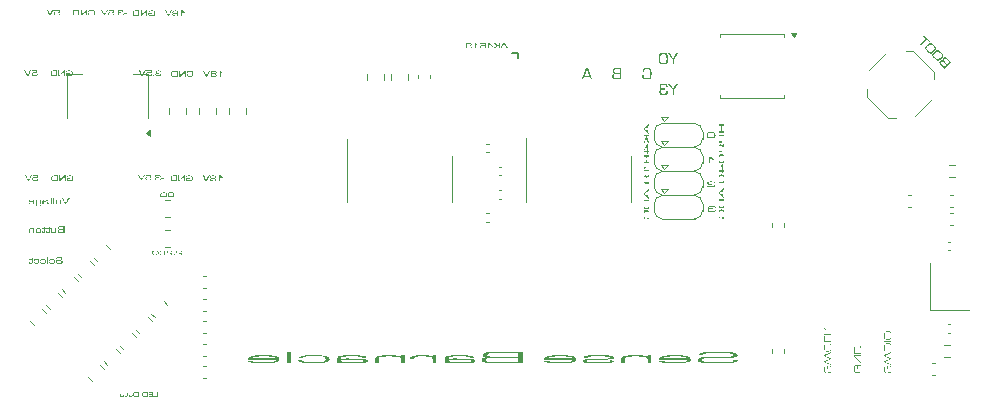
<source format=gbr>
%TF.GenerationSoftware,KiCad,Pcbnew,8.0.0*%
%TF.CreationDate,2024-02-28T09:47:00-08:00*%
%TF.ProjectId,SenseBarnacle,53656e73-6542-4617-926e-61636c652e6b,rev?*%
%TF.SameCoordinates,Original*%
%TF.FileFunction,Legend,Bot*%
%TF.FilePolarity,Positive*%
%FSLAX46Y46*%
G04 Gerber Fmt 4.6, Leading zero omitted, Abs format (unit mm)*
G04 Created by KiCad (PCBNEW 8.0.0) date 2024-02-28 09:47:00*
%MOMM*%
%LPD*%
G01*
G04 APERTURE LIST*
%ADD10C,0.125000*%
%ADD11C,0.100000*%
%ADD12C,0.250000*%
%ADD13C,0.187500*%
%ADD14C,0.150000*%
%ADD15C,0.152400*%
%ADD16C,0.120000*%
G04 APERTURE END LIST*
D10*
G36*
X77061206Y-28515400D02*
G01*
X76970934Y-28515400D01*
X76920498Y-28413794D01*
X76596168Y-28413794D01*
X76545218Y-28515400D01*
X76455972Y-28515400D01*
X76533615Y-28366900D01*
X76621642Y-28366900D01*
X76895365Y-28366900D01*
X76759444Y-28097378D01*
X76621642Y-28366900D01*
X76533615Y-28366900D01*
X76705246Y-28038637D01*
X76816719Y-28038637D01*
X77061206Y-28515400D01*
G37*
G36*
X76320393Y-28038637D02*
G01*
X76320393Y-28241848D01*
X76263460Y-28241848D01*
X75994182Y-28038637D01*
X75883223Y-28038637D01*
X76188404Y-28268104D01*
X75846293Y-28515400D01*
X75963237Y-28515400D01*
X76263289Y-28296558D01*
X76320393Y-28296558D01*
X76320393Y-28515400D01*
X76405365Y-28515400D01*
X76405365Y-28038637D01*
X76320393Y-28038637D01*
G37*
G36*
X75851080Y-28336736D02*
G01*
X75851080Y-28405979D01*
X75483666Y-28405979D01*
X75483666Y-28515400D01*
X75398694Y-28515400D01*
X75398694Y-28405979D01*
X75300557Y-28405979D01*
X75300557Y-28351268D01*
X75398694Y-28351268D01*
X75398694Y-28080147D01*
X75479769Y-28080147D01*
X75483666Y-28351268D01*
X75773289Y-28351268D01*
X75479769Y-28080147D01*
X75398694Y-28080147D01*
X75398694Y-28038637D01*
X75521279Y-28038637D01*
X75851080Y-28336736D01*
G37*
G36*
X75000530Y-28038667D02*
G01*
X75041489Y-28039702D01*
X75077840Y-28042216D01*
X75115379Y-28047185D01*
X75150787Y-28055673D01*
X75180194Y-28068924D01*
X75200689Y-28087852D01*
X75213819Y-28110726D01*
X75221504Y-28135021D01*
X75225896Y-28163643D01*
X75227040Y-28190801D01*
X75229091Y-28266272D01*
X75227553Y-28351390D01*
X75227505Y-28357583D01*
X75225822Y-28386547D01*
X75221734Y-28412184D01*
X75213656Y-28438557D01*
X75199856Y-28463269D01*
X75178313Y-28483526D01*
X75160331Y-28492708D01*
X75126614Y-28502949D01*
X75089782Y-28509299D01*
X75053497Y-28512878D01*
X75012128Y-28514901D01*
X74975372Y-28515400D01*
X74956964Y-28515284D01*
X74922540Y-28514356D01*
X74883996Y-28511893D01*
X74844322Y-28507024D01*
X74807105Y-28498707D01*
X74776534Y-28485724D01*
X74773557Y-28483808D01*
X74753145Y-28464037D01*
X74740246Y-28440264D01*
X74732874Y-28415078D01*
X74729331Y-28390699D01*
X74728433Y-28369831D01*
X74809702Y-28369831D01*
X74811369Y-28397827D01*
X74818141Y-28424493D01*
X74836373Y-28446279D01*
X74861435Y-28453878D01*
X74898522Y-28458311D01*
X74936886Y-28460182D01*
X74976398Y-28460689D01*
X75016980Y-28460058D01*
X75051275Y-28458165D01*
X75087221Y-28453677D01*
X75120184Y-28442737D01*
X75134519Y-28425721D01*
X75142881Y-28400496D01*
X75146412Y-28374385D01*
X75147368Y-28347483D01*
X75146280Y-28331181D01*
X75138634Y-28307249D01*
X75116422Y-28287032D01*
X75089685Y-28279691D01*
X75052973Y-28275408D01*
X75016136Y-28273600D01*
X74978791Y-28273111D01*
X74938135Y-28273643D01*
X74903874Y-28275240D01*
X74868142Y-28279026D01*
X74835860Y-28288254D01*
X74826971Y-28295698D01*
X74815450Y-28318758D01*
X74810954Y-28343178D01*
X74809702Y-28369831D01*
X74728433Y-28369831D01*
X74728149Y-28363236D01*
X74728558Y-28347656D01*
X74731828Y-28319457D01*
X74738368Y-28295208D01*
X74752173Y-28269021D01*
X74774653Y-28247954D01*
X74777635Y-28246135D01*
X74807667Y-28233668D01*
X74842956Y-28225789D01*
X74879897Y-28221286D01*
X74915402Y-28219122D01*
X74955198Y-28218400D01*
X74964462Y-28218444D01*
X75007578Y-28219967D01*
X75045352Y-28223667D01*
X75083628Y-28230980D01*
X75118559Y-28243473D01*
X75144030Y-28261803D01*
X75140187Y-28168697D01*
X75139099Y-28151433D01*
X75131453Y-28126452D01*
X75109242Y-28106293D01*
X75100073Y-28103259D01*
X75064624Y-28097444D01*
X75029159Y-28094877D01*
X74991781Y-28093664D01*
X74955710Y-28093348D01*
X74923230Y-28093833D01*
X74886111Y-28096209D01*
X74850906Y-28103484D01*
X74831829Y-28120121D01*
X74826457Y-28144761D01*
X74829193Y-28163690D01*
X74745588Y-28163690D01*
X74744904Y-28144395D01*
X74746182Y-28126124D01*
X74753539Y-28100896D01*
X74769632Y-28078408D01*
X74797221Y-28060741D01*
X74815721Y-28054374D01*
X74849025Y-28047272D01*
X74884448Y-28042868D01*
X74918816Y-28040386D01*
X74957591Y-28038983D01*
X74991785Y-28038637D01*
X75000530Y-28038667D01*
G37*
G36*
X74275763Y-28038637D02*
G01*
X74275763Y-28515400D01*
X74360735Y-28515400D01*
X74360735Y-28092249D01*
X74522814Y-28220843D01*
X74577354Y-28183718D01*
X74390313Y-28038637D01*
X74275763Y-28038637D01*
G37*
G36*
X73786893Y-28038667D02*
G01*
X73829768Y-28039698D01*
X73867717Y-28042202D01*
X73906754Y-28047151D01*
X73943333Y-28055605D01*
X73973317Y-28068801D01*
X73976231Y-28070750D01*
X73996210Y-28090898D01*
X74008836Y-28115177D01*
X74016051Y-28140927D01*
X74019519Y-28165868D01*
X74020676Y-28193976D01*
X74020500Y-28204146D01*
X74017865Y-28232139D01*
X74010796Y-28260022D01*
X73997447Y-28285591D01*
X73975710Y-28306328D01*
X73948099Y-28319150D01*
X73915524Y-28327365D01*
X73881351Y-28332173D01*
X73841408Y-28334921D01*
X73803715Y-28335637D01*
X73784005Y-28335463D01*
X73747503Y-28334074D01*
X73707345Y-28330384D01*
X73667178Y-28323091D01*
X73631377Y-28310632D01*
X73606709Y-28292412D01*
X73610519Y-28360305D01*
X73610619Y-28368911D01*
X73612547Y-28395605D01*
X73618633Y-28422095D01*
X73636164Y-28445790D01*
X73644082Y-28449282D01*
X73677061Y-28455975D01*
X73711351Y-28458929D01*
X73748089Y-28460325D01*
X73783882Y-28460689D01*
X73809504Y-28460544D01*
X73848260Y-28459592D01*
X73883077Y-28457417D01*
X73918094Y-28451408D01*
X73919734Y-28450802D01*
X73940363Y-28431044D01*
X73944765Y-28406345D01*
X73944252Y-28390347D01*
X74024437Y-28390347D01*
X74026489Y-28412695D01*
X74025195Y-28430693D01*
X74017741Y-28455459D01*
X74001437Y-28477391D01*
X73973488Y-28494395D01*
X73954625Y-28500446D01*
X73920490Y-28507194D01*
X73884055Y-28511379D01*
X73848633Y-28513738D01*
X73808611Y-28515071D01*
X73773282Y-28515400D01*
X73754932Y-28515287D01*
X73720588Y-28514391D01*
X73682077Y-28512008D01*
X73642342Y-28507300D01*
X73604919Y-28499257D01*
X73573931Y-28486701D01*
X73557139Y-28473865D01*
X73540154Y-28450300D01*
X73530359Y-28423632D01*
X73525727Y-28396280D01*
X73524521Y-28370319D01*
X73523153Y-28321349D01*
X73524935Y-28200693D01*
X73611031Y-28200693D01*
X73612414Y-28222535D01*
X73619186Y-28246844D01*
X73639925Y-28268104D01*
X73648623Y-28271109D01*
X73683646Y-28276869D01*
X73719446Y-28279411D01*
X73757530Y-28280613D01*
X73794482Y-28280926D01*
X73811867Y-28280787D01*
X73847523Y-28279376D01*
X73883268Y-28275330D01*
X73914845Y-28265051D01*
X73920535Y-28260328D01*
X73933053Y-28237482D01*
X73937961Y-28211804D01*
X73939123Y-28186771D01*
X73939099Y-28182857D01*
X73937175Y-28154944D01*
X73931333Y-28130769D01*
X73914503Y-28108369D01*
X73891145Y-28100448D01*
X73856675Y-28095827D01*
X73821058Y-28093876D01*
X73784395Y-28093348D01*
X73776985Y-28093364D01*
X73742669Y-28093936D01*
X73707507Y-28095701D01*
X73670834Y-28099883D01*
X73637703Y-28110078D01*
X73623638Y-28126064D01*
X73615433Y-28150036D01*
X73611969Y-28174958D01*
X73611031Y-28200693D01*
X73524935Y-28200693D01*
X73525034Y-28193976D01*
X73526261Y-28166173D01*
X73530973Y-28136887D01*
X73539220Y-28112048D01*
X73553308Y-28088692D01*
X73575299Y-28069412D01*
X73593494Y-28060546D01*
X73627327Y-28050659D01*
X73664088Y-28044528D01*
X73700196Y-28041072D01*
X73741279Y-28039118D01*
X73777727Y-28038637D01*
X73786893Y-28038667D01*
G37*
G36*
X114155507Y-29253633D02*
G01*
X114198012Y-29276951D01*
X114241019Y-29308893D01*
X114282203Y-29344844D01*
X114319569Y-29380847D01*
X114618350Y-29679628D01*
X114078956Y-30219023D01*
X113748570Y-29888637D01*
X113735784Y-29875571D01*
X113702028Y-29837621D01*
X113671366Y-29795707D01*
X113647823Y-29750917D01*
X113641410Y-29725740D01*
X113742905Y-29725740D01*
X113764609Y-29769735D01*
X113797696Y-29811100D01*
X113834715Y-29850158D01*
X113901829Y-29918100D01*
X114055019Y-30071290D01*
X114240712Y-29885597D01*
X114053499Y-29698384D01*
X114018894Y-29664507D01*
X113982328Y-29630739D01*
X113941990Y-29597396D01*
X113896958Y-29571687D01*
X113856761Y-29577883D01*
X113821313Y-29600701D01*
X113788914Y-29629992D01*
X113770710Y-29649945D01*
X113748817Y-29684127D01*
X113742905Y-29725740D01*
X113641410Y-29725740D01*
X113636000Y-29704498D01*
X113635444Y-29694596D01*
X113642061Y-29649273D01*
X113660466Y-29607931D01*
X113686239Y-29570941D01*
X113715514Y-29538631D01*
X113736087Y-29519973D01*
X113771088Y-29496679D01*
X113814262Y-29481600D01*
X113858716Y-29480567D01*
X113904450Y-29493578D01*
X113948651Y-29519016D01*
X113939129Y-29499427D01*
X114010668Y-29499427D01*
X114016915Y-29516661D01*
X114043525Y-29557511D01*
X114075199Y-29594741D01*
X114111424Y-29632514D01*
X114302610Y-29823699D01*
X114470618Y-29655691D01*
X114259053Y-29444126D01*
X114226853Y-29413275D01*
X114187889Y-29380917D01*
X114144964Y-29358223D01*
X114126169Y-29357976D01*
X114089102Y-29374813D01*
X114059371Y-29400294D01*
X114040062Y-29421375D01*
X114016862Y-29457035D01*
X114010668Y-29499427D01*
X113939129Y-29499427D01*
X113930254Y-29481171D01*
X113921381Y-29435748D01*
X113927604Y-29392120D01*
X113944955Y-29356153D01*
X113973398Y-29321505D01*
X113978861Y-29316119D01*
X114010797Y-29287875D01*
X114046225Y-29263752D01*
X114084303Y-29247824D01*
X114128280Y-29245377D01*
X114155507Y-29253633D01*
G37*
G36*
X113488324Y-28627805D02*
G01*
X113536350Y-28643594D01*
X113584940Y-28671329D01*
X113630667Y-28704457D01*
X113670675Y-28737514D01*
X113713729Y-28776397D01*
X113759830Y-28821108D01*
X113769978Y-28831331D01*
X113807798Y-28870965D01*
X113841181Y-28908579D01*
X113876672Y-28952759D01*
X113905231Y-28993785D01*
X113930352Y-29038853D01*
X113947043Y-29085693D01*
X113949373Y-29098211D01*
X113949685Y-29142326D01*
X113937795Y-29186907D01*
X113917892Y-29225490D01*
X113894459Y-29257904D01*
X113864801Y-29290556D01*
X113816512Y-29340917D01*
X113779760Y-29377669D01*
X113768484Y-29388853D01*
X113735708Y-29420242D01*
X113704513Y-29448388D01*
X113665376Y-29480870D01*
X113629048Y-29507586D01*
X113587587Y-29532872D01*
X113550515Y-29549149D01*
X113505987Y-29556800D01*
X113474726Y-29551251D01*
X113430683Y-29532311D01*
X113388538Y-29506292D01*
X113341448Y-29470968D01*
X113300213Y-29436009D01*
X113255813Y-29395096D01*
X113220435Y-29360502D01*
X113196879Y-29336597D01*
X113154281Y-29291201D01*
X113117702Y-29249026D01*
X113087142Y-29210072D01*
X113057406Y-29165910D01*
X113034136Y-29119557D01*
X113028215Y-29093050D01*
X113127623Y-29093050D01*
X113142676Y-29134916D01*
X113171281Y-29176380D01*
X113207641Y-29219891D01*
X113246292Y-29261769D01*
X113282678Y-29298950D01*
X113310809Y-29326633D01*
X113353620Y-29366713D01*
X113398271Y-29404811D01*
X113441098Y-29435472D01*
X113488233Y-29453660D01*
X113491510Y-29453485D01*
X113530337Y-29438150D01*
X113565553Y-29414162D01*
X113600603Y-29385760D01*
X113632376Y-29357533D01*
X113667468Y-29324412D01*
X113695963Y-29296359D01*
X113723965Y-29267914D01*
X113757023Y-29232887D01*
X113785191Y-29201173D01*
X113813524Y-29166191D01*
X113837439Y-29131047D01*
X113852849Y-29089043D01*
X113837903Y-29047139D01*
X113809397Y-29005703D01*
X113773137Y-28962254D01*
X113734581Y-28920453D01*
X113698278Y-28883351D01*
X113673642Y-28859099D01*
X113635635Y-28823437D01*
X113595065Y-28788495D01*
X113549522Y-28755231D01*
X113506332Y-28735066D01*
X113468350Y-28736071D01*
X113429869Y-28752983D01*
X113397124Y-28776621D01*
X113367097Y-28804182D01*
X113318359Y-28851884D01*
X113284924Y-28885320D01*
X113256871Y-28913815D01*
X113223750Y-28948907D01*
X113195523Y-28980680D01*
X113167121Y-29015730D01*
X113143133Y-29050946D01*
X113127623Y-29093050D01*
X113028215Y-29093050D01*
X113024103Y-29074640D01*
X113026622Y-29050263D01*
X113041462Y-29008101D01*
X113063969Y-28967834D01*
X113088613Y-28932261D01*
X113119156Y-28893703D01*
X113145936Y-28862825D01*
X113176034Y-28830268D01*
X113209451Y-28796031D01*
X113241331Y-28765007D01*
X113271791Y-28737115D01*
X113310197Y-28704798D01*
X113346078Y-28678048D01*
X113387382Y-28652440D01*
X113431741Y-28633193D01*
X113476316Y-28626572D01*
X113488324Y-28627805D01*
G37*
G36*
X112881782Y-28021263D02*
G01*
X112929807Y-28037051D01*
X112978397Y-28064787D01*
X113024124Y-28097914D01*
X113064132Y-28130971D01*
X113107187Y-28169855D01*
X113153287Y-28214565D01*
X113163435Y-28224789D01*
X113201255Y-28264422D01*
X113234639Y-28302037D01*
X113270130Y-28346217D01*
X113298688Y-28387243D01*
X113323809Y-28432311D01*
X113340500Y-28479150D01*
X113342830Y-28491669D01*
X113343142Y-28535784D01*
X113331252Y-28580364D01*
X113311349Y-28618948D01*
X113287916Y-28651362D01*
X113258258Y-28684014D01*
X113209969Y-28734375D01*
X113173218Y-28771127D01*
X113161941Y-28782310D01*
X113129166Y-28813700D01*
X113097970Y-28841845D01*
X113058833Y-28874327D01*
X113022505Y-28901043D01*
X112981045Y-28926330D01*
X112943973Y-28942606D01*
X112899444Y-28950257D01*
X112868183Y-28944709D01*
X112824140Y-28925768D01*
X112781996Y-28899749D01*
X112734905Y-28864425D01*
X112693671Y-28829467D01*
X112649270Y-28788553D01*
X112613893Y-28753960D01*
X112590337Y-28730054D01*
X112547739Y-28684658D01*
X112511160Y-28642483D01*
X112480599Y-28603530D01*
X112450863Y-28559367D01*
X112427593Y-28513015D01*
X112421673Y-28486507D01*
X112521081Y-28486507D01*
X112536134Y-28528373D01*
X112564738Y-28569838D01*
X112601099Y-28613348D01*
X112639749Y-28655226D01*
X112676136Y-28692407D01*
X112704266Y-28720091D01*
X112747077Y-28760171D01*
X112791728Y-28798268D01*
X112834555Y-28828929D01*
X112881690Y-28847117D01*
X112884967Y-28846943D01*
X112923794Y-28831607D01*
X112959011Y-28807619D01*
X112994061Y-28779218D01*
X113025834Y-28750990D01*
X113060925Y-28717869D01*
X113089421Y-28689817D01*
X113117423Y-28661371D01*
X113150480Y-28626344D01*
X113178648Y-28594630D01*
X113206982Y-28559648D01*
X113230897Y-28524505D01*
X113246307Y-28482501D01*
X113231360Y-28440596D01*
X113202854Y-28399160D01*
X113166594Y-28355711D01*
X113128038Y-28313910D01*
X113091735Y-28276808D01*
X113067099Y-28252556D01*
X113029092Y-28216894D01*
X112988523Y-28181953D01*
X112942979Y-28148688D01*
X112899790Y-28128523D01*
X112861807Y-28129529D01*
X112823326Y-28146441D01*
X112790581Y-28170078D01*
X112760554Y-28197640D01*
X112711817Y-28245341D01*
X112678381Y-28278777D01*
X112650328Y-28307273D01*
X112617207Y-28342364D01*
X112588980Y-28374137D01*
X112560578Y-28409187D01*
X112536590Y-28444404D01*
X112521081Y-28486507D01*
X112421673Y-28486507D01*
X112417561Y-28468097D01*
X112420079Y-28443721D01*
X112434919Y-28401558D01*
X112457426Y-28361291D01*
X112482070Y-28325718D01*
X112512613Y-28287160D01*
X112539393Y-28256282D01*
X112569491Y-28223725D01*
X112602909Y-28189488D01*
X112634788Y-28158464D01*
X112665249Y-28130572D01*
X112703654Y-28098255D01*
X112739536Y-28071505D01*
X112780839Y-28045897D01*
X112825198Y-28026650D01*
X112869774Y-28020029D01*
X112881782Y-28021263D01*
G37*
G36*
X112490546Y-27675619D02*
G01*
X112013049Y-28153116D01*
X112098884Y-28238951D01*
X112576381Y-27761454D01*
X112792436Y-27977509D01*
X112854334Y-27915611D01*
X112338116Y-27399394D01*
X112276218Y-27461291D01*
X112490546Y-27675619D01*
G37*
D11*
G36*
X47371531Y-57614990D02*
G01*
X47371531Y-57952631D01*
X47082249Y-57952631D01*
X47082249Y-57996400D01*
X47444364Y-57996400D01*
X47444364Y-57614990D01*
X47371531Y-57614990D01*
G37*
G36*
X46987434Y-57658758D02*
G01*
X46987434Y-57777558D01*
X46701817Y-57777558D01*
X46701817Y-57821326D01*
X46987434Y-57821326D01*
X46987434Y-57952631D01*
X46689360Y-57952631D01*
X46689360Y-57996400D01*
X47060267Y-57996400D01*
X47060267Y-57614990D01*
X46689360Y-57614990D01*
X46689360Y-57658758D01*
X46987434Y-57658758D01*
G37*
G36*
X46619605Y-57996400D02*
G01*
X46338383Y-57996400D01*
X46324087Y-57996235D01*
X46291001Y-57994389D01*
X46261708Y-57990492D01*
X46231562Y-57983107D01*
X46203294Y-57970759D01*
X46182459Y-57954390D01*
X46175466Y-57945784D01*
X46163544Y-57924313D01*
X46155711Y-57902081D01*
X46150820Y-57881455D01*
X46147152Y-57858303D01*
X46144707Y-57832627D01*
X46143675Y-57811713D01*
X46143656Y-57810482D01*
X46213233Y-57810482D01*
X46213343Y-57821608D01*
X46214222Y-57842326D01*
X46216558Y-57865347D01*
X46220267Y-57885171D01*
X46227769Y-57907556D01*
X46241370Y-57927132D01*
X46249506Y-57933109D01*
X46275865Y-57943642D01*
X46304076Y-57949045D01*
X46333626Y-57951735D01*
X46368132Y-57952631D01*
X46546771Y-57952631D01*
X46546771Y-57658758D01*
X46355236Y-57658758D01*
X46349469Y-57658783D01*
X46317698Y-57659992D01*
X46286767Y-57663695D01*
X46259505Y-57670949D01*
X46237560Y-57684550D01*
X46226917Y-57702056D01*
X46220930Y-57721301D01*
X46217248Y-57741342D01*
X46214754Y-57765022D01*
X46213613Y-57786587D01*
X46213233Y-57810482D01*
X46143656Y-57810482D01*
X46143331Y-57789379D01*
X46143374Y-57783105D01*
X46144408Y-57759275D01*
X46146820Y-57737475D01*
X46151774Y-57713081D01*
X46158882Y-57691859D01*
X46170254Y-57670580D01*
X46187441Y-57651529D01*
X46203151Y-57641002D01*
X46231611Y-57629263D01*
X46262011Y-57621984D01*
X46291579Y-57617880D01*
X46324997Y-57615561D01*
X46354503Y-57614990D01*
X46619605Y-57614990D01*
X46619605Y-57996400D01*
G37*
G36*
X45861084Y-57996400D02*
G01*
X45579863Y-57996400D01*
X45565567Y-57996235D01*
X45532481Y-57994389D01*
X45503187Y-57990492D01*
X45473041Y-57983107D01*
X45444773Y-57970759D01*
X45423938Y-57954390D01*
X45416946Y-57945784D01*
X45405024Y-57924313D01*
X45397191Y-57902081D01*
X45392300Y-57881455D01*
X45388631Y-57858303D01*
X45386186Y-57832627D01*
X45385154Y-57811713D01*
X45385135Y-57810482D01*
X45454713Y-57810482D01*
X45454823Y-57821608D01*
X45455702Y-57842326D01*
X45458037Y-57865347D01*
X45461747Y-57885171D01*
X45469248Y-57907556D01*
X45482849Y-57927132D01*
X45490985Y-57933109D01*
X45517344Y-57943642D01*
X45545555Y-57949045D01*
X45575105Y-57951735D01*
X45609612Y-57952631D01*
X45788251Y-57952631D01*
X45788251Y-57658758D01*
X45596715Y-57658758D01*
X45590949Y-57658783D01*
X45559178Y-57659992D01*
X45528246Y-57663695D01*
X45500984Y-57670949D01*
X45479039Y-57684550D01*
X45468396Y-57702056D01*
X45462410Y-57721301D01*
X45458728Y-57741342D01*
X45456233Y-57765022D01*
X45455093Y-57786587D01*
X45454713Y-57810482D01*
X45385135Y-57810482D01*
X45384810Y-57789379D01*
X45384853Y-57783105D01*
X45385887Y-57759275D01*
X45388300Y-57737475D01*
X45393253Y-57713081D01*
X45400361Y-57691859D01*
X45411733Y-57670580D01*
X45428921Y-57651529D01*
X45444630Y-57641002D01*
X45473090Y-57629263D01*
X45503491Y-57621984D01*
X45533059Y-57617880D01*
X45566477Y-57615561D01*
X45595983Y-57614990D01*
X45861084Y-57614990D01*
X45861084Y-57996400D01*
G37*
G36*
X45187355Y-57728104D02*
G01*
X45219955Y-57730197D01*
X45250239Y-57734479D01*
X45279737Y-57743657D01*
X45289152Y-57749473D01*
X45304247Y-57767959D01*
X45310853Y-57788906D01*
X45312417Y-57808821D01*
X45245445Y-57808821D01*
X45246178Y-57798563D01*
X45236261Y-57780891D01*
X45210376Y-57770583D01*
X45179135Y-57766231D01*
X45144622Y-57765053D01*
X45126683Y-57765339D01*
X45094723Y-57767984D01*
X45066660Y-57776776D01*
X45056898Y-57788279D01*
X45050870Y-57808832D01*
X45049514Y-57829728D01*
X45046878Y-57858761D01*
X45053230Y-57852680D01*
X45078407Y-57842209D01*
X45107622Y-57836960D01*
X45139372Y-57834478D01*
X45170561Y-57833831D01*
X45176067Y-57833849D01*
X45206897Y-57834696D01*
X45238072Y-57837291D01*
X45267381Y-57842374D01*
X45294538Y-57851905D01*
X45304586Y-57858260D01*
X45319573Y-57875204D01*
X45327236Y-57895283D01*
X45329416Y-57916972D01*
X45327010Y-57935588D01*
X45317233Y-57955367D01*
X45299936Y-57971268D01*
X45275118Y-57983291D01*
X45242780Y-57991435D01*
X45211495Y-57995158D01*
X45175397Y-57996400D01*
X45162764Y-57996282D01*
X45128245Y-57994525D01*
X45094381Y-57989809D01*
X45064129Y-57980905D01*
X45042563Y-57967463D01*
X45050100Y-57996400D01*
X44982396Y-57996400D01*
X44982396Y-57916483D01*
X45046583Y-57916483D01*
X45049449Y-57928698D01*
X45069051Y-57945468D01*
X45097136Y-57953874D01*
X45130150Y-57957849D01*
X45163966Y-57958884D01*
X45181423Y-57958672D01*
X45212802Y-57956710D01*
X45241196Y-57950189D01*
X45255889Y-57934379D01*
X45259367Y-57913748D01*
X45256791Y-57896396D01*
X45241049Y-57879261D01*
X45218450Y-57874137D01*
X45187276Y-57871842D01*
X45157665Y-57871347D01*
X45126927Y-57871921D01*
X45096438Y-57874253D01*
X45068565Y-57880531D01*
X45050790Y-57896426D01*
X45046583Y-57916483D01*
X44982396Y-57916483D01*
X44982396Y-57821229D01*
X44983280Y-57805100D01*
X44988370Y-57782818D01*
X44999505Y-57762932D01*
X45018593Y-57747272D01*
X45034368Y-57740565D01*
X45062422Y-57733781D01*
X45093552Y-57729869D01*
X45125123Y-57728019D01*
X45154880Y-57727537D01*
X45187355Y-57728104D01*
G37*
G36*
X44669081Y-57727537D02*
G01*
X44669081Y-57765053D01*
X44820756Y-57765053D01*
X44820756Y-57922736D01*
X44814695Y-57943316D01*
X44791905Y-57956625D01*
X44769465Y-57958884D01*
X44740430Y-57955132D01*
X44720907Y-57939504D01*
X44718467Y-57927132D01*
X44718027Y-57914041D01*
X44717002Y-57896358D01*
X44654280Y-57896358D01*
X44653840Y-57918339D01*
X44656653Y-57940827D01*
X44667451Y-57962782D01*
X44686349Y-57979248D01*
X44713345Y-57990225D01*
X44742029Y-57995180D01*
X44769025Y-57996400D01*
X44803264Y-57994828D01*
X44836690Y-57988792D01*
X44861760Y-57978229D01*
X44880446Y-57960184D01*
X44887410Y-57939813D01*
X44887874Y-57932017D01*
X44887874Y-57922736D01*
X44887874Y-57765053D01*
X44942242Y-57765053D01*
X44942242Y-57727537D01*
X44887874Y-57727537D01*
X44887874Y-57665011D01*
X44820756Y-57665011D01*
X44820756Y-57727537D01*
X44669081Y-57727537D01*
G37*
G36*
X44486280Y-57728104D02*
G01*
X44518880Y-57730197D01*
X44549165Y-57734479D01*
X44578662Y-57743657D01*
X44588077Y-57749473D01*
X44603172Y-57767959D01*
X44609778Y-57788906D01*
X44611342Y-57808821D01*
X44544371Y-57808821D01*
X44545103Y-57798563D01*
X44535186Y-57780891D01*
X44509301Y-57770583D01*
X44478061Y-57766231D01*
X44443547Y-57765053D01*
X44425608Y-57765339D01*
X44393648Y-57767984D01*
X44365585Y-57776776D01*
X44355823Y-57788279D01*
X44349795Y-57808832D01*
X44348439Y-57829728D01*
X44345804Y-57858760D01*
X44352156Y-57852680D01*
X44377332Y-57842209D01*
X44406547Y-57836960D01*
X44438297Y-57834478D01*
X44469486Y-57833831D01*
X44474993Y-57833849D01*
X44505822Y-57834696D01*
X44536998Y-57837291D01*
X44566307Y-57842374D01*
X44593464Y-57851905D01*
X44603511Y-57858260D01*
X44618498Y-57875204D01*
X44626162Y-57895283D01*
X44628341Y-57916972D01*
X44625935Y-57935588D01*
X44616158Y-57955367D01*
X44598861Y-57971268D01*
X44574044Y-57983291D01*
X44541705Y-57991435D01*
X44510420Y-57995158D01*
X44474322Y-57996400D01*
X44461689Y-57996282D01*
X44427171Y-57994525D01*
X44393307Y-57989809D01*
X44363054Y-57980905D01*
X44341488Y-57967463D01*
X44349025Y-57996400D01*
X44281321Y-57996400D01*
X44281321Y-57916483D01*
X44345508Y-57916483D01*
X44348374Y-57928698D01*
X44367976Y-57945468D01*
X44396061Y-57953874D01*
X44429075Y-57957849D01*
X44462891Y-57958884D01*
X44480349Y-57958672D01*
X44511728Y-57956710D01*
X44540121Y-57950189D01*
X44554814Y-57934379D01*
X44558293Y-57913748D01*
X44555717Y-57896396D01*
X44539974Y-57879261D01*
X44517376Y-57874137D01*
X44486201Y-57871842D01*
X44456590Y-57871347D01*
X44425852Y-57871921D01*
X44395364Y-57874253D01*
X44367490Y-57880531D01*
X44349716Y-57896426D01*
X44345508Y-57916483D01*
X44281321Y-57916483D01*
X44281321Y-57821229D01*
X44282205Y-57805100D01*
X44287295Y-57782818D01*
X44298430Y-57762932D01*
X44317518Y-57747272D01*
X44333293Y-57740565D01*
X44361348Y-57733781D01*
X44392477Y-57729869D01*
X44424048Y-57728019D01*
X44453806Y-57727537D01*
X44486280Y-57728104D01*
G37*
D10*
G36*
X38822502Y-46322927D02*
G01*
X38919027Y-46322927D01*
X38921253Y-46291118D01*
X38931144Y-46260536D01*
X38947164Y-46244378D01*
X38987358Y-46233960D01*
X39029826Y-46230343D01*
X39071854Y-46229197D01*
X39085308Y-46229138D01*
X39131208Y-46229704D01*
X39170432Y-46231404D01*
X39212344Y-46235434D01*
X39250592Y-46244266D01*
X39252956Y-46245258D01*
X39278902Y-46269088D01*
X39287833Y-46297819D01*
X39289104Y-46317505D01*
X39286894Y-46349245D01*
X39277070Y-46379267D01*
X39261162Y-46394441D01*
X39223244Y-46403309D01*
X39179280Y-46407962D01*
X39136498Y-46410791D01*
X39094423Y-46412715D01*
X39085308Y-46413052D01*
X39042996Y-46414797D01*
X38995713Y-46417970D01*
X38954660Y-46422245D01*
X38913620Y-46428829D01*
X38872856Y-46440076D01*
X38858455Y-46446758D01*
X38832283Y-46470864D01*
X38818324Y-46499669D01*
X38811200Y-46531816D01*
X38808873Y-46564528D01*
X38808825Y-46570442D01*
X38810213Y-46601003D01*
X38815543Y-46633000D01*
X38826815Y-46663884D01*
X38846361Y-46690679D01*
X38865684Y-46704825D01*
X38902357Y-46718289D01*
X38940681Y-46725862D01*
X38979702Y-46730520D01*
X39025163Y-46733676D01*
X39066168Y-46735119D01*
X39111295Y-46735600D01*
X39150679Y-46735109D01*
X39195135Y-46733119D01*
X39234287Y-46729597D01*
X39274266Y-46723349D01*
X39311254Y-46713273D01*
X39331309Y-46704239D01*
X39358134Y-46681554D01*
X39374608Y-46653060D01*
X39383333Y-46621697D01*
X39386584Y-46590036D01*
X39386801Y-46578503D01*
X39387192Y-46548021D01*
X39290667Y-46548021D01*
X39290667Y-46566193D01*
X39288872Y-46598130D01*
X39281579Y-46628547D01*
X39261944Y-46653387D01*
X39222741Y-46664109D01*
X39182844Y-46667990D01*
X39138076Y-46669688D01*
X39108364Y-46669947D01*
X39066227Y-46669539D01*
X39022905Y-46667973D01*
X38982346Y-46664661D01*
X38943057Y-46657156D01*
X38933486Y-46653241D01*
X38911981Y-46627487D01*
X38903994Y-46595456D01*
X38902028Y-46561650D01*
X38904995Y-46530216D01*
X38919359Y-46501488D01*
X38923130Y-46498342D01*
X38959296Y-46485467D01*
X39001625Y-46480562D01*
X39014379Y-46479877D01*
X39102307Y-46476653D01*
X39185740Y-46473429D01*
X39231810Y-46468918D01*
X39271738Y-46460368D01*
X39313009Y-46444001D01*
X39344683Y-46421322D01*
X39366758Y-46392332D01*
X39379235Y-46357031D01*
X39382307Y-46324246D01*
X39380287Y-46290536D01*
X39374228Y-46261288D01*
X39362055Y-46232805D01*
X39341410Y-46207688D01*
X39324861Y-46196018D01*
X39289140Y-46181785D01*
X39246565Y-46172667D01*
X39201662Y-46167329D01*
X39158314Y-46164629D01*
X39109575Y-46163517D01*
X39099181Y-46163485D01*
X39058416Y-46163948D01*
X39012613Y-46165827D01*
X38972534Y-46169151D01*
X38931996Y-46175048D01*
X38890768Y-46186149D01*
X38875649Y-46193087D01*
X38849958Y-46215267D01*
X38834180Y-46244402D01*
X38825824Y-46277168D01*
X38822710Y-46310656D01*
X38822502Y-46322927D01*
G37*
G36*
X38536900Y-46332664D02*
G01*
X38581601Y-46335528D01*
X38620079Y-46341257D01*
X38661701Y-46353352D01*
X38695301Y-46373045D01*
X38698210Y-46375656D01*
X38718158Y-46401872D01*
X38730765Y-46432580D01*
X38737968Y-46464671D01*
X38741432Y-46495484D01*
X38742586Y-46529996D01*
X38742540Y-46537753D01*
X38740930Y-46574039D01*
X38737022Y-46606160D01*
X38729296Y-46639208D01*
X38716098Y-46670185D01*
X38695496Y-46695593D01*
X38665649Y-46713096D01*
X38629195Y-46724308D01*
X38590269Y-46730872D01*
X38544254Y-46734623D01*
X38500492Y-46735600D01*
X38492664Y-46735575D01*
X38448746Y-46734400D01*
X38404124Y-46730803D01*
X38361852Y-46723755D01*
X38322097Y-46710540D01*
X38315804Y-46707262D01*
X38288446Y-46684012D01*
X38274234Y-46655212D01*
X38270123Y-46623052D01*
X38270904Y-46604295D01*
X38361763Y-46604295D01*
X38361763Y-46621733D01*
X38364764Y-46643540D01*
X38387164Y-46668628D01*
X38421994Y-46675941D01*
X38462305Y-46678657D01*
X38503814Y-46679326D01*
X38546923Y-46677870D01*
X38588513Y-46671953D01*
X38623786Y-46656025D01*
X38634728Y-46640482D01*
X38644010Y-46610312D01*
X38647917Y-46577581D01*
X38648797Y-46548021D01*
X38270709Y-46548021D01*
X38270709Y-46513436D01*
X38271309Y-46491747D01*
X38361958Y-46491747D01*
X38647624Y-46491747D01*
X38646390Y-46465862D01*
X38640345Y-46436278D01*
X38621832Y-46408216D01*
X38586677Y-46394793D01*
X38546361Y-46389807D01*
X38504987Y-46388579D01*
X38468492Y-46389379D01*
X38427063Y-46393294D01*
X38388532Y-46405285D01*
X38375875Y-46417823D01*
X38364906Y-46447311D01*
X38362349Y-46479145D01*
X38361958Y-46491747D01*
X38271309Y-46491747D01*
X38271442Y-46486955D01*
X38275288Y-46451655D01*
X38282432Y-46421662D01*
X38294935Y-46393377D01*
X38317603Y-46367623D01*
X38342944Y-46353862D01*
X38383721Y-46342273D01*
X38422574Y-46336479D01*
X38468516Y-46333168D01*
X38512216Y-46332306D01*
X38536900Y-46332664D01*
G37*
G36*
X38074924Y-46163485D02*
G01*
X38074924Y-46735600D01*
X38164414Y-46735600D01*
X38164414Y-46163485D01*
X38074924Y-46163485D01*
G37*
G36*
X37763139Y-46332664D02*
G01*
X37807840Y-46335528D01*
X37846318Y-46341257D01*
X37887940Y-46353352D01*
X37921539Y-46373045D01*
X37924448Y-46375656D01*
X37944397Y-46401872D01*
X37957003Y-46432580D01*
X37964207Y-46464671D01*
X37967670Y-46495484D01*
X37968825Y-46529996D01*
X37968779Y-46537753D01*
X37967169Y-46574039D01*
X37963260Y-46606160D01*
X37955535Y-46639208D01*
X37942336Y-46670185D01*
X37921735Y-46695593D01*
X37891888Y-46713096D01*
X37855434Y-46724308D01*
X37816508Y-46730872D01*
X37770493Y-46734623D01*
X37726731Y-46735600D01*
X37718903Y-46735575D01*
X37674985Y-46734400D01*
X37630363Y-46730803D01*
X37588090Y-46723755D01*
X37548336Y-46710540D01*
X37542042Y-46707262D01*
X37514684Y-46684012D01*
X37500473Y-46655212D01*
X37496361Y-46623052D01*
X37497143Y-46604295D01*
X37588001Y-46604295D01*
X37588001Y-46621733D01*
X37591003Y-46643540D01*
X37613402Y-46668628D01*
X37648232Y-46675941D01*
X37688544Y-46678657D01*
X37730053Y-46679326D01*
X37773162Y-46677870D01*
X37814752Y-46671953D01*
X37850025Y-46656025D01*
X37860967Y-46640482D01*
X37870248Y-46610312D01*
X37874156Y-46577581D01*
X37875035Y-46548021D01*
X37496947Y-46548021D01*
X37496947Y-46513436D01*
X37497547Y-46491747D01*
X37588197Y-46491747D01*
X37873863Y-46491747D01*
X37872629Y-46465862D01*
X37866584Y-46436278D01*
X37848071Y-46408216D01*
X37812915Y-46394793D01*
X37772600Y-46389807D01*
X37731225Y-46388579D01*
X37694731Y-46389379D01*
X37653301Y-46393294D01*
X37614770Y-46405285D01*
X37602113Y-46417823D01*
X37591144Y-46447311D01*
X37588587Y-46479145D01*
X37588197Y-46491747D01*
X37497547Y-46491747D01*
X37497680Y-46486955D01*
X37501527Y-46451655D01*
X37508671Y-46421662D01*
X37521173Y-46393377D01*
X37543842Y-46367623D01*
X37569183Y-46353862D01*
X37609959Y-46342273D01*
X37648812Y-46336479D01*
X37694754Y-46333168D01*
X37738455Y-46332306D01*
X37763139Y-46332664D01*
G37*
G36*
X37029564Y-46585537D02*
G01*
X36940074Y-46585537D01*
X36939683Y-46610596D01*
X36943234Y-46639894D01*
X36957658Y-46671023D01*
X36983179Y-46696048D01*
X37019795Y-46714969D01*
X37057077Y-46725712D01*
X37101461Y-46732548D01*
X37152946Y-46735477D01*
X37166927Y-46735600D01*
X37209684Y-46734616D01*
X37254747Y-46730837D01*
X37292996Y-46724226D01*
X37333393Y-46711002D01*
X37358804Y-46695299D01*
X37379491Y-46669975D01*
X37392744Y-46639325D01*
X37400502Y-46606747D01*
X37404427Y-46575152D01*
X37406043Y-46539514D01*
X37406089Y-46531901D01*
X37404916Y-46497649D01*
X37401395Y-46466974D01*
X37394072Y-46434888D01*
X37381258Y-46403965D01*
X37360979Y-46377211D01*
X37358022Y-46374511D01*
X37324246Y-46354109D01*
X37282908Y-46341579D01*
X37238001Y-46334944D01*
X37193021Y-46332471D01*
X37176696Y-46332306D01*
X37130695Y-46333321D01*
X37090436Y-46336365D01*
X37050725Y-46342483D01*
X37011155Y-46354409D01*
X36997715Y-46361175D01*
X36971955Y-46384436D01*
X36956928Y-46414451D01*
X36950584Y-46443742D01*
X36948866Y-46472990D01*
X37038357Y-46472990D01*
X37038357Y-46458188D01*
X37043001Y-46428684D01*
X37064763Y-46403243D01*
X37066494Y-46402355D01*
X37105955Y-46392467D01*
X37147003Y-46389238D01*
X37182753Y-46388579D01*
X37224924Y-46390666D01*
X37263537Y-46398883D01*
X37289439Y-46414957D01*
X37303608Y-46444441D01*
X37309421Y-46474995D01*
X37312123Y-46508884D01*
X37312691Y-46537177D01*
X37311756Y-46569761D01*
X37308305Y-46601656D01*
X37300130Y-46632977D01*
X37286117Y-46654999D01*
X37252145Y-46670750D01*
X37209380Y-46677402D01*
X37164754Y-46679302D01*
X37158525Y-46679326D01*
X37115533Y-46678132D01*
X37076673Y-46673430D01*
X37051448Y-46664232D01*
X37035035Y-46637011D01*
X37030334Y-46607682D01*
X37029564Y-46585537D01*
G37*
G36*
X36557101Y-46332306D02*
G01*
X36557101Y-46388579D01*
X36759334Y-46388579D01*
X36759334Y-46625104D01*
X36751253Y-46655975D01*
X36720866Y-46675937D01*
X36690946Y-46679326D01*
X36652233Y-46673698D01*
X36626203Y-46650257D01*
X36622949Y-46631699D01*
X36622363Y-46612061D01*
X36620995Y-46585537D01*
X36537366Y-46585537D01*
X36536780Y-46618509D01*
X36540529Y-46652241D01*
X36554928Y-46685173D01*
X36580124Y-46709872D01*
X36616120Y-46726337D01*
X36654365Y-46733770D01*
X36690360Y-46735600D01*
X36736011Y-46733242D01*
X36780580Y-46724188D01*
X36814006Y-46708344D01*
X36838921Y-46681277D01*
X36848206Y-46650720D01*
X36848825Y-46639026D01*
X36848825Y-46625104D01*
X36848825Y-46388579D01*
X36921316Y-46388579D01*
X36921316Y-46332306D01*
X36848825Y-46332306D01*
X36848825Y-46238516D01*
X36759334Y-46238516D01*
X36759334Y-46332306D01*
X36557101Y-46332306D01*
G37*
G36*
X39552485Y-44144800D02*
G01*
X39178696Y-44144800D01*
X39164073Y-44144651D01*
X39123509Y-44142427D01*
X39082454Y-44136460D01*
X39043799Y-44125192D01*
X39010852Y-44106844D01*
X39004937Y-44101888D01*
X38983041Y-44074343D01*
X38970066Y-44042657D01*
X38963721Y-44009372D01*
X38962505Y-43986237D01*
X39055207Y-43986237D01*
X39056196Y-44006472D01*
X39063148Y-44036211D01*
X39083344Y-44061415D01*
X39120508Y-44073236D01*
X39162625Y-44077627D01*
X39205660Y-44078707D01*
X39282060Y-44079147D01*
X39455374Y-44079147D01*
X39455374Y-43882190D01*
X39243567Y-43882190D01*
X39204828Y-43882576D01*
X39165040Y-43884060D01*
X39123360Y-43887769D01*
X39083344Y-43898017D01*
X39064109Y-43922620D01*
X39056965Y-43953521D01*
X39055207Y-43986237D01*
X38962505Y-43986237D01*
X38962004Y-43976712D01*
X38963087Y-43955906D01*
X38969710Y-43924990D01*
X38985603Y-43894097D01*
X39010165Y-43869974D01*
X39043397Y-43852620D01*
X39082790Y-43842669D01*
X39050974Y-43832355D01*
X39020260Y-43812972D01*
X38999101Y-43786534D01*
X38988570Y-43758258D01*
X38985060Y-43724800D01*
X38985089Y-43720989D01*
X39078263Y-43720989D01*
X39079266Y-43742410D01*
X39086315Y-43773625D01*
X39106791Y-43799391D01*
X39120074Y-43805218D01*
X39158235Y-43812770D01*
X39197213Y-43815717D01*
X39239073Y-43816537D01*
X39455374Y-43816537D01*
X39455374Y-43638338D01*
X39216016Y-43638338D01*
X39180349Y-43639053D01*
X39140003Y-43642556D01*
X39102883Y-43653285D01*
X39092112Y-43663122D01*
X39080668Y-43691709D01*
X39078263Y-43720989D01*
X38985089Y-43720989D01*
X38985104Y-43719046D01*
X38987192Y-43687131D01*
X38993587Y-43655549D01*
X39006117Y-43626908D01*
X39029610Y-43602287D01*
X39049682Y-43592227D01*
X39086917Y-43582051D01*
X39129315Y-43576183D01*
X39172949Y-43573408D01*
X39214453Y-43572685D01*
X39552485Y-43572685D01*
X39552485Y-44144800D01*
G37*
G36*
X38424279Y-43741506D02*
G01*
X38424279Y-44144800D01*
X38514355Y-44144800D01*
X38507712Y-44090138D01*
X38503218Y-44089552D01*
X38527740Y-44113723D01*
X38564572Y-44130988D01*
X38606897Y-44140429D01*
X38650678Y-44144314D01*
X38675165Y-44144800D01*
X38719770Y-44142665D01*
X38758427Y-44136263D01*
X38798386Y-44122258D01*
X38829052Y-44101585D01*
X38850425Y-44074242D01*
X38862505Y-44040230D01*
X38865479Y-44008219D01*
X38865479Y-43741506D01*
X38775988Y-43741506D01*
X38775988Y-44008219D01*
X38773426Y-44037789D01*
X38760548Y-44066952D01*
X38754300Y-44072699D01*
X38718419Y-44085048D01*
X38677886Y-44088387D01*
X38665786Y-44088526D01*
X38625242Y-44086996D01*
X38584453Y-44080782D01*
X38547859Y-44065558D01*
X38545814Y-44064053D01*
X38525066Y-44036987D01*
X38516304Y-44006556D01*
X38513801Y-43976194D01*
X38513769Y-43972022D01*
X38513769Y-43741506D01*
X38424279Y-43741506D01*
G37*
G36*
X38006135Y-43741506D02*
G01*
X38006135Y-43797779D01*
X38208368Y-43797779D01*
X38208368Y-44034304D01*
X38200287Y-44065175D01*
X38169900Y-44085137D01*
X38139980Y-44088526D01*
X38101267Y-44082898D01*
X38075237Y-44059457D01*
X38071983Y-44040899D01*
X38071397Y-44021261D01*
X38070029Y-43994737D01*
X37986400Y-43994737D01*
X37985814Y-44027709D01*
X37989563Y-44061441D01*
X38003962Y-44094373D01*
X38029158Y-44119072D01*
X38065153Y-44135537D01*
X38103398Y-44142970D01*
X38139394Y-44144800D01*
X38185045Y-44142442D01*
X38229613Y-44133388D01*
X38263040Y-44117544D01*
X38287954Y-44090477D01*
X38297240Y-44059920D01*
X38297859Y-44048226D01*
X38297859Y-44034304D01*
X38297859Y-43797779D01*
X38370350Y-43797779D01*
X38370350Y-43741506D01*
X38297859Y-43741506D01*
X38297859Y-43647716D01*
X38208368Y-43647716D01*
X38208368Y-43741506D01*
X38006135Y-43741506D01*
G37*
G36*
X37641920Y-43741506D02*
G01*
X37641920Y-43797779D01*
X37844153Y-43797779D01*
X37844153Y-44034304D01*
X37836072Y-44065175D01*
X37805685Y-44085137D01*
X37775765Y-44088526D01*
X37737052Y-44082898D01*
X37711022Y-44059457D01*
X37707768Y-44040899D01*
X37707182Y-44021261D01*
X37705814Y-43994737D01*
X37622185Y-43994737D01*
X37621599Y-44027709D01*
X37625348Y-44061441D01*
X37639747Y-44094373D01*
X37664943Y-44119072D01*
X37700939Y-44135537D01*
X37739184Y-44142970D01*
X37775179Y-44144800D01*
X37820830Y-44142442D01*
X37865399Y-44133388D01*
X37898825Y-44117544D01*
X37923740Y-44090477D01*
X37933025Y-44059920D01*
X37933644Y-44048226D01*
X37933644Y-44034304D01*
X37933644Y-43797779D01*
X38006135Y-43797779D01*
X38006135Y-43741506D01*
X37933644Y-43741506D01*
X37933644Y-43647716D01*
X37844153Y-43647716D01*
X37844153Y-43741506D01*
X37641920Y-43741506D01*
G37*
G36*
X37380879Y-43742106D02*
G01*
X37427916Y-43745255D01*
X37467726Y-43751104D01*
X37505037Y-43761341D01*
X37538556Y-43779901D01*
X37549135Y-43790818D01*
X37566061Y-43820787D01*
X37575053Y-43850380D01*
X37580122Y-43879701D01*
X37582987Y-43913257D01*
X37583692Y-43943153D01*
X37582590Y-43980102D01*
X37579285Y-44012822D01*
X37572408Y-44046504D01*
X37560375Y-44078103D01*
X37538556Y-44106551D01*
X37513891Y-44121455D01*
X37473658Y-44134005D01*
X37435053Y-44140280D01*
X37389221Y-44143866D01*
X37345507Y-44144800D01*
X37309997Y-44144202D01*
X37262789Y-44141064D01*
X37222848Y-44135237D01*
X37185436Y-44125040D01*
X37151871Y-44106551D01*
X37141292Y-44095599D01*
X37124366Y-44065576D01*
X37115374Y-44035953D01*
X37110305Y-44006616D01*
X37107440Y-43973050D01*
X37106735Y-43943153D01*
X37200133Y-43943153D01*
X37200937Y-43977966D01*
X37203348Y-44007340D01*
X37209064Y-44038041D01*
X37222995Y-44065958D01*
X37227956Y-44069991D01*
X37265053Y-44082884D01*
X37305584Y-44087446D01*
X37345507Y-44088526D01*
X37390362Y-44087115D01*
X37433001Y-44081385D01*
X37467628Y-44065958D01*
X37470397Y-44062816D01*
X37482430Y-44034732D01*
X37487788Y-44002822D01*
X37489931Y-43972542D01*
X37490489Y-43943153D01*
X37489686Y-43908344D01*
X37487275Y-43878986D01*
X37481559Y-43848322D01*
X37467628Y-43820494D01*
X37462670Y-43816435D01*
X37425667Y-43803458D01*
X37385277Y-43798866D01*
X37345507Y-43797779D01*
X37300481Y-43799199D01*
X37257696Y-43804966D01*
X37222995Y-43820494D01*
X37220226Y-43823618D01*
X37208193Y-43851625D01*
X37202835Y-43883501D01*
X37200692Y-43913767D01*
X37200133Y-43943153D01*
X37106735Y-43943153D01*
X37107837Y-43906207D01*
X37111143Y-43873498D01*
X37118019Y-43839838D01*
X37130052Y-43808278D01*
X37151871Y-43779901D01*
X37176564Y-43764940D01*
X37216898Y-43752342D01*
X37255627Y-43746043D01*
X37301624Y-43742443D01*
X37345507Y-43741506D01*
X37380879Y-43742106D01*
G37*
G36*
X37002199Y-43741506D02*
G01*
X36915249Y-43741506D01*
X36918961Y-43797926D01*
X36922674Y-43798365D01*
X36899605Y-43773489D01*
X36862639Y-43755721D01*
X36818893Y-43746003D01*
X36772928Y-43742005D01*
X36747014Y-43741506D01*
X36706439Y-43742557D01*
X36665631Y-43746440D01*
X36627602Y-43754381D01*
X36592981Y-43769562D01*
X36590308Y-43771401D01*
X36566502Y-43798105D01*
X36554374Y-43829252D01*
X36549514Y-43859264D01*
X36548494Y-43883802D01*
X36548494Y-44144800D01*
X36637789Y-44144800D01*
X36637789Y-43888784D01*
X36637789Y-43873983D01*
X36641141Y-43844067D01*
X36657367Y-43816291D01*
X36661627Y-43813167D01*
X36700355Y-43801160D01*
X36739696Y-43798020D01*
X36756784Y-43797779D01*
X36801704Y-43800352D01*
X36845557Y-43810230D01*
X36878448Y-43827516D01*
X36900375Y-43852212D01*
X36911338Y-43884316D01*
X36912709Y-43903146D01*
X36912709Y-44144800D01*
X37002199Y-44144800D01*
X37002199Y-43741506D01*
G37*
G36*
X39419404Y-41134285D02*
G01*
X39315454Y-41134285D01*
X39585294Y-41706400D01*
X39715231Y-41706400D01*
X39987611Y-41134285D01*
X39884247Y-41134285D01*
X39682796Y-41562492D01*
X39663061Y-41605869D01*
X39652192Y-41634217D01*
X39648602Y-41648367D01*
X39650751Y-41648367D01*
X39641008Y-41619877D01*
X39629509Y-41590625D01*
X39617534Y-41563371D01*
X39419404Y-41134285D01*
G37*
G36*
X39083918Y-41303706D02*
G01*
X39130955Y-41306855D01*
X39170765Y-41312704D01*
X39208076Y-41322941D01*
X39241595Y-41341501D01*
X39252174Y-41352418D01*
X39269100Y-41382387D01*
X39278092Y-41411980D01*
X39283161Y-41441301D01*
X39286026Y-41474857D01*
X39286731Y-41504753D01*
X39285629Y-41541702D01*
X39282324Y-41574422D01*
X39275447Y-41608104D01*
X39263414Y-41639703D01*
X39241595Y-41668151D01*
X39216930Y-41683055D01*
X39176697Y-41695605D01*
X39138092Y-41701880D01*
X39092260Y-41705466D01*
X39048546Y-41706400D01*
X39013036Y-41705802D01*
X38965828Y-41702664D01*
X38925887Y-41696837D01*
X38888475Y-41686640D01*
X38854910Y-41668151D01*
X38844331Y-41657199D01*
X38827405Y-41627176D01*
X38818413Y-41597553D01*
X38813344Y-41568216D01*
X38810479Y-41534650D01*
X38809774Y-41504753D01*
X38903172Y-41504753D01*
X38903976Y-41539566D01*
X38906387Y-41568940D01*
X38912103Y-41599641D01*
X38926034Y-41627558D01*
X38930995Y-41631591D01*
X38968092Y-41644484D01*
X39008623Y-41649046D01*
X39048546Y-41650126D01*
X39093401Y-41648715D01*
X39136040Y-41642985D01*
X39170667Y-41627558D01*
X39173436Y-41624416D01*
X39185469Y-41596332D01*
X39190827Y-41564422D01*
X39192970Y-41534142D01*
X39193528Y-41504753D01*
X39192725Y-41469944D01*
X39190313Y-41440586D01*
X39184598Y-41409922D01*
X39170667Y-41382094D01*
X39165709Y-41378035D01*
X39128706Y-41365058D01*
X39088316Y-41360466D01*
X39048546Y-41359379D01*
X39003520Y-41360799D01*
X38960735Y-41366566D01*
X38926034Y-41382094D01*
X38923265Y-41385218D01*
X38911232Y-41413225D01*
X38905874Y-41445101D01*
X38903731Y-41475367D01*
X38903172Y-41504753D01*
X38809774Y-41504753D01*
X38810876Y-41467807D01*
X38814182Y-41435098D01*
X38821058Y-41401438D01*
X38833091Y-41369878D01*
X38854910Y-41341501D01*
X38879603Y-41326540D01*
X38919937Y-41313942D01*
X38958666Y-41307643D01*
X39004663Y-41304043D01*
X39048546Y-41303106D01*
X39083918Y-41303706D01*
G37*
G36*
X38615747Y-41134285D02*
G01*
X38615747Y-41706400D01*
X38705238Y-41706400D01*
X38705238Y-41134285D01*
X38615747Y-41134285D01*
G37*
G36*
X38203075Y-41303106D02*
G01*
X38203075Y-41359379D01*
X38405308Y-41359379D01*
X38405308Y-41595904D01*
X38397227Y-41626775D01*
X38366840Y-41646737D01*
X38336920Y-41650126D01*
X38298207Y-41644498D01*
X38272176Y-41621057D01*
X38268923Y-41602499D01*
X38268336Y-41582861D01*
X38266969Y-41556337D01*
X38183340Y-41556337D01*
X38182754Y-41589309D01*
X38186503Y-41623041D01*
X38200901Y-41655973D01*
X38226098Y-41680672D01*
X38262093Y-41697137D01*
X38300338Y-41704570D01*
X38336334Y-41706400D01*
X38381985Y-41704042D01*
X38426553Y-41694988D01*
X38459979Y-41679144D01*
X38484894Y-41652077D01*
X38494179Y-41621520D01*
X38494798Y-41609826D01*
X38494798Y-41595904D01*
X38494798Y-41359379D01*
X38567290Y-41359379D01*
X38567290Y-41303106D01*
X38494798Y-41303106D01*
X38494798Y-41209316D01*
X38405308Y-41209316D01*
X38405308Y-41303106D01*
X38203075Y-41303106D01*
G37*
G36*
X37959340Y-41303956D02*
G01*
X38002807Y-41307096D01*
X38043186Y-41313519D01*
X38082516Y-41327286D01*
X38095069Y-41336009D01*
X38115196Y-41363739D01*
X38124004Y-41395160D01*
X38126089Y-41425032D01*
X38036794Y-41425032D01*
X38037771Y-41409644D01*
X38024548Y-41383137D01*
X37990034Y-41367675D01*
X37948381Y-41361146D01*
X37902363Y-41359379D01*
X37878444Y-41359809D01*
X37835831Y-41363776D01*
X37798413Y-41376965D01*
X37785398Y-41394218D01*
X37777360Y-41425048D01*
X37775552Y-41456393D01*
X37772038Y-41499941D01*
X37780507Y-41490820D01*
X37814076Y-41475113D01*
X37853029Y-41467240D01*
X37895363Y-41463517D01*
X37936948Y-41462547D01*
X37944290Y-41462574D01*
X37985396Y-41463845D01*
X38026963Y-41467737D01*
X38066042Y-41475362D01*
X38102251Y-41489658D01*
X38115648Y-41499190D01*
X38135630Y-41524606D01*
X38145849Y-41554725D01*
X38148755Y-41587258D01*
X38145546Y-41615182D01*
X38132511Y-41644851D01*
X38109448Y-41668702D01*
X38076358Y-41686736D01*
X38033240Y-41698953D01*
X37991527Y-41704538D01*
X37943396Y-41706400D01*
X37926552Y-41706224D01*
X37880528Y-41703588D01*
X37835376Y-41696514D01*
X37795039Y-41683158D01*
X37766284Y-41662995D01*
X37776334Y-41706400D01*
X37686061Y-41706400D01*
X37686061Y-41586525D01*
X37771644Y-41586525D01*
X37775465Y-41604848D01*
X37801601Y-41630002D01*
X37839048Y-41642611D01*
X37883066Y-41648573D01*
X37928155Y-41650126D01*
X37951432Y-41649808D01*
X37993270Y-41646865D01*
X38031128Y-41637083D01*
X38050719Y-41613369D01*
X38055357Y-41582422D01*
X38051922Y-41556394D01*
X38030932Y-41530691D01*
X38000801Y-41523006D01*
X37959235Y-41519563D01*
X37919753Y-41518821D01*
X37878769Y-41519682D01*
X37838118Y-41523180D01*
X37800953Y-41532596D01*
X37777254Y-41556440D01*
X37771644Y-41586525D01*
X37686061Y-41586525D01*
X37686061Y-41443643D01*
X37687240Y-41419451D01*
X37694027Y-41386027D01*
X37708873Y-41356198D01*
X37734324Y-41332708D01*
X37755358Y-41322648D01*
X37792764Y-41312472D01*
X37834269Y-41306604D01*
X37876364Y-41303828D01*
X37916041Y-41303106D01*
X37959340Y-41303956D01*
G37*
G36*
X37189330Y-41357385D02*
G01*
X37204570Y-41340352D01*
X37237958Y-41320957D01*
X37277030Y-41309773D01*
X37317843Y-41304483D01*
X37357018Y-41303106D01*
X37372271Y-41303277D01*
X37414378Y-41305844D01*
X37456574Y-41312734D01*
X37495662Y-41325742D01*
X37527987Y-41346923D01*
X37530837Y-41349723D01*
X37550373Y-41377249D01*
X37562719Y-41408802D01*
X37569774Y-41441395D01*
X37573165Y-41472468D01*
X37574296Y-41507097D01*
X37574251Y-41514064D01*
X37572695Y-41546871D01*
X37568916Y-41576300D01*
X37561447Y-41607157D01*
X37548687Y-41637010D01*
X37528769Y-41663022D01*
X37522789Y-41668275D01*
X37488719Y-41687718D01*
X37448599Y-41699241D01*
X37405900Y-41704875D01*
X37363661Y-41706400D01*
X37337343Y-41705942D01*
X37291002Y-41702284D01*
X37253056Y-41694969D01*
X37215519Y-41679524D01*
X37193182Y-41656494D01*
X37196794Y-41732338D01*
X37197234Y-41744801D01*
X37203828Y-41775679D01*
X37224931Y-41801654D01*
X37260584Y-41813475D01*
X37299559Y-41817866D01*
X37338846Y-41818947D01*
X37363163Y-41818632D01*
X37406452Y-41815723D01*
X37444359Y-41806051D01*
X37450945Y-41801133D01*
X37464519Y-41773473D01*
X37467220Y-41743915D01*
X37553975Y-41743915D01*
X37553273Y-41762472D01*
X37547655Y-41794858D01*
X37534621Y-41823761D01*
X37509034Y-41848256D01*
X37506152Y-41849915D01*
X37469295Y-41863608D01*
X37429285Y-41870770D01*
X37386602Y-41874272D01*
X37344317Y-41875220D01*
X37319876Y-41874939D01*
X37275363Y-41872693D01*
X37236674Y-41868201D01*
X37194152Y-41858716D01*
X37158692Y-41843273D01*
X37152469Y-41839077D01*
X37129435Y-41815162D01*
X37115785Y-41786996D01*
X37109110Y-41757016D01*
X37107304Y-41727356D01*
X37107304Y-41495227D01*
X37198944Y-41495227D01*
X37199919Y-41528978D01*
X37203523Y-41562402D01*
X37210893Y-41592753D01*
X37226690Y-41620817D01*
X37228471Y-41622620D01*
X37262465Y-41640852D01*
X37302307Y-41648294D01*
X37342754Y-41650126D01*
X37382639Y-41648468D01*
X37421572Y-41641733D01*
X37455692Y-41623601D01*
X37469087Y-41600526D01*
X37476901Y-41568648D01*
X37480200Y-41536577D01*
X37481093Y-41504020D01*
X37480473Y-41476786D01*
X37477521Y-41444092D01*
X37471171Y-41414490D01*
X37455692Y-41385611D01*
X37454043Y-41383997D01*
X37421572Y-41367679D01*
X37382639Y-41361019D01*
X37342754Y-41359379D01*
X37337257Y-41359404D01*
X37297614Y-41361408D01*
X37258878Y-41368420D01*
X37226494Y-41385025D01*
X37211965Y-41406743D01*
X37203490Y-41436177D01*
X37199912Y-41465545D01*
X37198944Y-41495227D01*
X37107304Y-41495227D01*
X37107304Y-41303106D01*
X37197185Y-41303106D01*
X37189330Y-41357385D01*
G37*
G36*
X36797864Y-41303464D02*
G01*
X36842565Y-41306328D01*
X36881042Y-41312057D01*
X36922664Y-41324152D01*
X36956264Y-41343845D01*
X36959173Y-41346456D01*
X36979122Y-41372672D01*
X36991728Y-41403380D01*
X36998932Y-41435471D01*
X37002395Y-41466284D01*
X37003549Y-41500796D01*
X37003503Y-41508553D01*
X37001894Y-41544839D01*
X36997985Y-41576960D01*
X36990259Y-41610008D01*
X36977061Y-41640985D01*
X36956459Y-41666393D01*
X36926613Y-41683896D01*
X36890159Y-41695108D01*
X36851233Y-41701672D01*
X36805217Y-41705423D01*
X36761456Y-41706400D01*
X36753627Y-41706375D01*
X36709709Y-41705200D01*
X36665087Y-41701603D01*
X36622815Y-41694555D01*
X36583061Y-41681340D01*
X36576767Y-41678062D01*
X36549409Y-41654812D01*
X36535197Y-41626012D01*
X36531086Y-41593852D01*
X36531867Y-41575095D01*
X36622726Y-41575095D01*
X36622726Y-41592533D01*
X36625727Y-41614340D01*
X36648127Y-41639428D01*
X36682957Y-41646741D01*
X36723268Y-41649457D01*
X36764777Y-41650126D01*
X36807886Y-41648670D01*
X36849476Y-41642753D01*
X36884750Y-41626825D01*
X36895692Y-41611282D01*
X36904973Y-41581112D01*
X36908881Y-41548381D01*
X36909760Y-41518821D01*
X36531672Y-41518821D01*
X36531672Y-41484236D01*
X36532272Y-41462547D01*
X36622921Y-41462547D01*
X36908588Y-41462547D01*
X36907353Y-41436662D01*
X36901308Y-41407078D01*
X36882796Y-41379016D01*
X36847640Y-41365593D01*
X36807325Y-41360607D01*
X36765950Y-41359379D01*
X36729456Y-41360179D01*
X36688026Y-41364094D01*
X36649495Y-41376085D01*
X36636838Y-41388623D01*
X36625869Y-41418111D01*
X36623312Y-41449945D01*
X36622921Y-41462547D01*
X36532272Y-41462547D01*
X36532405Y-41457755D01*
X36536252Y-41422455D01*
X36543396Y-41392462D01*
X36555898Y-41364177D01*
X36578567Y-41338423D01*
X36603908Y-41324662D01*
X36644684Y-41313073D01*
X36683537Y-41307279D01*
X36729479Y-41303968D01*
X36773179Y-41303106D01*
X36797864Y-41303464D01*
G37*
G36*
X38688789Y-25244637D02*
G01*
X38688789Y-25299348D01*
X39057230Y-25299348D01*
X39064581Y-25433071D01*
X39065949Y-25432094D01*
X39041158Y-25415050D01*
X39009228Y-25404132D01*
X38974254Y-25397740D01*
X38939747Y-25394507D01*
X38900363Y-25393175D01*
X38891902Y-25393137D01*
X38852634Y-25393933D01*
X38817433Y-25396321D01*
X38780557Y-25401289D01*
X38744935Y-25409982D01*
X38713982Y-25423737D01*
X38710844Y-25425744D01*
X38689377Y-25445489D01*
X38675624Y-25468514D01*
X38667574Y-25492520D01*
X38662974Y-25520466D01*
X38661776Y-25546766D01*
X38662505Y-25572533D01*
X38665468Y-25601480D01*
X38670710Y-25626801D01*
X38680008Y-25652401D01*
X38695005Y-25675669D01*
X38708451Y-25687938D01*
X38738103Y-25702578D01*
X38774551Y-25711956D01*
X38813592Y-25717446D01*
X38851627Y-25720223D01*
X38894662Y-25721367D01*
X38903870Y-25721400D01*
X38939212Y-25721024D01*
X38979168Y-25719496D01*
X39014432Y-25716795D01*
X39050556Y-25712002D01*
X39084162Y-25704272D01*
X39102537Y-25697342D01*
X39127248Y-25680050D01*
X39143872Y-25655379D01*
X39151211Y-25631087D01*
X39153607Y-25606712D01*
X39153657Y-25602331D01*
X39153657Y-25580716D01*
X39072959Y-25580716D01*
X39071356Y-25607712D01*
X39064844Y-25633236D01*
X39047313Y-25653622D01*
X39012144Y-25662082D01*
X38976393Y-25665145D01*
X38936292Y-25666485D01*
X38909683Y-25666689D01*
X38875486Y-25666260D01*
X38840368Y-25664611D01*
X38803585Y-25660490D01*
X38771748Y-25651233D01*
X38768290Y-25649104D01*
X38753184Y-25626738D01*
X38746986Y-25601734D01*
X38744105Y-25573231D01*
X38743500Y-25549086D01*
X38744833Y-25522460D01*
X38749623Y-25497740D01*
X38761897Y-25473695D01*
X38771368Y-25465433D01*
X38803208Y-25454717D01*
X38841447Y-25449925D01*
X38879696Y-25448122D01*
X38904895Y-25447848D01*
X38939300Y-25448458D01*
X38976529Y-25450939D01*
X39012729Y-25456434D01*
X39046616Y-25468036D01*
X39065094Y-25486926D01*
X39141689Y-25486926D01*
X39141689Y-25244637D01*
X38688789Y-25244637D01*
G37*
G36*
X38126982Y-25244637D02*
G01*
X38036026Y-25244637D01*
X38272135Y-25721400D01*
X38385830Y-25721400D01*
X38624163Y-25244637D01*
X38533720Y-25244637D01*
X38357449Y-25601476D01*
X38340181Y-25637624D01*
X38330671Y-25661247D01*
X38327530Y-25673039D01*
X38329410Y-25673039D01*
X38320885Y-25649298D01*
X38310824Y-25624921D01*
X38300345Y-25602209D01*
X38126982Y-25244637D01*
G37*
G36*
X41867367Y-25479111D02*
G01*
X41575350Y-25479111D01*
X41573683Y-25503565D01*
X41573136Y-25529421D01*
X41573127Y-25533455D01*
X41573832Y-25563588D01*
X41575948Y-25590730D01*
X41580576Y-25620449D01*
X41587409Y-25645493D01*
X41598516Y-25669376D01*
X41618263Y-25690747D01*
X41649626Y-25704157D01*
X41684690Y-25711701D01*
X41721468Y-25716341D01*
X41755837Y-25718975D01*
X41794603Y-25720651D01*
X41837766Y-25721370D01*
X41849244Y-25721400D01*
X41891276Y-25720837D01*
X41929407Y-25719148D01*
X41963639Y-25716333D01*
X42000943Y-25711232D01*
X42037664Y-25702789D01*
X42069414Y-25689736D01*
X42076292Y-25685374D01*
X42096211Y-25665446D01*
X42109390Y-25641732D01*
X42117627Y-25617294D01*
X42123368Y-25588605D01*
X42126164Y-25562592D01*
X42127362Y-25533858D01*
X42127412Y-25526249D01*
X42127925Y-25458594D01*
X42127412Y-25417928D01*
X42126525Y-25393028D01*
X42122922Y-25364947D01*
X42116547Y-25340247D01*
X42105239Y-25315069D01*
X42087002Y-25291849D01*
X42070650Y-25279320D01*
X42040450Y-25265806D01*
X42006021Y-25256864D01*
X41971306Y-25251276D01*
X41931114Y-25247381D01*
X41895018Y-25245484D01*
X41855417Y-25244671D01*
X41844969Y-25244637D01*
X41804591Y-25244981D01*
X41767915Y-25246011D01*
X41727278Y-25248265D01*
X41692425Y-25251593D01*
X41658238Y-25257002D01*
X41625615Y-25266619D01*
X41598928Y-25285505D01*
X41584694Y-25308136D01*
X41577430Y-25333422D01*
X41575057Y-25359171D01*
X41575008Y-25363828D01*
X41575008Y-25385321D01*
X41658612Y-25385321D01*
X41658612Y-25371033D01*
X41661060Y-25346462D01*
X41671939Y-25322958D01*
X41689558Y-25310705D01*
X41723342Y-25304239D01*
X41757989Y-25301522D01*
X41795826Y-25300058D01*
X41833097Y-25299448D01*
X41857963Y-25299348D01*
X41895109Y-25299825D01*
X41933513Y-25301657D01*
X41969810Y-25305530D01*
X42003013Y-25313258D01*
X42014914Y-25318887D01*
X42033459Y-25342071D01*
X42041067Y-25367106D01*
X42044603Y-25395298D01*
X42045346Y-25419027D01*
X42046372Y-25479599D01*
X42045859Y-25544812D01*
X42045029Y-25569581D01*
X42041839Y-25595078D01*
X42033865Y-25621901D01*
X42017916Y-25643902D01*
X42011836Y-25648005D01*
X41978918Y-25657858D01*
X41942007Y-25662584D01*
X41901278Y-25665211D01*
X41860928Y-25666397D01*
X41824453Y-25666689D01*
X41790170Y-25666272D01*
X41754859Y-25664669D01*
X41717670Y-25660662D01*
X41684996Y-25651662D01*
X41681351Y-25649592D01*
X41664193Y-25626087D01*
X41657982Y-25602065D01*
X41655265Y-25575073D01*
X41654851Y-25557146D01*
X41657928Y-25533821D01*
X41867367Y-25533821D01*
X41867367Y-25479111D01*
G37*
G36*
X40923270Y-25244637D02*
G01*
X40923270Y-25721400D01*
X41053549Y-25721400D01*
X41330008Y-25400587D01*
X41374802Y-25347952D01*
X41396857Y-25321818D01*
X41416348Y-25296051D01*
X41414467Y-25294951D01*
X41410364Y-25311072D01*
X41409851Y-25329023D01*
X41409851Y-25364194D01*
X41409851Y-25721400D01*
X41494823Y-25721400D01*
X41494823Y-25244637D01*
X41365228Y-25244637D01*
X41123647Y-25526249D01*
X41061243Y-25599644D01*
X41029956Y-25636037D01*
X41001745Y-25672307D01*
X41003797Y-25673406D01*
X41007729Y-25657530D01*
X41008242Y-25639578D01*
X41008242Y-25604529D01*
X41008242Y-25244637D01*
X40923270Y-25244637D01*
G37*
G36*
X40812995Y-25721400D02*
G01*
X40484903Y-25721400D01*
X40468224Y-25721194D01*
X40429624Y-25718887D01*
X40395448Y-25714015D01*
X40360278Y-25704784D01*
X40327299Y-25689349D01*
X40302991Y-25668887D01*
X40294833Y-25658131D01*
X40280924Y-25631292D01*
X40271786Y-25603501D01*
X40266080Y-25577718D01*
X40261800Y-25548779D01*
X40258947Y-25516684D01*
X40257743Y-25490542D01*
X40257721Y-25489002D01*
X40338895Y-25489002D01*
X40339023Y-25502910D01*
X40340049Y-25528807D01*
X40342774Y-25557583D01*
X40347101Y-25582364D01*
X40355853Y-25610346D01*
X40371721Y-25634815D01*
X40381213Y-25642286D01*
X40411965Y-25655452D01*
X40444878Y-25662207D01*
X40479353Y-25665569D01*
X40519610Y-25666689D01*
X40728023Y-25666689D01*
X40728023Y-25299348D01*
X40504565Y-25299348D01*
X40497837Y-25299379D01*
X40460771Y-25300891D01*
X40424684Y-25305519D01*
X40392878Y-25314586D01*
X40367276Y-25331588D01*
X40354859Y-25353471D01*
X40347875Y-25377526D01*
X40343579Y-25402577D01*
X40340669Y-25432178D01*
X40339338Y-25459134D01*
X40338895Y-25489002D01*
X40257721Y-25489002D01*
X40257342Y-25462624D01*
X40257392Y-25454781D01*
X40258599Y-25424994D01*
X40261413Y-25397744D01*
X40267192Y-25367252D01*
X40275484Y-25340724D01*
X40288752Y-25314126D01*
X40308804Y-25290311D01*
X40327132Y-25277153D01*
X40360336Y-25262479D01*
X40395802Y-25253380D01*
X40430299Y-25248250D01*
X40469286Y-25245351D01*
X40503710Y-25244637D01*
X40812995Y-25244637D01*
X40812995Y-25721400D01*
G37*
G36*
X44804061Y-25518189D02*
G01*
X44590348Y-25518189D01*
X44590348Y-25572900D01*
X44805770Y-25572900D01*
X44804061Y-25518189D01*
G37*
G36*
X44362103Y-25502558D02*
G01*
X44362103Y-25447359D01*
X44331671Y-25447848D01*
X44293122Y-25447594D01*
X44253564Y-25446621D01*
X44216651Y-25444563D01*
X44181174Y-25439900D01*
X44172669Y-25437467D01*
X44152024Y-25417622D01*
X44145814Y-25393141D01*
X44145142Y-25379093D01*
X44146638Y-25353929D01*
X44153581Y-25328275D01*
X44169078Y-25311316D01*
X44203398Y-25303567D01*
X44239441Y-25300762D01*
X44273934Y-25299640D01*
X44307564Y-25299348D01*
X44344237Y-25299743D01*
X44379729Y-25301202D01*
X44413822Y-25304658D01*
X44436475Y-25310583D01*
X44454618Y-25333144D01*
X44459364Y-25359203D01*
X44459727Y-25370911D01*
X44459727Y-25393137D01*
X44541109Y-25393137D01*
X44540425Y-25371644D01*
X44538826Y-25344302D01*
X44532919Y-25317147D01*
X44520839Y-25292366D01*
X44500454Y-25272461D01*
X44494947Y-25269184D01*
X44461588Y-25257318D01*
X44425020Y-25250774D01*
X44386280Y-25247035D01*
X44348780Y-25245237D01*
X44306538Y-25244637D01*
X44271484Y-25245004D01*
X44231979Y-25246492D01*
X44197266Y-25249125D01*
X44161935Y-25253797D01*
X44125561Y-25262589D01*
X44111974Y-25268085D01*
X44086459Y-25287433D01*
X44071575Y-25313004D01*
X44065291Y-25338236D01*
X44063590Y-25363584D01*
X44064711Y-25388343D01*
X44069445Y-25414905D01*
X44080265Y-25439315D01*
X44087013Y-25447481D01*
X44115408Y-25464207D01*
X44149014Y-25472332D01*
X44175575Y-25475203D01*
X44175575Y-25472638D01*
X44138105Y-25477377D01*
X44105353Y-25485701D01*
X44076754Y-25501337D01*
X44061127Y-25523467D01*
X44053613Y-25549833D01*
X44051209Y-25576112D01*
X44051109Y-25583402D01*
X44052311Y-25607964D01*
X44056927Y-25633873D01*
X44066689Y-25659184D01*
X44083615Y-25681628D01*
X44100348Y-25693922D01*
X44130920Y-25705944D01*
X44167575Y-25713645D01*
X44206352Y-25718153D01*
X44243854Y-25720434D01*
X44286073Y-25721373D01*
X44295083Y-25721400D01*
X44332651Y-25721001D01*
X44366880Y-25719804D01*
X44404970Y-25717187D01*
X44443791Y-25712402D01*
X44479586Y-25704550D01*
X44502128Y-25695876D01*
X44526261Y-25677085D01*
X44541082Y-25652938D01*
X44548931Y-25626061D01*
X44551856Y-25598754D01*
X44552051Y-25588776D01*
X44552051Y-25557268D01*
X44468960Y-25557268D01*
X44468960Y-25589020D01*
X44467314Y-25613727D01*
X44459677Y-25638850D01*
X44442630Y-25655332D01*
X44408041Y-25662253D01*
X44368632Y-25665092D01*
X44330493Y-25666290D01*
X44293090Y-25666678D01*
X44284996Y-25666689D01*
X44249755Y-25666170D01*
X44215342Y-25664250D01*
X44181699Y-25659705D01*
X44158307Y-25651912D01*
X44140776Y-25630708D01*
X44134264Y-25605430D01*
X44132662Y-25579128D01*
X44134582Y-25554640D01*
X44143117Y-25530434D01*
X44156939Y-25516724D01*
X44189715Y-25507040D01*
X44227432Y-25503443D01*
X44266189Y-25502558D01*
X44328764Y-25502558D01*
X44362103Y-25502558D01*
G37*
G36*
X43857913Y-25651058D02*
G01*
X43857913Y-25721400D01*
X43942885Y-25721400D01*
X43942885Y-25651058D01*
X43857913Y-25651058D01*
G37*
G36*
X43281744Y-25244637D02*
G01*
X43281744Y-25299348D01*
X43650184Y-25299348D01*
X43657536Y-25433071D01*
X43658904Y-25432094D01*
X43634113Y-25415050D01*
X43602183Y-25404132D01*
X43567209Y-25397740D01*
X43532701Y-25394507D01*
X43493318Y-25393175D01*
X43484856Y-25393137D01*
X43445589Y-25393933D01*
X43410388Y-25396321D01*
X43373512Y-25401289D01*
X43337890Y-25409982D01*
X43306936Y-25423737D01*
X43303799Y-25425744D01*
X43282332Y-25445489D01*
X43268579Y-25468514D01*
X43260529Y-25492520D01*
X43255929Y-25520466D01*
X43254731Y-25546766D01*
X43255460Y-25572533D01*
X43258423Y-25601480D01*
X43263665Y-25626801D01*
X43272963Y-25652401D01*
X43287959Y-25675669D01*
X43301406Y-25687938D01*
X43331058Y-25702578D01*
X43367505Y-25711956D01*
X43406547Y-25717446D01*
X43444582Y-25720223D01*
X43487617Y-25721367D01*
X43496824Y-25721400D01*
X43532167Y-25721024D01*
X43572123Y-25719496D01*
X43607387Y-25716795D01*
X43643511Y-25712002D01*
X43677117Y-25704272D01*
X43695491Y-25697342D01*
X43720203Y-25680050D01*
X43736827Y-25655379D01*
X43744165Y-25631087D01*
X43746561Y-25606712D01*
X43746611Y-25602331D01*
X43746611Y-25580716D01*
X43665914Y-25580716D01*
X43664311Y-25607712D01*
X43657799Y-25633236D01*
X43640268Y-25653622D01*
X43605099Y-25662082D01*
X43569348Y-25665145D01*
X43529247Y-25666485D01*
X43502637Y-25666689D01*
X43468441Y-25666260D01*
X43433322Y-25664611D01*
X43396540Y-25660490D01*
X43364702Y-25651233D01*
X43361245Y-25649104D01*
X43346138Y-25626738D01*
X43339941Y-25601734D01*
X43337060Y-25573231D01*
X43336454Y-25549086D01*
X43337788Y-25522460D01*
X43342578Y-25497740D01*
X43354852Y-25473695D01*
X43364322Y-25465433D01*
X43396163Y-25454717D01*
X43434401Y-25449925D01*
X43472651Y-25448122D01*
X43497850Y-25447848D01*
X43532255Y-25448458D01*
X43569484Y-25450939D01*
X43605684Y-25456434D01*
X43639571Y-25468036D01*
X43658049Y-25486926D01*
X43734643Y-25486926D01*
X43734643Y-25244637D01*
X43281744Y-25244637D01*
G37*
G36*
X42719937Y-25244637D02*
G01*
X42628981Y-25244637D01*
X42865090Y-25721400D01*
X42978785Y-25721400D01*
X43217117Y-25244637D01*
X43126674Y-25244637D01*
X42950404Y-25601476D01*
X42933136Y-25637624D01*
X42923626Y-25661247D01*
X42920484Y-25673039D01*
X42922365Y-25673039D01*
X42913840Y-25649298D01*
X42903779Y-25624921D01*
X42893300Y-25602209D01*
X42719937Y-25244637D01*
G37*
G36*
X46947367Y-25529911D02*
G01*
X46655350Y-25529911D01*
X46653683Y-25554365D01*
X46653136Y-25580221D01*
X46653127Y-25584255D01*
X46653832Y-25614388D01*
X46655948Y-25641530D01*
X46660576Y-25671249D01*
X46667409Y-25696293D01*
X46678516Y-25720176D01*
X46698263Y-25741547D01*
X46729626Y-25754957D01*
X46764690Y-25762501D01*
X46801468Y-25767141D01*
X46835837Y-25769775D01*
X46874603Y-25771451D01*
X46917766Y-25772170D01*
X46929244Y-25772200D01*
X46971276Y-25771637D01*
X47009407Y-25769948D01*
X47043639Y-25767133D01*
X47080943Y-25762032D01*
X47117664Y-25753589D01*
X47149414Y-25740536D01*
X47156292Y-25736174D01*
X47176211Y-25716246D01*
X47189390Y-25692532D01*
X47197627Y-25668094D01*
X47203368Y-25639405D01*
X47206164Y-25613392D01*
X47207362Y-25584658D01*
X47207412Y-25577049D01*
X47207925Y-25509394D01*
X47207412Y-25468728D01*
X47206525Y-25443828D01*
X47202922Y-25415747D01*
X47196547Y-25391047D01*
X47185239Y-25365869D01*
X47167002Y-25342649D01*
X47150650Y-25330120D01*
X47120450Y-25316606D01*
X47086021Y-25307664D01*
X47051306Y-25302076D01*
X47011114Y-25298181D01*
X46975018Y-25296284D01*
X46935417Y-25295471D01*
X46924969Y-25295437D01*
X46884591Y-25295781D01*
X46847915Y-25296811D01*
X46807278Y-25299065D01*
X46772425Y-25302393D01*
X46738238Y-25307802D01*
X46705615Y-25317419D01*
X46678928Y-25336305D01*
X46664694Y-25358936D01*
X46657430Y-25384222D01*
X46655057Y-25409971D01*
X46655008Y-25414628D01*
X46655008Y-25436121D01*
X46738612Y-25436121D01*
X46738612Y-25421833D01*
X46741060Y-25397262D01*
X46751939Y-25373758D01*
X46769558Y-25361505D01*
X46803342Y-25355039D01*
X46837989Y-25352322D01*
X46875826Y-25350858D01*
X46913097Y-25350248D01*
X46937963Y-25350148D01*
X46975109Y-25350625D01*
X47013513Y-25352457D01*
X47049810Y-25356330D01*
X47083013Y-25364058D01*
X47094914Y-25369687D01*
X47113459Y-25392871D01*
X47121067Y-25417906D01*
X47124603Y-25446098D01*
X47125346Y-25469827D01*
X47126372Y-25530399D01*
X47125859Y-25595612D01*
X47125029Y-25620381D01*
X47121839Y-25645878D01*
X47113865Y-25672701D01*
X47097916Y-25694702D01*
X47091836Y-25698805D01*
X47058918Y-25708658D01*
X47022007Y-25713384D01*
X46981278Y-25716011D01*
X46940928Y-25717197D01*
X46904453Y-25717489D01*
X46870170Y-25717072D01*
X46834859Y-25715469D01*
X46797670Y-25711462D01*
X46764996Y-25702462D01*
X46761351Y-25700392D01*
X46744193Y-25676887D01*
X46737982Y-25652865D01*
X46735265Y-25625873D01*
X46734851Y-25607946D01*
X46737928Y-25584621D01*
X46947367Y-25584621D01*
X46947367Y-25529911D01*
G37*
G36*
X46003270Y-25295437D02*
G01*
X46003270Y-25772200D01*
X46133549Y-25772200D01*
X46410008Y-25451387D01*
X46454802Y-25398752D01*
X46476857Y-25372618D01*
X46496348Y-25346851D01*
X46494467Y-25345751D01*
X46490364Y-25361872D01*
X46489851Y-25379823D01*
X46489851Y-25414994D01*
X46489851Y-25772200D01*
X46574823Y-25772200D01*
X46574823Y-25295437D01*
X46445228Y-25295437D01*
X46203647Y-25577049D01*
X46141243Y-25650444D01*
X46109956Y-25686837D01*
X46081745Y-25723107D01*
X46083797Y-25724206D01*
X46087729Y-25708330D01*
X46088242Y-25690378D01*
X46088242Y-25655329D01*
X46088242Y-25295437D01*
X46003270Y-25295437D01*
G37*
G36*
X45892995Y-25772200D02*
G01*
X45564903Y-25772200D01*
X45548224Y-25771994D01*
X45509624Y-25769687D01*
X45475448Y-25764815D01*
X45440278Y-25755584D01*
X45407299Y-25740149D01*
X45382991Y-25719687D01*
X45374833Y-25708931D01*
X45360924Y-25682092D01*
X45351786Y-25654301D01*
X45346080Y-25628518D01*
X45341800Y-25599579D01*
X45338947Y-25567484D01*
X45337743Y-25541342D01*
X45337721Y-25539802D01*
X45418895Y-25539802D01*
X45419023Y-25553710D01*
X45420049Y-25579607D01*
X45422774Y-25608383D01*
X45427101Y-25633164D01*
X45435853Y-25661146D01*
X45451721Y-25685615D01*
X45461213Y-25693086D01*
X45491965Y-25706252D01*
X45524878Y-25713007D01*
X45559353Y-25716369D01*
X45599610Y-25717489D01*
X45808023Y-25717489D01*
X45808023Y-25350148D01*
X45584565Y-25350148D01*
X45577837Y-25350179D01*
X45540771Y-25351691D01*
X45504684Y-25356319D01*
X45472878Y-25365386D01*
X45447276Y-25382388D01*
X45434859Y-25404271D01*
X45427875Y-25428326D01*
X45423579Y-25453377D01*
X45420669Y-25482978D01*
X45419338Y-25509934D01*
X45418895Y-25539802D01*
X45337721Y-25539802D01*
X45337342Y-25513424D01*
X45337392Y-25505581D01*
X45338599Y-25475794D01*
X45341413Y-25448544D01*
X45347192Y-25418052D01*
X45355484Y-25391524D01*
X45368752Y-25364926D01*
X45388804Y-25341111D01*
X45407132Y-25327953D01*
X45440336Y-25313279D01*
X45475802Y-25304180D01*
X45510299Y-25299050D01*
X45549286Y-25296151D01*
X45583710Y-25295437D01*
X45892995Y-25295437D01*
X45892995Y-25772200D01*
G37*
G36*
X49434388Y-25295437D02*
G01*
X49434388Y-25772200D01*
X49519360Y-25772200D01*
X49519360Y-25349049D01*
X49681439Y-25477643D01*
X49735979Y-25440518D01*
X49548938Y-25295437D01*
X49434388Y-25295437D01*
G37*
G36*
X48982124Y-25296016D02*
G01*
X49019743Y-25297751D01*
X49058638Y-25301360D01*
X49095401Y-25307677D01*
X49129035Y-25319129D01*
X49131865Y-25320660D01*
X49155220Y-25341478D01*
X49167436Y-25365345D01*
X49173409Y-25391488D01*
X49175026Y-25417803D01*
X49175006Y-25421340D01*
X49173349Y-25447131D01*
X49167552Y-25473101D01*
X49153826Y-25496449D01*
X49131474Y-25510577D01*
X49099876Y-25520028D01*
X49069895Y-25524683D01*
X49099030Y-25528636D01*
X49134234Y-25537991D01*
X49160836Y-25553846D01*
X49167387Y-25561890D01*
X49177890Y-25586239D01*
X49182487Y-25612966D01*
X49183575Y-25637988D01*
X49183384Y-25648275D01*
X49180529Y-25676365D01*
X49172868Y-25703884D01*
X49158403Y-25728407D01*
X49134848Y-25747165D01*
X49112597Y-25755673D01*
X49076579Y-25763374D01*
X49037085Y-25768068D01*
X48998094Y-25770635D01*
X48962922Y-25771808D01*
X48924213Y-25772200D01*
X48915100Y-25772173D01*
X48880608Y-25771538D01*
X48841904Y-25769552D01*
X48801927Y-25765422D01*
X48764206Y-25758194D01*
X48729820Y-25745089D01*
X48713842Y-25732848D01*
X48697680Y-25710076D01*
X48688359Y-25684103D01*
X48683952Y-25657347D01*
X48682804Y-25631882D01*
X48682817Y-25629806D01*
X48764356Y-25629806D01*
X48765109Y-25651282D01*
X48768796Y-25676021D01*
X48780086Y-25700026D01*
X48782186Y-25702129D01*
X48810879Y-25715996D01*
X48845909Y-25721763D01*
X48907458Y-25717489D01*
X49000466Y-25723473D01*
X49015669Y-25723223D01*
X49052911Y-25719474D01*
X49083044Y-25707475D01*
X49096017Y-25686054D01*
X49100836Y-25661794D01*
X49102022Y-25637011D01*
X49100779Y-25614200D01*
X49094688Y-25588850D01*
X49076035Y-25566791D01*
X49051361Y-25559707D01*
X49014736Y-25555575D01*
X48976807Y-25553830D01*
X48937720Y-25553358D01*
X48903957Y-25553680D01*
X48863701Y-25555213D01*
X48827711Y-25558510D01*
X48793763Y-25566547D01*
X48777021Y-25579973D01*
X48766683Y-25604559D01*
X48764356Y-25629806D01*
X48682817Y-25629806D01*
X48682826Y-25628367D01*
X48684589Y-25602731D01*
X48690760Y-25576890D01*
X48705372Y-25553602D01*
X48729054Y-25539491D01*
X48762632Y-25530087D01*
X48795193Y-25525388D01*
X48772380Y-25522039D01*
X48739454Y-25513215D01*
X48712040Y-25497060D01*
X48710683Y-25495670D01*
X48696963Y-25471915D01*
X48691363Y-25446456D01*
X48689984Y-25421589D01*
X48690009Y-25418902D01*
X48771537Y-25418902D01*
X48772349Y-25437030D01*
X48778051Y-25463329D01*
X48794618Y-25484726D01*
X48799511Y-25487214D01*
X48833770Y-25495167D01*
X48869918Y-25497981D01*
X48905065Y-25498648D01*
X48921239Y-25498604D01*
X48958094Y-25498116D01*
X48995564Y-25496813D01*
X49029966Y-25494306D01*
X49065606Y-25487534D01*
X49081374Y-25475132D01*
X49091112Y-25450740D01*
X49093303Y-25425008D01*
X49092764Y-25409506D01*
X49087789Y-25382602D01*
X49071248Y-25361139D01*
X49048758Y-25355343D01*
X49013813Y-25351962D01*
X48977004Y-25350534D01*
X48938746Y-25350148D01*
X48904492Y-25350407D01*
X48869293Y-25351403D01*
X48832385Y-25353893D01*
X48796841Y-25360772D01*
X48785770Y-25368344D01*
X48774008Y-25392761D01*
X48771537Y-25418902D01*
X48690009Y-25418902D01*
X48690030Y-25416630D01*
X48692193Y-25389227D01*
X48698820Y-25362347D01*
X48711803Y-25338339D01*
X48736146Y-25318396D01*
X48757318Y-25310594D01*
X48791939Y-25303531D01*
X48830119Y-25299227D01*
X48867932Y-25296872D01*
X48902107Y-25295796D01*
X48939772Y-25295437D01*
X48982124Y-25296016D01*
G37*
G36*
X48142368Y-25295437D02*
G01*
X48051412Y-25295437D01*
X48287521Y-25772200D01*
X48401216Y-25772200D01*
X48639548Y-25295437D01*
X48549105Y-25295437D01*
X48372835Y-25652276D01*
X48355567Y-25688424D01*
X48346057Y-25712047D01*
X48342915Y-25723839D01*
X48344796Y-25723839D01*
X48336271Y-25700098D01*
X48326210Y-25675721D01*
X48315731Y-25653009D01*
X48142368Y-25295437D01*
G37*
G36*
X36859989Y-39265437D02*
G01*
X36859989Y-39320148D01*
X37228430Y-39320148D01*
X37235781Y-39453871D01*
X37237149Y-39452894D01*
X37212358Y-39435850D01*
X37180428Y-39424932D01*
X37145454Y-39418540D01*
X37110947Y-39415307D01*
X37071563Y-39413975D01*
X37063102Y-39413937D01*
X37023834Y-39414733D01*
X36988633Y-39417121D01*
X36951757Y-39422089D01*
X36916135Y-39430782D01*
X36885182Y-39444537D01*
X36882044Y-39446544D01*
X36860577Y-39466289D01*
X36846824Y-39489314D01*
X36838774Y-39513320D01*
X36834174Y-39541266D01*
X36832976Y-39567566D01*
X36833705Y-39593333D01*
X36836668Y-39622280D01*
X36841910Y-39647601D01*
X36851208Y-39673201D01*
X36866205Y-39696469D01*
X36879651Y-39708738D01*
X36909303Y-39723378D01*
X36945751Y-39732756D01*
X36984792Y-39738246D01*
X37022827Y-39741023D01*
X37065862Y-39742167D01*
X37075070Y-39742200D01*
X37110412Y-39741824D01*
X37150368Y-39740296D01*
X37185632Y-39737595D01*
X37221756Y-39732802D01*
X37255362Y-39725072D01*
X37273737Y-39718142D01*
X37298448Y-39700850D01*
X37315072Y-39676179D01*
X37322411Y-39651887D01*
X37324807Y-39627512D01*
X37324857Y-39623131D01*
X37324857Y-39601516D01*
X37244159Y-39601516D01*
X37242556Y-39628512D01*
X37236044Y-39654036D01*
X37218513Y-39674422D01*
X37183344Y-39682882D01*
X37147593Y-39685945D01*
X37107492Y-39687285D01*
X37080883Y-39687489D01*
X37046686Y-39687060D01*
X37011568Y-39685411D01*
X36974785Y-39681290D01*
X36942948Y-39672033D01*
X36939490Y-39669904D01*
X36924384Y-39647538D01*
X36918186Y-39622534D01*
X36915305Y-39594031D01*
X36914700Y-39569886D01*
X36916033Y-39543260D01*
X36920823Y-39518540D01*
X36933097Y-39494495D01*
X36942568Y-39486233D01*
X36974408Y-39475517D01*
X37012647Y-39470725D01*
X37050896Y-39468922D01*
X37076095Y-39468648D01*
X37110500Y-39469258D01*
X37147729Y-39471739D01*
X37183929Y-39477234D01*
X37217816Y-39488836D01*
X37236294Y-39507726D01*
X37312889Y-39507726D01*
X37312889Y-39265437D01*
X36859989Y-39265437D01*
G37*
G36*
X36298182Y-39265437D02*
G01*
X36207226Y-39265437D01*
X36443335Y-39742200D01*
X36557030Y-39742200D01*
X36795363Y-39265437D01*
X36704920Y-39265437D01*
X36528649Y-39622276D01*
X36511381Y-39658424D01*
X36501871Y-39682047D01*
X36498730Y-39693839D01*
X36500610Y-39693839D01*
X36492085Y-39670098D01*
X36482024Y-39645721D01*
X36471545Y-39623009D01*
X36298182Y-39265437D01*
G37*
G36*
X40038567Y-39499911D02*
G01*
X39746550Y-39499911D01*
X39744883Y-39524365D01*
X39744336Y-39550221D01*
X39744327Y-39554255D01*
X39745032Y-39584388D01*
X39747148Y-39611530D01*
X39751776Y-39641249D01*
X39758609Y-39666293D01*
X39769716Y-39690176D01*
X39789463Y-39711547D01*
X39820826Y-39724957D01*
X39855890Y-39732501D01*
X39892668Y-39737141D01*
X39927037Y-39739775D01*
X39965803Y-39741451D01*
X40008966Y-39742170D01*
X40020444Y-39742200D01*
X40062476Y-39741637D01*
X40100607Y-39739948D01*
X40134839Y-39737133D01*
X40172143Y-39732032D01*
X40208864Y-39723589D01*
X40240614Y-39710536D01*
X40247492Y-39706174D01*
X40267411Y-39686246D01*
X40280590Y-39662532D01*
X40288827Y-39638094D01*
X40294568Y-39609405D01*
X40297364Y-39583392D01*
X40298562Y-39554658D01*
X40298612Y-39547049D01*
X40299125Y-39479394D01*
X40298612Y-39438728D01*
X40297725Y-39413828D01*
X40294122Y-39385747D01*
X40287747Y-39361047D01*
X40276439Y-39335869D01*
X40258202Y-39312649D01*
X40241850Y-39300120D01*
X40211650Y-39286606D01*
X40177221Y-39277664D01*
X40142506Y-39272076D01*
X40102314Y-39268181D01*
X40066218Y-39266284D01*
X40026617Y-39265471D01*
X40016169Y-39265437D01*
X39975791Y-39265781D01*
X39939115Y-39266811D01*
X39898478Y-39269065D01*
X39863625Y-39272393D01*
X39829438Y-39277802D01*
X39796815Y-39287419D01*
X39770128Y-39306305D01*
X39755894Y-39328936D01*
X39748630Y-39354222D01*
X39746257Y-39379971D01*
X39746208Y-39384628D01*
X39746208Y-39406121D01*
X39829812Y-39406121D01*
X39829812Y-39391833D01*
X39832260Y-39367262D01*
X39843139Y-39343758D01*
X39860758Y-39331505D01*
X39894542Y-39325039D01*
X39929189Y-39322322D01*
X39967026Y-39320858D01*
X40004297Y-39320248D01*
X40029163Y-39320148D01*
X40066309Y-39320625D01*
X40104713Y-39322457D01*
X40141010Y-39326330D01*
X40174213Y-39334058D01*
X40186114Y-39339687D01*
X40204659Y-39362871D01*
X40212267Y-39387906D01*
X40215803Y-39416098D01*
X40216546Y-39439827D01*
X40217572Y-39500399D01*
X40217059Y-39565612D01*
X40216229Y-39590381D01*
X40213039Y-39615878D01*
X40205065Y-39642701D01*
X40189116Y-39664702D01*
X40183036Y-39668805D01*
X40150118Y-39678658D01*
X40113207Y-39683384D01*
X40072478Y-39686011D01*
X40032128Y-39687197D01*
X39995653Y-39687489D01*
X39961370Y-39687072D01*
X39926059Y-39685469D01*
X39888870Y-39681462D01*
X39856196Y-39672462D01*
X39852551Y-39670392D01*
X39835393Y-39646887D01*
X39829182Y-39622865D01*
X39826465Y-39595873D01*
X39826051Y-39577946D01*
X39829128Y-39554621D01*
X40038567Y-39554621D01*
X40038567Y-39499911D01*
G37*
G36*
X39094470Y-39265437D02*
G01*
X39094470Y-39742200D01*
X39224749Y-39742200D01*
X39501208Y-39421387D01*
X39546002Y-39368752D01*
X39568057Y-39342618D01*
X39587548Y-39316851D01*
X39585667Y-39315751D01*
X39581564Y-39331872D01*
X39581051Y-39349823D01*
X39581051Y-39384994D01*
X39581051Y-39742200D01*
X39666023Y-39742200D01*
X39666023Y-39265437D01*
X39536428Y-39265437D01*
X39294847Y-39547049D01*
X39232443Y-39620444D01*
X39201156Y-39656837D01*
X39172945Y-39693107D01*
X39174997Y-39694206D01*
X39178929Y-39678330D01*
X39179442Y-39660378D01*
X39179442Y-39625329D01*
X39179442Y-39265437D01*
X39094470Y-39265437D01*
G37*
G36*
X38984195Y-39742200D02*
G01*
X38656103Y-39742200D01*
X38639424Y-39741994D01*
X38600824Y-39739687D01*
X38566648Y-39734815D01*
X38531478Y-39725584D01*
X38498499Y-39710149D01*
X38474191Y-39689687D01*
X38466033Y-39678931D01*
X38452124Y-39652092D01*
X38442986Y-39624301D01*
X38437280Y-39598518D01*
X38433000Y-39569579D01*
X38430147Y-39537484D01*
X38428943Y-39511342D01*
X38428921Y-39509802D01*
X38510095Y-39509802D01*
X38510223Y-39523710D01*
X38511249Y-39549607D01*
X38513974Y-39578383D01*
X38518301Y-39603164D01*
X38527053Y-39631146D01*
X38542921Y-39655615D01*
X38552413Y-39663086D01*
X38583165Y-39676252D01*
X38616078Y-39683007D01*
X38650553Y-39686369D01*
X38690810Y-39687489D01*
X38899223Y-39687489D01*
X38899223Y-39320148D01*
X38675765Y-39320148D01*
X38669037Y-39320179D01*
X38631971Y-39321691D01*
X38595884Y-39326319D01*
X38564078Y-39335386D01*
X38538476Y-39352388D01*
X38526059Y-39374271D01*
X38519075Y-39398326D01*
X38514779Y-39423377D01*
X38511869Y-39452978D01*
X38510538Y-39479934D01*
X38510095Y-39509802D01*
X38428921Y-39509802D01*
X38428542Y-39483424D01*
X38428592Y-39475581D01*
X38429799Y-39445794D01*
X38432613Y-39418544D01*
X38438392Y-39388052D01*
X38446684Y-39361524D01*
X38459952Y-39334926D01*
X38480004Y-39311111D01*
X38498332Y-39297953D01*
X38531536Y-39283279D01*
X38567002Y-39274180D01*
X38601499Y-39269050D01*
X38640486Y-39266151D01*
X38674910Y-39265437D01*
X38984195Y-39265437D01*
X38984195Y-39742200D01*
G37*
G36*
X39987767Y-30609911D02*
G01*
X39695750Y-30609911D01*
X39694083Y-30634365D01*
X39693536Y-30660221D01*
X39693527Y-30664255D01*
X39694232Y-30694388D01*
X39696348Y-30721530D01*
X39700976Y-30751249D01*
X39707809Y-30776293D01*
X39718916Y-30800176D01*
X39738663Y-30821547D01*
X39770026Y-30834957D01*
X39805090Y-30842501D01*
X39841868Y-30847141D01*
X39876237Y-30849775D01*
X39915003Y-30851451D01*
X39958166Y-30852170D01*
X39969644Y-30852200D01*
X40011676Y-30851637D01*
X40049807Y-30849948D01*
X40084039Y-30847133D01*
X40121343Y-30842032D01*
X40158064Y-30833589D01*
X40189814Y-30820536D01*
X40196692Y-30816174D01*
X40216611Y-30796246D01*
X40229790Y-30772532D01*
X40238027Y-30748094D01*
X40243768Y-30719405D01*
X40246564Y-30693392D01*
X40247762Y-30664658D01*
X40247812Y-30657049D01*
X40248325Y-30589394D01*
X40247812Y-30548728D01*
X40246925Y-30523828D01*
X40243322Y-30495747D01*
X40236947Y-30471047D01*
X40225639Y-30445869D01*
X40207402Y-30422649D01*
X40191050Y-30410120D01*
X40160850Y-30396606D01*
X40126421Y-30387664D01*
X40091706Y-30382076D01*
X40051514Y-30378181D01*
X40015418Y-30376284D01*
X39975817Y-30375471D01*
X39965369Y-30375437D01*
X39924991Y-30375781D01*
X39888315Y-30376811D01*
X39847678Y-30379065D01*
X39812825Y-30382393D01*
X39778638Y-30387802D01*
X39746015Y-30397419D01*
X39719328Y-30416305D01*
X39705094Y-30438936D01*
X39697830Y-30464222D01*
X39695457Y-30489971D01*
X39695408Y-30494628D01*
X39695408Y-30516121D01*
X39779012Y-30516121D01*
X39779012Y-30501833D01*
X39781460Y-30477262D01*
X39792339Y-30453758D01*
X39809958Y-30441505D01*
X39843742Y-30435039D01*
X39878389Y-30432322D01*
X39916226Y-30430858D01*
X39953497Y-30430248D01*
X39978363Y-30430148D01*
X40015509Y-30430625D01*
X40053913Y-30432457D01*
X40090210Y-30436330D01*
X40123413Y-30444058D01*
X40135314Y-30449687D01*
X40153859Y-30472871D01*
X40161467Y-30497906D01*
X40165003Y-30526098D01*
X40165746Y-30549827D01*
X40166772Y-30610399D01*
X40166259Y-30675612D01*
X40165429Y-30700381D01*
X40162239Y-30725878D01*
X40154265Y-30752701D01*
X40138316Y-30774702D01*
X40132236Y-30778805D01*
X40099318Y-30788658D01*
X40062407Y-30793384D01*
X40021678Y-30796011D01*
X39981328Y-30797197D01*
X39944853Y-30797489D01*
X39910570Y-30797072D01*
X39875259Y-30795469D01*
X39838070Y-30791462D01*
X39805396Y-30782462D01*
X39801751Y-30780392D01*
X39784593Y-30756887D01*
X39778382Y-30732865D01*
X39775665Y-30705873D01*
X39775251Y-30687946D01*
X39778328Y-30664621D01*
X39987767Y-30664621D01*
X39987767Y-30609911D01*
G37*
G36*
X39043670Y-30375437D02*
G01*
X39043670Y-30852200D01*
X39173949Y-30852200D01*
X39450408Y-30531387D01*
X39495202Y-30478752D01*
X39517257Y-30452618D01*
X39536748Y-30426851D01*
X39534867Y-30425751D01*
X39530764Y-30441872D01*
X39530251Y-30459823D01*
X39530251Y-30494994D01*
X39530251Y-30852200D01*
X39615223Y-30852200D01*
X39615223Y-30375437D01*
X39485628Y-30375437D01*
X39244047Y-30657049D01*
X39181643Y-30730444D01*
X39150356Y-30766837D01*
X39122145Y-30803107D01*
X39124197Y-30804206D01*
X39128129Y-30788330D01*
X39128642Y-30770378D01*
X39128642Y-30735329D01*
X39128642Y-30375437D01*
X39043670Y-30375437D01*
G37*
G36*
X38933395Y-30852200D02*
G01*
X38605303Y-30852200D01*
X38588624Y-30851994D01*
X38550024Y-30849687D01*
X38515848Y-30844815D01*
X38480678Y-30835584D01*
X38447699Y-30820149D01*
X38423391Y-30799687D01*
X38415233Y-30788931D01*
X38401324Y-30762092D01*
X38392186Y-30734301D01*
X38386480Y-30708518D01*
X38382200Y-30679579D01*
X38379347Y-30647484D01*
X38378143Y-30621342D01*
X38378121Y-30619802D01*
X38459295Y-30619802D01*
X38459423Y-30633710D01*
X38460449Y-30659607D01*
X38463174Y-30688383D01*
X38467501Y-30713164D01*
X38476253Y-30741146D01*
X38492121Y-30765615D01*
X38501613Y-30773086D01*
X38532365Y-30786252D01*
X38565278Y-30793007D01*
X38599753Y-30796369D01*
X38640010Y-30797489D01*
X38848423Y-30797489D01*
X38848423Y-30430148D01*
X38624965Y-30430148D01*
X38618237Y-30430179D01*
X38581171Y-30431691D01*
X38545084Y-30436319D01*
X38513278Y-30445386D01*
X38487676Y-30462388D01*
X38475259Y-30484271D01*
X38468275Y-30508326D01*
X38463979Y-30533377D01*
X38461069Y-30562978D01*
X38459738Y-30589934D01*
X38459295Y-30619802D01*
X38378121Y-30619802D01*
X38377742Y-30593424D01*
X38377792Y-30585581D01*
X38378999Y-30555794D01*
X38381813Y-30528544D01*
X38387592Y-30498052D01*
X38395884Y-30471524D01*
X38409152Y-30444926D01*
X38429204Y-30421111D01*
X38447532Y-30407953D01*
X38480736Y-30393279D01*
X38516202Y-30384180D01*
X38550699Y-30379050D01*
X38589686Y-30376151D01*
X38624110Y-30375437D01*
X38933395Y-30375437D01*
X38933395Y-30852200D01*
G37*
G36*
X36809189Y-30375437D02*
G01*
X36809189Y-30430148D01*
X37177630Y-30430148D01*
X37184981Y-30563871D01*
X37186349Y-30562894D01*
X37161558Y-30545850D01*
X37129628Y-30534932D01*
X37094654Y-30528540D01*
X37060147Y-30525307D01*
X37020763Y-30523975D01*
X37012302Y-30523937D01*
X36973034Y-30524733D01*
X36937833Y-30527121D01*
X36900957Y-30532089D01*
X36865335Y-30540782D01*
X36834382Y-30554537D01*
X36831244Y-30556544D01*
X36809777Y-30576289D01*
X36796024Y-30599314D01*
X36787974Y-30623320D01*
X36783374Y-30651266D01*
X36782176Y-30677566D01*
X36782905Y-30703333D01*
X36785868Y-30732280D01*
X36791110Y-30757601D01*
X36800408Y-30783201D01*
X36815405Y-30806469D01*
X36828851Y-30818738D01*
X36858503Y-30833378D01*
X36894951Y-30842756D01*
X36933992Y-30848246D01*
X36972027Y-30851023D01*
X37015062Y-30852167D01*
X37024270Y-30852200D01*
X37059612Y-30851824D01*
X37099568Y-30850296D01*
X37134832Y-30847595D01*
X37170956Y-30842802D01*
X37204562Y-30835072D01*
X37222937Y-30828142D01*
X37247648Y-30810850D01*
X37264272Y-30786179D01*
X37271611Y-30761887D01*
X37274007Y-30737512D01*
X37274057Y-30733131D01*
X37274057Y-30711516D01*
X37193359Y-30711516D01*
X37191756Y-30738512D01*
X37185244Y-30764036D01*
X37167713Y-30784422D01*
X37132544Y-30792882D01*
X37096793Y-30795945D01*
X37056692Y-30797285D01*
X37030083Y-30797489D01*
X36995886Y-30797060D01*
X36960768Y-30795411D01*
X36923985Y-30791290D01*
X36892148Y-30782033D01*
X36888690Y-30779904D01*
X36873584Y-30757538D01*
X36867386Y-30732534D01*
X36864505Y-30704031D01*
X36863900Y-30679886D01*
X36865233Y-30653260D01*
X36870023Y-30628540D01*
X36882297Y-30604495D01*
X36891768Y-30596233D01*
X36923608Y-30585517D01*
X36961847Y-30580725D01*
X37000096Y-30578922D01*
X37025295Y-30578648D01*
X37059700Y-30579258D01*
X37096929Y-30581739D01*
X37133129Y-30587234D01*
X37167016Y-30598836D01*
X37185494Y-30617726D01*
X37262089Y-30617726D01*
X37262089Y-30375437D01*
X36809189Y-30375437D01*
G37*
G36*
X36247382Y-30375437D02*
G01*
X36156426Y-30375437D01*
X36392535Y-30852200D01*
X36506230Y-30852200D01*
X36744563Y-30375437D01*
X36654120Y-30375437D01*
X36477849Y-30732276D01*
X36460581Y-30768424D01*
X36451071Y-30792047D01*
X36447930Y-30803839D01*
X36449810Y-30803839D01*
X36441285Y-30780098D01*
X36431224Y-30755721D01*
X36420745Y-30733009D01*
X36247382Y-30375437D01*
G37*
G36*
X48004461Y-30648989D02*
G01*
X47790748Y-30648989D01*
X47790748Y-30703700D01*
X48006170Y-30703700D01*
X48004461Y-30648989D01*
G37*
G36*
X47562503Y-30633358D02*
G01*
X47562503Y-30578159D01*
X47532071Y-30578648D01*
X47493522Y-30578394D01*
X47453964Y-30577421D01*
X47417051Y-30575363D01*
X47381574Y-30570700D01*
X47373069Y-30568267D01*
X47352424Y-30548422D01*
X47346214Y-30523941D01*
X47345542Y-30509893D01*
X47347038Y-30484729D01*
X47353981Y-30459075D01*
X47369478Y-30442116D01*
X47403798Y-30434367D01*
X47439841Y-30431562D01*
X47474334Y-30430440D01*
X47507964Y-30430148D01*
X47544637Y-30430543D01*
X47580129Y-30432002D01*
X47614222Y-30435458D01*
X47636875Y-30441383D01*
X47655018Y-30463944D01*
X47659764Y-30490003D01*
X47660127Y-30501711D01*
X47660127Y-30523937D01*
X47741509Y-30523937D01*
X47740825Y-30502444D01*
X47739226Y-30475102D01*
X47733319Y-30447947D01*
X47721239Y-30423166D01*
X47700854Y-30403261D01*
X47695347Y-30399984D01*
X47661988Y-30388118D01*
X47625420Y-30381574D01*
X47586680Y-30377835D01*
X47549180Y-30376037D01*
X47506938Y-30375437D01*
X47471884Y-30375804D01*
X47432379Y-30377292D01*
X47397666Y-30379925D01*
X47362335Y-30384597D01*
X47325961Y-30393389D01*
X47312374Y-30398885D01*
X47286859Y-30418233D01*
X47271975Y-30443804D01*
X47265691Y-30469036D01*
X47263990Y-30494384D01*
X47265111Y-30519143D01*
X47269845Y-30545705D01*
X47280665Y-30570115D01*
X47287413Y-30578281D01*
X47315808Y-30595007D01*
X47349414Y-30603132D01*
X47375975Y-30606003D01*
X47375975Y-30603438D01*
X47338505Y-30608177D01*
X47305753Y-30616501D01*
X47277154Y-30632137D01*
X47261527Y-30654267D01*
X47254013Y-30680633D01*
X47251609Y-30706912D01*
X47251509Y-30714202D01*
X47252711Y-30738764D01*
X47257327Y-30764673D01*
X47267089Y-30789984D01*
X47284015Y-30812428D01*
X47300748Y-30824722D01*
X47331320Y-30836744D01*
X47367975Y-30844445D01*
X47406752Y-30848953D01*
X47444254Y-30851234D01*
X47486473Y-30852173D01*
X47495483Y-30852200D01*
X47533051Y-30851801D01*
X47567280Y-30850604D01*
X47605370Y-30847987D01*
X47644191Y-30843202D01*
X47679986Y-30835350D01*
X47702528Y-30826676D01*
X47726661Y-30807885D01*
X47741482Y-30783738D01*
X47749331Y-30756861D01*
X47752256Y-30729554D01*
X47752451Y-30719576D01*
X47752451Y-30688068D01*
X47669360Y-30688068D01*
X47669360Y-30719820D01*
X47667714Y-30744527D01*
X47660077Y-30769650D01*
X47643030Y-30786132D01*
X47608441Y-30793053D01*
X47569032Y-30795892D01*
X47530893Y-30797090D01*
X47493490Y-30797478D01*
X47485396Y-30797489D01*
X47450155Y-30796970D01*
X47415742Y-30795050D01*
X47382099Y-30790505D01*
X47358707Y-30782712D01*
X47341176Y-30761508D01*
X47334664Y-30736230D01*
X47333062Y-30709928D01*
X47334982Y-30685440D01*
X47343517Y-30661234D01*
X47357339Y-30647524D01*
X47390115Y-30637840D01*
X47427832Y-30634243D01*
X47466589Y-30633358D01*
X47529164Y-30633358D01*
X47562503Y-30633358D01*
G37*
G36*
X47058313Y-30781858D02*
G01*
X47058313Y-30852200D01*
X47143285Y-30852200D01*
X47143285Y-30781858D01*
X47058313Y-30781858D01*
G37*
G36*
X46482144Y-30375437D02*
G01*
X46482144Y-30430148D01*
X46850584Y-30430148D01*
X46857936Y-30563871D01*
X46859304Y-30562894D01*
X46834513Y-30545850D01*
X46802583Y-30534932D01*
X46767609Y-30528540D01*
X46733101Y-30525307D01*
X46693718Y-30523975D01*
X46685256Y-30523937D01*
X46645989Y-30524733D01*
X46610788Y-30527121D01*
X46573912Y-30532089D01*
X46538290Y-30540782D01*
X46507336Y-30554537D01*
X46504199Y-30556544D01*
X46482732Y-30576289D01*
X46468979Y-30599314D01*
X46460929Y-30623320D01*
X46456329Y-30651266D01*
X46455131Y-30677566D01*
X46455860Y-30703333D01*
X46458823Y-30732280D01*
X46464065Y-30757601D01*
X46473363Y-30783201D01*
X46488359Y-30806469D01*
X46501806Y-30818738D01*
X46531458Y-30833378D01*
X46567905Y-30842756D01*
X46606947Y-30848246D01*
X46644982Y-30851023D01*
X46688017Y-30852167D01*
X46697224Y-30852200D01*
X46732567Y-30851824D01*
X46772523Y-30850296D01*
X46807787Y-30847595D01*
X46843911Y-30842802D01*
X46877517Y-30835072D01*
X46895891Y-30828142D01*
X46920603Y-30810850D01*
X46937227Y-30786179D01*
X46944565Y-30761887D01*
X46946961Y-30737512D01*
X46947011Y-30733131D01*
X46947011Y-30711516D01*
X46866314Y-30711516D01*
X46864711Y-30738512D01*
X46858199Y-30764036D01*
X46840668Y-30784422D01*
X46805499Y-30792882D01*
X46769748Y-30795945D01*
X46729647Y-30797285D01*
X46703037Y-30797489D01*
X46668841Y-30797060D01*
X46633722Y-30795411D01*
X46596940Y-30791290D01*
X46565102Y-30782033D01*
X46561645Y-30779904D01*
X46546538Y-30757538D01*
X46540341Y-30732534D01*
X46537460Y-30704031D01*
X46536854Y-30679886D01*
X46538188Y-30653260D01*
X46542978Y-30628540D01*
X46555252Y-30604495D01*
X46564722Y-30596233D01*
X46596563Y-30585517D01*
X46634801Y-30580725D01*
X46673051Y-30578922D01*
X46698250Y-30578648D01*
X46732655Y-30579258D01*
X46769884Y-30581739D01*
X46806084Y-30587234D01*
X46839971Y-30598836D01*
X46858449Y-30617726D01*
X46935043Y-30617726D01*
X46935043Y-30375437D01*
X46482144Y-30375437D01*
G37*
G36*
X45920337Y-30375437D02*
G01*
X45829381Y-30375437D01*
X46065490Y-30852200D01*
X46179185Y-30852200D01*
X46417517Y-30375437D01*
X46327074Y-30375437D01*
X46150804Y-30732276D01*
X46133536Y-30768424D01*
X46124026Y-30792047D01*
X46120884Y-30803839D01*
X46122765Y-30803839D01*
X46114240Y-30780098D01*
X46104179Y-30755721D01*
X46093700Y-30733009D01*
X45920337Y-30375437D01*
G37*
G36*
X50198567Y-30660711D02*
G01*
X49906550Y-30660711D01*
X49904883Y-30685165D01*
X49904336Y-30711021D01*
X49904327Y-30715055D01*
X49905032Y-30745188D01*
X49907148Y-30772330D01*
X49911776Y-30802049D01*
X49918609Y-30827093D01*
X49929716Y-30850976D01*
X49949463Y-30872347D01*
X49980826Y-30885757D01*
X50015890Y-30893301D01*
X50052668Y-30897941D01*
X50087037Y-30900575D01*
X50125803Y-30902251D01*
X50168966Y-30902970D01*
X50180444Y-30903000D01*
X50222476Y-30902437D01*
X50260607Y-30900748D01*
X50294839Y-30897933D01*
X50332143Y-30892832D01*
X50368864Y-30884389D01*
X50400614Y-30871336D01*
X50407492Y-30866974D01*
X50427411Y-30847046D01*
X50440590Y-30823332D01*
X50448827Y-30798894D01*
X50454568Y-30770205D01*
X50457364Y-30744192D01*
X50458562Y-30715458D01*
X50458612Y-30707849D01*
X50459125Y-30640194D01*
X50458612Y-30599528D01*
X50457725Y-30574628D01*
X50454122Y-30546547D01*
X50447747Y-30521847D01*
X50436439Y-30496669D01*
X50418202Y-30473449D01*
X50401850Y-30460920D01*
X50371650Y-30447406D01*
X50337221Y-30438464D01*
X50302506Y-30432876D01*
X50262314Y-30428981D01*
X50226218Y-30427084D01*
X50186617Y-30426271D01*
X50176169Y-30426237D01*
X50135791Y-30426581D01*
X50099115Y-30427611D01*
X50058478Y-30429865D01*
X50023625Y-30433193D01*
X49989438Y-30438602D01*
X49956815Y-30448219D01*
X49930128Y-30467105D01*
X49915894Y-30489736D01*
X49908630Y-30515022D01*
X49906257Y-30540771D01*
X49906208Y-30545428D01*
X49906208Y-30566921D01*
X49989812Y-30566921D01*
X49989812Y-30552633D01*
X49992260Y-30528062D01*
X50003139Y-30504558D01*
X50020758Y-30492305D01*
X50054542Y-30485839D01*
X50089189Y-30483122D01*
X50127026Y-30481658D01*
X50164297Y-30481048D01*
X50189163Y-30480948D01*
X50226309Y-30481425D01*
X50264713Y-30483257D01*
X50301010Y-30487130D01*
X50334213Y-30494858D01*
X50346114Y-30500487D01*
X50364659Y-30523671D01*
X50372267Y-30548706D01*
X50375803Y-30576898D01*
X50376546Y-30600627D01*
X50377572Y-30661199D01*
X50377059Y-30726412D01*
X50376229Y-30751181D01*
X50373039Y-30776678D01*
X50365065Y-30803501D01*
X50349116Y-30825502D01*
X50343036Y-30829605D01*
X50310118Y-30839458D01*
X50273207Y-30844184D01*
X50232478Y-30846811D01*
X50192128Y-30847997D01*
X50155653Y-30848289D01*
X50121370Y-30847872D01*
X50086059Y-30846269D01*
X50048870Y-30842262D01*
X50016196Y-30833262D01*
X50012551Y-30831192D01*
X49995393Y-30807687D01*
X49989182Y-30783665D01*
X49986465Y-30756673D01*
X49986051Y-30738746D01*
X49989128Y-30715421D01*
X50198567Y-30715421D01*
X50198567Y-30660711D01*
G37*
G36*
X49254470Y-30426237D02*
G01*
X49254470Y-30903000D01*
X49384749Y-30903000D01*
X49661208Y-30582187D01*
X49706002Y-30529552D01*
X49728057Y-30503418D01*
X49747548Y-30477651D01*
X49745667Y-30476551D01*
X49741564Y-30492672D01*
X49741051Y-30510623D01*
X49741051Y-30545794D01*
X49741051Y-30903000D01*
X49826023Y-30903000D01*
X49826023Y-30426237D01*
X49696428Y-30426237D01*
X49454847Y-30707849D01*
X49392443Y-30781244D01*
X49361156Y-30817637D01*
X49332945Y-30853907D01*
X49334997Y-30855006D01*
X49338929Y-30839130D01*
X49339442Y-30821178D01*
X49339442Y-30786129D01*
X49339442Y-30426237D01*
X49254470Y-30426237D01*
G37*
G36*
X49144195Y-30903000D02*
G01*
X48816103Y-30903000D01*
X48799424Y-30902794D01*
X48760824Y-30900487D01*
X48726648Y-30895615D01*
X48691478Y-30886384D01*
X48658499Y-30870949D01*
X48634191Y-30850487D01*
X48626033Y-30839731D01*
X48612124Y-30812892D01*
X48602986Y-30785101D01*
X48597280Y-30759318D01*
X48593000Y-30730379D01*
X48590147Y-30698284D01*
X48588943Y-30672142D01*
X48588921Y-30670602D01*
X48670095Y-30670602D01*
X48670223Y-30684510D01*
X48671249Y-30710407D01*
X48673974Y-30739183D01*
X48678301Y-30763964D01*
X48687053Y-30791946D01*
X48702921Y-30816415D01*
X48712413Y-30823886D01*
X48743165Y-30837052D01*
X48776078Y-30843807D01*
X48810553Y-30847169D01*
X48850810Y-30848289D01*
X49059223Y-30848289D01*
X49059223Y-30480948D01*
X48835765Y-30480948D01*
X48829037Y-30480979D01*
X48791971Y-30482491D01*
X48755884Y-30487119D01*
X48724078Y-30496186D01*
X48698476Y-30513188D01*
X48686059Y-30535071D01*
X48679075Y-30559126D01*
X48674779Y-30584177D01*
X48671869Y-30613778D01*
X48670538Y-30640734D01*
X48670095Y-30670602D01*
X48588921Y-30670602D01*
X48588542Y-30644224D01*
X48588592Y-30636381D01*
X48589799Y-30606594D01*
X48592613Y-30579344D01*
X48598392Y-30548852D01*
X48606684Y-30522324D01*
X48619952Y-30495726D01*
X48640004Y-30471911D01*
X48658332Y-30458753D01*
X48691536Y-30444079D01*
X48727002Y-30434980D01*
X48761499Y-30429850D01*
X48800486Y-30426951D01*
X48834910Y-30426237D01*
X49144195Y-30426237D01*
X49144195Y-30903000D01*
G37*
G36*
X52685588Y-30426237D02*
G01*
X52685588Y-30903000D01*
X52770560Y-30903000D01*
X52770560Y-30479849D01*
X52932639Y-30608443D01*
X52987179Y-30571318D01*
X52800138Y-30426237D01*
X52685588Y-30426237D01*
G37*
G36*
X52233324Y-30426816D02*
G01*
X52270943Y-30428551D01*
X52309838Y-30432160D01*
X52346601Y-30438477D01*
X52380235Y-30449929D01*
X52383065Y-30451460D01*
X52406420Y-30472278D01*
X52418636Y-30496145D01*
X52424609Y-30522288D01*
X52426226Y-30548603D01*
X52426206Y-30552140D01*
X52424549Y-30577931D01*
X52418752Y-30603901D01*
X52405026Y-30627249D01*
X52382674Y-30641377D01*
X52351076Y-30650828D01*
X52321095Y-30655483D01*
X52350230Y-30659436D01*
X52385434Y-30668791D01*
X52412036Y-30684646D01*
X52418587Y-30692690D01*
X52429090Y-30717039D01*
X52433687Y-30743766D01*
X52434775Y-30768788D01*
X52434584Y-30779075D01*
X52431729Y-30807165D01*
X52424068Y-30834684D01*
X52409603Y-30859207D01*
X52386048Y-30877965D01*
X52363797Y-30886473D01*
X52327779Y-30894174D01*
X52288285Y-30898868D01*
X52249294Y-30901435D01*
X52214122Y-30902608D01*
X52175413Y-30903000D01*
X52166300Y-30902973D01*
X52131808Y-30902338D01*
X52093104Y-30900352D01*
X52053127Y-30896222D01*
X52015406Y-30888994D01*
X51981020Y-30875889D01*
X51965042Y-30863648D01*
X51948880Y-30840876D01*
X51939559Y-30814903D01*
X51935152Y-30788147D01*
X51934004Y-30762682D01*
X51934017Y-30760606D01*
X52015556Y-30760606D01*
X52016309Y-30782082D01*
X52019996Y-30806821D01*
X52031286Y-30830826D01*
X52033386Y-30832929D01*
X52062079Y-30846796D01*
X52097109Y-30852563D01*
X52158658Y-30848289D01*
X52251666Y-30854273D01*
X52266869Y-30854023D01*
X52304111Y-30850274D01*
X52334244Y-30838275D01*
X52347217Y-30816854D01*
X52352036Y-30792594D01*
X52353222Y-30767811D01*
X52351979Y-30745000D01*
X52345888Y-30719650D01*
X52327235Y-30697591D01*
X52302561Y-30690507D01*
X52265936Y-30686375D01*
X52228007Y-30684630D01*
X52188920Y-30684158D01*
X52155157Y-30684480D01*
X52114901Y-30686013D01*
X52078911Y-30689310D01*
X52044963Y-30697347D01*
X52028221Y-30710773D01*
X52017883Y-30735359D01*
X52015556Y-30760606D01*
X51934017Y-30760606D01*
X51934026Y-30759167D01*
X51935789Y-30733531D01*
X51941960Y-30707690D01*
X51956572Y-30684402D01*
X51980254Y-30670291D01*
X52013832Y-30660887D01*
X52046393Y-30656188D01*
X52023580Y-30652839D01*
X51990654Y-30644015D01*
X51963240Y-30627860D01*
X51961883Y-30626470D01*
X51948163Y-30602715D01*
X51942563Y-30577256D01*
X51941184Y-30552389D01*
X51941209Y-30549702D01*
X52022737Y-30549702D01*
X52023549Y-30567830D01*
X52029251Y-30594129D01*
X52045818Y-30615526D01*
X52050711Y-30618014D01*
X52084970Y-30625967D01*
X52121118Y-30628781D01*
X52156265Y-30629448D01*
X52172439Y-30629404D01*
X52209294Y-30628916D01*
X52246764Y-30627613D01*
X52281166Y-30625106D01*
X52316806Y-30618334D01*
X52332574Y-30605932D01*
X52342312Y-30581540D01*
X52344503Y-30555808D01*
X52343964Y-30540306D01*
X52338989Y-30513402D01*
X52322448Y-30491939D01*
X52299958Y-30486143D01*
X52265013Y-30482762D01*
X52228204Y-30481334D01*
X52189946Y-30480948D01*
X52155692Y-30481207D01*
X52120493Y-30482203D01*
X52083585Y-30484693D01*
X52048041Y-30491572D01*
X52036970Y-30499144D01*
X52025208Y-30523561D01*
X52022737Y-30549702D01*
X51941209Y-30549702D01*
X51941230Y-30547430D01*
X51943393Y-30520027D01*
X51950020Y-30493147D01*
X51963003Y-30469139D01*
X51987346Y-30449196D01*
X52008518Y-30441394D01*
X52043139Y-30434331D01*
X52081319Y-30430027D01*
X52119132Y-30427672D01*
X52153307Y-30426596D01*
X52190972Y-30426237D01*
X52233324Y-30426816D01*
G37*
G36*
X51393568Y-30426237D02*
G01*
X51302612Y-30426237D01*
X51538721Y-30903000D01*
X51652416Y-30903000D01*
X51890748Y-30426237D01*
X51800305Y-30426237D01*
X51624035Y-30783076D01*
X51606767Y-30819224D01*
X51597257Y-30842847D01*
X51594115Y-30854639D01*
X51595996Y-30854639D01*
X51587471Y-30830898D01*
X51577410Y-30806521D01*
X51566931Y-30783809D01*
X51393568Y-30426237D01*
G37*
G36*
X47953661Y-39488189D02*
G01*
X47739948Y-39488189D01*
X47739948Y-39542900D01*
X47955370Y-39542900D01*
X47953661Y-39488189D01*
G37*
G36*
X47511703Y-39472558D02*
G01*
X47511703Y-39417359D01*
X47481271Y-39417848D01*
X47442722Y-39417594D01*
X47403164Y-39416621D01*
X47366251Y-39414563D01*
X47330774Y-39409900D01*
X47322269Y-39407467D01*
X47301624Y-39387622D01*
X47295414Y-39363141D01*
X47294742Y-39349093D01*
X47296238Y-39323929D01*
X47303181Y-39298275D01*
X47318678Y-39281316D01*
X47352998Y-39273567D01*
X47389041Y-39270762D01*
X47423534Y-39269640D01*
X47457164Y-39269348D01*
X47493837Y-39269743D01*
X47529329Y-39271202D01*
X47563422Y-39274658D01*
X47586075Y-39280583D01*
X47604218Y-39303144D01*
X47608964Y-39329203D01*
X47609327Y-39340911D01*
X47609327Y-39363137D01*
X47690709Y-39363137D01*
X47690025Y-39341644D01*
X47688426Y-39314302D01*
X47682519Y-39287147D01*
X47670439Y-39262366D01*
X47650054Y-39242461D01*
X47644547Y-39239184D01*
X47611188Y-39227318D01*
X47574620Y-39220774D01*
X47535880Y-39217035D01*
X47498380Y-39215237D01*
X47456138Y-39214637D01*
X47421084Y-39215004D01*
X47381579Y-39216492D01*
X47346866Y-39219125D01*
X47311535Y-39223797D01*
X47275161Y-39232589D01*
X47261574Y-39238085D01*
X47236059Y-39257433D01*
X47221175Y-39283004D01*
X47214891Y-39308236D01*
X47213190Y-39333584D01*
X47214311Y-39358343D01*
X47219045Y-39384905D01*
X47229865Y-39409315D01*
X47236613Y-39417481D01*
X47265008Y-39434207D01*
X47298614Y-39442332D01*
X47325175Y-39445203D01*
X47325175Y-39442638D01*
X47287705Y-39447377D01*
X47254953Y-39455701D01*
X47226354Y-39471337D01*
X47210727Y-39493467D01*
X47203213Y-39519833D01*
X47200809Y-39546112D01*
X47200709Y-39553402D01*
X47201911Y-39577964D01*
X47206527Y-39603873D01*
X47216289Y-39629184D01*
X47233215Y-39651628D01*
X47249948Y-39663922D01*
X47280520Y-39675944D01*
X47317175Y-39683645D01*
X47355952Y-39688153D01*
X47393454Y-39690434D01*
X47435673Y-39691373D01*
X47444683Y-39691400D01*
X47482251Y-39691001D01*
X47516480Y-39689804D01*
X47554570Y-39687187D01*
X47593391Y-39682402D01*
X47629186Y-39674550D01*
X47651728Y-39665876D01*
X47675861Y-39647085D01*
X47690682Y-39622938D01*
X47698531Y-39596061D01*
X47701456Y-39568754D01*
X47701651Y-39558776D01*
X47701651Y-39527268D01*
X47618560Y-39527268D01*
X47618560Y-39559020D01*
X47616914Y-39583727D01*
X47609277Y-39608850D01*
X47592230Y-39625332D01*
X47557641Y-39632253D01*
X47518232Y-39635092D01*
X47480093Y-39636290D01*
X47442690Y-39636678D01*
X47434596Y-39636689D01*
X47399355Y-39636170D01*
X47364942Y-39634250D01*
X47331299Y-39629705D01*
X47307907Y-39621912D01*
X47290376Y-39600708D01*
X47283864Y-39575430D01*
X47282262Y-39549128D01*
X47284182Y-39524640D01*
X47292717Y-39500434D01*
X47306539Y-39486724D01*
X47339315Y-39477040D01*
X47377032Y-39473443D01*
X47415789Y-39472558D01*
X47478364Y-39472558D01*
X47511703Y-39472558D01*
G37*
G36*
X47007513Y-39621058D02*
G01*
X47007513Y-39691400D01*
X47092485Y-39691400D01*
X47092485Y-39621058D01*
X47007513Y-39621058D01*
G37*
G36*
X46431344Y-39214637D02*
G01*
X46431344Y-39269348D01*
X46799784Y-39269348D01*
X46807136Y-39403071D01*
X46808504Y-39402094D01*
X46783713Y-39385050D01*
X46751783Y-39374132D01*
X46716809Y-39367740D01*
X46682301Y-39364507D01*
X46642918Y-39363175D01*
X46634456Y-39363137D01*
X46595189Y-39363933D01*
X46559988Y-39366321D01*
X46523112Y-39371289D01*
X46487490Y-39379982D01*
X46456536Y-39393737D01*
X46453399Y-39395744D01*
X46431932Y-39415489D01*
X46418179Y-39438514D01*
X46410129Y-39462520D01*
X46405529Y-39490466D01*
X46404331Y-39516766D01*
X46405060Y-39542533D01*
X46408023Y-39571480D01*
X46413265Y-39596801D01*
X46422563Y-39622401D01*
X46437559Y-39645669D01*
X46451006Y-39657938D01*
X46480658Y-39672578D01*
X46517105Y-39681956D01*
X46556147Y-39687446D01*
X46594182Y-39690223D01*
X46637217Y-39691367D01*
X46646424Y-39691400D01*
X46681767Y-39691024D01*
X46721723Y-39689496D01*
X46756987Y-39686795D01*
X46793111Y-39682002D01*
X46826717Y-39674272D01*
X46845091Y-39667342D01*
X46869803Y-39650050D01*
X46886427Y-39625379D01*
X46893765Y-39601087D01*
X46896161Y-39576712D01*
X46896211Y-39572331D01*
X46896211Y-39550716D01*
X46815514Y-39550716D01*
X46813911Y-39577712D01*
X46807399Y-39603236D01*
X46789868Y-39623622D01*
X46754699Y-39632082D01*
X46718948Y-39635145D01*
X46678847Y-39636485D01*
X46652237Y-39636689D01*
X46618041Y-39636260D01*
X46582922Y-39634611D01*
X46546140Y-39630490D01*
X46514302Y-39621233D01*
X46510845Y-39619104D01*
X46495738Y-39596738D01*
X46489541Y-39571734D01*
X46486660Y-39543231D01*
X46486054Y-39519086D01*
X46487388Y-39492460D01*
X46492178Y-39467740D01*
X46504452Y-39443695D01*
X46513922Y-39435433D01*
X46545763Y-39424717D01*
X46584001Y-39419925D01*
X46622251Y-39418122D01*
X46647450Y-39417848D01*
X46681855Y-39418458D01*
X46719084Y-39420939D01*
X46755284Y-39426434D01*
X46789171Y-39438036D01*
X46807649Y-39456926D01*
X46884243Y-39456926D01*
X46884243Y-39214637D01*
X46431344Y-39214637D01*
G37*
G36*
X45869537Y-39214637D02*
G01*
X45778581Y-39214637D01*
X46014690Y-39691400D01*
X46128385Y-39691400D01*
X46366717Y-39214637D01*
X46276274Y-39214637D01*
X46100004Y-39571476D01*
X46082736Y-39607624D01*
X46073226Y-39631247D01*
X46070084Y-39643039D01*
X46071965Y-39643039D01*
X46063440Y-39619298D01*
X46053379Y-39594921D01*
X46042900Y-39572209D01*
X45869537Y-39214637D01*
G37*
G36*
X50147767Y-39499911D02*
G01*
X49855750Y-39499911D01*
X49854083Y-39524365D01*
X49853536Y-39550221D01*
X49853527Y-39554255D01*
X49854232Y-39584388D01*
X49856348Y-39611530D01*
X49860976Y-39641249D01*
X49867809Y-39666293D01*
X49878916Y-39690176D01*
X49898663Y-39711547D01*
X49930026Y-39724957D01*
X49965090Y-39732501D01*
X50001868Y-39737141D01*
X50036237Y-39739775D01*
X50075003Y-39741451D01*
X50118166Y-39742170D01*
X50129644Y-39742200D01*
X50171676Y-39741637D01*
X50209807Y-39739948D01*
X50244039Y-39737133D01*
X50281343Y-39732032D01*
X50318064Y-39723589D01*
X50349814Y-39710536D01*
X50356692Y-39706174D01*
X50376611Y-39686246D01*
X50389790Y-39662532D01*
X50398027Y-39638094D01*
X50403768Y-39609405D01*
X50406564Y-39583392D01*
X50407762Y-39554658D01*
X50407812Y-39547049D01*
X50408325Y-39479394D01*
X50407812Y-39438728D01*
X50406925Y-39413828D01*
X50403322Y-39385747D01*
X50396947Y-39361047D01*
X50385639Y-39335869D01*
X50367402Y-39312649D01*
X50351050Y-39300120D01*
X50320850Y-39286606D01*
X50286421Y-39277664D01*
X50251706Y-39272076D01*
X50211514Y-39268181D01*
X50175418Y-39266284D01*
X50135817Y-39265471D01*
X50125369Y-39265437D01*
X50084991Y-39265781D01*
X50048315Y-39266811D01*
X50007678Y-39269065D01*
X49972825Y-39272393D01*
X49938638Y-39277802D01*
X49906015Y-39287419D01*
X49879328Y-39306305D01*
X49865094Y-39328936D01*
X49857830Y-39354222D01*
X49855457Y-39379971D01*
X49855408Y-39384628D01*
X49855408Y-39406121D01*
X49939012Y-39406121D01*
X49939012Y-39391833D01*
X49941460Y-39367262D01*
X49952339Y-39343758D01*
X49969958Y-39331505D01*
X50003742Y-39325039D01*
X50038389Y-39322322D01*
X50076226Y-39320858D01*
X50113497Y-39320248D01*
X50138363Y-39320148D01*
X50175509Y-39320625D01*
X50213913Y-39322457D01*
X50250210Y-39326330D01*
X50283413Y-39334058D01*
X50295314Y-39339687D01*
X50313859Y-39362871D01*
X50321467Y-39387906D01*
X50325003Y-39416098D01*
X50325746Y-39439827D01*
X50326772Y-39500399D01*
X50326259Y-39565612D01*
X50325429Y-39590381D01*
X50322239Y-39615878D01*
X50314265Y-39642701D01*
X50298316Y-39664702D01*
X50292236Y-39668805D01*
X50259318Y-39678658D01*
X50222407Y-39683384D01*
X50181678Y-39686011D01*
X50141328Y-39687197D01*
X50104853Y-39687489D01*
X50070570Y-39687072D01*
X50035259Y-39685469D01*
X49998070Y-39681462D01*
X49965396Y-39672462D01*
X49961751Y-39670392D01*
X49944593Y-39646887D01*
X49938382Y-39622865D01*
X49935665Y-39595873D01*
X49935251Y-39577946D01*
X49938328Y-39554621D01*
X50147767Y-39554621D01*
X50147767Y-39499911D01*
G37*
G36*
X49203670Y-39265437D02*
G01*
X49203670Y-39742200D01*
X49333949Y-39742200D01*
X49610408Y-39421387D01*
X49655202Y-39368752D01*
X49677257Y-39342618D01*
X49696748Y-39316851D01*
X49694867Y-39315751D01*
X49690764Y-39331872D01*
X49690251Y-39349823D01*
X49690251Y-39384994D01*
X49690251Y-39742200D01*
X49775223Y-39742200D01*
X49775223Y-39265437D01*
X49645628Y-39265437D01*
X49404047Y-39547049D01*
X49341643Y-39620444D01*
X49310356Y-39656837D01*
X49282145Y-39693107D01*
X49284197Y-39694206D01*
X49288129Y-39678330D01*
X49288642Y-39660378D01*
X49288642Y-39625329D01*
X49288642Y-39265437D01*
X49203670Y-39265437D01*
G37*
G36*
X49093395Y-39742200D02*
G01*
X48765303Y-39742200D01*
X48748624Y-39741994D01*
X48710024Y-39739687D01*
X48675848Y-39734815D01*
X48640678Y-39725584D01*
X48607699Y-39710149D01*
X48583391Y-39689687D01*
X48575233Y-39678931D01*
X48561324Y-39652092D01*
X48552186Y-39624301D01*
X48546480Y-39598518D01*
X48542200Y-39569579D01*
X48539347Y-39537484D01*
X48538143Y-39511342D01*
X48538121Y-39509802D01*
X48619295Y-39509802D01*
X48619423Y-39523710D01*
X48620449Y-39549607D01*
X48623174Y-39578383D01*
X48627501Y-39603164D01*
X48636253Y-39631146D01*
X48652121Y-39655615D01*
X48661613Y-39663086D01*
X48692365Y-39676252D01*
X48725278Y-39683007D01*
X48759753Y-39686369D01*
X48800010Y-39687489D01*
X49008423Y-39687489D01*
X49008423Y-39320148D01*
X48784965Y-39320148D01*
X48778237Y-39320179D01*
X48741171Y-39321691D01*
X48705084Y-39326319D01*
X48673278Y-39335386D01*
X48647676Y-39352388D01*
X48635259Y-39374271D01*
X48628275Y-39398326D01*
X48623979Y-39423377D01*
X48621069Y-39452978D01*
X48619738Y-39479934D01*
X48619295Y-39509802D01*
X48538121Y-39509802D01*
X48537742Y-39483424D01*
X48537792Y-39475581D01*
X48538999Y-39445794D01*
X48541813Y-39418544D01*
X48547592Y-39388052D01*
X48555884Y-39361524D01*
X48569152Y-39334926D01*
X48589204Y-39311111D01*
X48607532Y-39297953D01*
X48640736Y-39283279D01*
X48676202Y-39274180D01*
X48710699Y-39269050D01*
X48749686Y-39266151D01*
X48784110Y-39265437D01*
X49093395Y-39265437D01*
X49093395Y-39742200D01*
G37*
G36*
X52634788Y-39265437D02*
G01*
X52634788Y-39742200D01*
X52719760Y-39742200D01*
X52719760Y-39319049D01*
X52881839Y-39447643D01*
X52936379Y-39410518D01*
X52749338Y-39265437D01*
X52634788Y-39265437D01*
G37*
G36*
X52182524Y-39266016D02*
G01*
X52220143Y-39267751D01*
X52259038Y-39271360D01*
X52295801Y-39277677D01*
X52329435Y-39289129D01*
X52332265Y-39290660D01*
X52355620Y-39311478D01*
X52367836Y-39335345D01*
X52373809Y-39361488D01*
X52375426Y-39387803D01*
X52375406Y-39391340D01*
X52373749Y-39417131D01*
X52367952Y-39443101D01*
X52354226Y-39466449D01*
X52331874Y-39480577D01*
X52300276Y-39490028D01*
X52270295Y-39494683D01*
X52299430Y-39498636D01*
X52334634Y-39507991D01*
X52361236Y-39523846D01*
X52367787Y-39531890D01*
X52378290Y-39556239D01*
X52382887Y-39582966D01*
X52383975Y-39607988D01*
X52383784Y-39618275D01*
X52380929Y-39646365D01*
X52373268Y-39673884D01*
X52358803Y-39698407D01*
X52335248Y-39717165D01*
X52312997Y-39725673D01*
X52276979Y-39733374D01*
X52237485Y-39738068D01*
X52198494Y-39740635D01*
X52163322Y-39741808D01*
X52124613Y-39742200D01*
X52115500Y-39742173D01*
X52081008Y-39741538D01*
X52042304Y-39739552D01*
X52002327Y-39735422D01*
X51964606Y-39728194D01*
X51930220Y-39715089D01*
X51914242Y-39702848D01*
X51898080Y-39680076D01*
X51888759Y-39654103D01*
X51884352Y-39627347D01*
X51883204Y-39601882D01*
X51883217Y-39599806D01*
X51964756Y-39599806D01*
X51965509Y-39621282D01*
X51969196Y-39646021D01*
X51980486Y-39670026D01*
X51982586Y-39672129D01*
X52011279Y-39685996D01*
X52046309Y-39691763D01*
X52107858Y-39687489D01*
X52200866Y-39693473D01*
X52216069Y-39693223D01*
X52253311Y-39689474D01*
X52283444Y-39677475D01*
X52296417Y-39656054D01*
X52301236Y-39631794D01*
X52302422Y-39607011D01*
X52301179Y-39584200D01*
X52295088Y-39558850D01*
X52276435Y-39536791D01*
X52251761Y-39529707D01*
X52215136Y-39525575D01*
X52177207Y-39523830D01*
X52138120Y-39523358D01*
X52104357Y-39523680D01*
X52064101Y-39525213D01*
X52028111Y-39528510D01*
X51994163Y-39536547D01*
X51977421Y-39549973D01*
X51967083Y-39574559D01*
X51964756Y-39599806D01*
X51883217Y-39599806D01*
X51883226Y-39598367D01*
X51884989Y-39572731D01*
X51891160Y-39546890D01*
X51905772Y-39523602D01*
X51929454Y-39509491D01*
X51963032Y-39500087D01*
X51995593Y-39495388D01*
X51972780Y-39492039D01*
X51939854Y-39483215D01*
X51912440Y-39467060D01*
X51911083Y-39465670D01*
X51897363Y-39441915D01*
X51891763Y-39416456D01*
X51890384Y-39391589D01*
X51890409Y-39388902D01*
X51971937Y-39388902D01*
X51972749Y-39407030D01*
X51978451Y-39433329D01*
X51995018Y-39454726D01*
X51999911Y-39457214D01*
X52034170Y-39465167D01*
X52070318Y-39467981D01*
X52105465Y-39468648D01*
X52121639Y-39468604D01*
X52158494Y-39468116D01*
X52195964Y-39466813D01*
X52230366Y-39464306D01*
X52266006Y-39457534D01*
X52281774Y-39445132D01*
X52291512Y-39420740D01*
X52293703Y-39395008D01*
X52293164Y-39379506D01*
X52288189Y-39352602D01*
X52271648Y-39331139D01*
X52249158Y-39325343D01*
X52214213Y-39321962D01*
X52177404Y-39320534D01*
X52139146Y-39320148D01*
X52104892Y-39320407D01*
X52069693Y-39321403D01*
X52032785Y-39323893D01*
X51997241Y-39330772D01*
X51986170Y-39338344D01*
X51974408Y-39362761D01*
X51971937Y-39388902D01*
X51890409Y-39388902D01*
X51890430Y-39386630D01*
X51892593Y-39359227D01*
X51899220Y-39332347D01*
X51912203Y-39308339D01*
X51936546Y-39288396D01*
X51957718Y-39280594D01*
X51992339Y-39273531D01*
X52030519Y-39269227D01*
X52068332Y-39266872D01*
X52102507Y-39265796D01*
X52140172Y-39265437D01*
X52182524Y-39266016D01*
G37*
G36*
X51342768Y-39265437D02*
G01*
X51251812Y-39265437D01*
X51487921Y-39742200D01*
X51601616Y-39742200D01*
X51839948Y-39265437D01*
X51749505Y-39265437D01*
X51573235Y-39622276D01*
X51555967Y-39658424D01*
X51546457Y-39682047D01*
X51543315Y-39693839D01*
X51545196Y-39693839D01*
X51536671Y-39670098D01*
X51526610Y-39645721D01*
X51516131Y-39623009D01*
X51342768Y-39265437D01*
G37*
D11*
G36*
X48992983Y-45963831D02*
G01*
X48992983Y-46007600D01*
X49476657Y-46007600D01*
X49476657Y-45931884D01*
X49475178Y-45911078D01*
X49469716Y-45890425D01*
X49458544Y-45871595D01*
X49437186Y-45855220D01*
X49434598Y-45854020D01*
X49402081Y-45844227D01*
X49364672Y-45837582D01*
X49324168Y-45832564D01*
X49284464Y-45828860D01*
X49248806Y-45826209D01*
X49239351Y-45825590D01*
X49204395Y-45823185D01*
X49168620Y-45819998D01*
X49131391Y-45815235D01*
X49099743Y-45807729D01*
X49096420Y-45806246D01*
X49080174Y-45788027D01*
X49074535Y-45768178D01*
X49072748Y-45748337D01*
X49072655Y-45741961D01*
X49074311Y-45721176D01*
X49081040Y-45700896D01*
X49099155Y-45683147D01*
X49131496Y-45674608D01*
X49166712Y-45671246D01*
X49201358Y-45670074D01*
X49218150Y-45669958D01*
X49252500Y-45670201D01*
X49288067Y-45671136D01*
X49325897Y-45673471D01*
X49360012Y-45678717D01*
X49363988Y-45679923D01*
X49384850Y-45695620D01*
X49392031Y-45715207D01*
X49393053Y-45728772D01*
X49391856Y-45757495D01*
X49475802Y-45757495D01*
X49475118Y-45735806D01*
X49473309Y-45712785D01*
X49467881Y-45692813D01*
X49456976Y-45673368D01*
X49438482Y-45656228D01*
X49423656Y-45648269D01*
X49391599Y-45638610D01*
X49353311Y-45632421D01*
X49312888Y-45628799D01*
X49273838Y-45626966D01*
X49239089Y-45626276D01*
X49220544Y-45626190D01*
X49180575Y-45626793D01*
X49144873Y-45628604D01*
X49107661Y-45632369D01*
X49072011Y-45638959D01*
X49041506Y-45649387D01*
X49038461Y-45650907D01*
X49015568Y-45668365D01*
X49002942Y-45686933D01*
X48995727Y-45706324D01*
X48991842Y-45728923D01*
X48991102Y-45745771D01*
X48992179Y-45765785D01*
X48996314Y-45786942D01*
X49005059Y-45807684D01*
X49020222Y-45826192D01*
X49035212Y-45836434D01*
X49067936Y-45848206D01*
X49104327Y-45855705D01*
X49143138Y-45860979D01*
X49180852Y-45864561D01*
X49223450Y-45867404D01*
X49259513Y-45869686D01*
X49296299Y-45872727D01*
X49330266Y-45876691D01*
X49364171Y-45883828D01*
X49369288Y-45885967D01*
X49384598Y-45904760D01*
X49389913Y-45925946D01*
X49391597Y-45947350D01*
X49391685Y-45954257D01*
X49391685Y-45963831D01*
X48992983Y-45963831D01*
G37*
G36*
X48785425Y-45951326D02*
G01*
X48785425Y-46007600D01*
X48870397Y-46007600D01*
X48870397Y-45951326D01*
X48785425Y-45951326D01*
G37*
G36*
X48201050Y-45963831D02*
G01*
X48201050Y-46007600D01*
X48684724Y-46007600D01*
X48684724Y-45931884D01*
X48683245Y-45911078D01*
X48677783Y-45890425D01*
X48666611Y-45871595D01*
X48645253Y-45855220D01*
X48642665Y-45854020D01*
X48610148Y-45844227D01*
X48572739Y-45837582D01*
X48532235Y-45832564D01*
X48492531Y-45828860D01*
X48456873Y-45826209D01*
X48447418Y-45825590D01*
X48412462Y-45823185D01*
X48376687Y-45819998D01*
X48339458Y-45815235D01*
X48307810Y-45807729D01*
X48304487Y-45806246D01*
X48288241Y-45788027D01*
X48282602Y-45768178D01*
X48280815Y-45748337D01*
X48280722Y-45741961D01*
X48282378Y-45721176D01*
X48289107Y-45700896D01*
X48307222Y-45683147D01*
X48339563Y-45674608D01*
X48374779Y-45671246D01*
X48409425Y-45670074D01*
X48426217Y-45669958D01*
X48460567Y-45670201D01*
X48496134Y-45671136D01*
X48533964Y-45673471D01*
X48568079Y-45678717D01*
X48572055Y-45679923D01*
X48592917Y-45695620D01*
X48600098Y-45715207D01*
X48601120Y-45728772D01*
X48599923Y-45757495D01*
X48683869Y-45757495D01*
X48683185Y-45735806D01*
X48681376Y-45712785D01*
X48675948Y-45692813D01*
X48665043Y-45673368D01*
X48646549Y-45656228D01*
X48631723Y-45648269D01*
X48599666Y-45638610D01*
X48561378Y-45632421D01*
X48520955Y-45628799D01*
X48481905Y-45626966D01*
X48447156Y-45626276D01*
X48428611Y-45626190D01*
X48388642Y-45626793D01*
X48352940Y-45628604D01*
X48315728Y-45632369D01*
X48280078Y-45638959D01*
X48249573Y-45649387D01*
X48246528Y-45650907D01*
X48223635Y-45668365D01*
X48211009Y-45686933D01*
X48203794Y-45706324D01*
X48199909Y-45728923D01*
X48199169Y-45745771D01*
X48200246Y-45765785D01*
X48204381Y-45786942D01*
X48213126Y-45807684D01*
X48228289Y-45826192D01*
X48243279Y-45836434D01*
X48276003Y-45848206D01*
X48312394Y-45855705D01*
X48351205Y-45860979D01*
X48388919Y-45864561D01*
X48431517Y-45867404D01*
X48467580Y-45869686D01*
X48504366Y-45872727D01*
X48538333Y-45876691D01*
X48572238Y-45883828D01*
X48577355Y-45885967D01*
X48592665Y-45904760D01*
X48597980Y-45925946D01*
X48599664Y-45947350D01*
X48599752Y-45954257D01*
X48599752Y-45963831D01*
X48201050Y-45963831D01*
G37*
G36*
X47990073Y-45626190D02*
G01*
X47990073Y-45788758D01*
X47933140Y-45788758D01*
X47663862Y-45626190D01*
X47552903Y-45626190D01*
X47858084Y-45809763D01*
X47515973Y-46007600D01*
X47632916Y-46007600D01*
X47932969Y-45832526D01*
X47990073Y-45832526D01*
X47990073Y-46007600D01*
X48075045Y-46007600D01*
X48075045Y-45626190D01*
X47990073Y-45626190D01*
G37*
G36*
X47546748Y-46007600D02*
G01*
X47546748Y-45963831D01*
X47381591Y-45963831D01*
X47411106Y-45953246D01*
X47445944Y-45937601D01*
X47475620Y-45920207D01*
X47500136Y-45901064D01*
X47519490Y-45880171D01*
X47533683Y-45857529D01*
X47542715Y-45833138D01*
X47546586Y-45806997D01*
X47546748Y-45800188D01*
X47544585Y-45777046D01*
X47538099Y-45755063D01*
X47527288Y-45734239D01*
X47512153Y-45714574D01*
X47492693Y-45696068D01*
X47468909Y-45678722D01*
X47458185Y-45672108D01*
X47429524Y-45657078D01*
X47398893Y-45644596D01*
X47366292Y-45634661D01*
X47331721Y-45627274D01*
X47295179Y-45622434D01*
X47256668Y-45620141D01*
X47240711Y-45619937D01*
X47201420Y-45621211D01*
X47164115Y-45625032D01*
X47128798Y-45631400D01*
X47095467Y-45640316D01*
X47064123Y-45651779D01*
X47034766Y-45665790D01*
X47023579Y-45672108D01*
X46998115Y-45688990D01*
X46976967Y-45707032D01*
X46960134Y-45726234D01*
X46947618Y-45746594D01*
X46939418Y-45768114D01*
X46935533Y-45790792D01*
X46935188Y-45800188D01*
X46936639Y-45820319D01*
X46943091Y-45845619D01*
X46954704Y-45869157D01*
X46971477Y-45890934D01*
X46993412Y-45910949D01*
X47020508Y-45929202D01*
X47052766Y-45945694D01*
X47090184Y-45960424D01*
X47100345Y-45963831D01*
X46935188Y-45963831D01*
X46935188Y-46007600D01*
X47203953Y-46007600D01*
X47203953Y-45968521D01*
X47170526Y-45956933D01*
X47140388Y-45944591D01*
X47113537Y-45931496D01*
X47082851Y-45912862D01*
X47058009Y-45892889D01*
X47039013Y-45871575D01*
X47025862Y-45848920D01*
X47018555Y-45824926D01*
X47016912Y-45806050D01*
X47019208Y-45784407D01*
X47026096Y-45764028D01*
X47037576Y-45744913D01*
X47053649Y-45727062D01*
X47074313Y-45710475D01*
X47082222Y-45705227D01*
X47107699Y-45691116D01*
X47139914Y-45678343D01*
X47174813Y-45669545D01*
X47212395Y-45664719D01*
X47240882Y-45663706D01*
X47275349Y-45665148D01*
X47312902Y-45670478D01*
X47347592Y-45679734D01*
X47379418Y-45692917D01*
X47400397Y-45704738D01*
X47422418Y-45720813D01*
X47439883Y-45738261D01*
X47452792Y-45757083D01*
X47461145Y-45777278D01*
X47464942Y-45798848D01*
X47465195Y-45806343D01*
X47462270Y-45831381D01*
X47453494Y-45855058D01*
X47438868Y-45877372D01*
X47418392Y-45898325D01*
X47392065Y-45917917D01*
X47359888Y-45936146D01*
X47331916Y-45948925D01*
X47300653Y-45960938D01*
X47277983Y-45968521D01*
X47277983Y-46007600D01*
X47546748Y-46007600D01*
G37*
G36*
X48605229Y-40699022D02*
G01*
X48643887Y-40700318D01*
X48686056Y-40703153D01*
X48721388Y-40707338D01*
X48754761Y-40714142D01*
X48783944Y-40726238D01*
X48799865Y-40742855D01*
X48810400Y-40764294D01*
X48816984Y-40787234D01*
X48820815Y-40808908D01*
X48823369Y-40833534D01*
X48824446Y-40853940D01*
X48824805Y-40876008D01*
X48824662Y-40893164D01*
X48823908Y-40917242D01*
X48822508Y-40939334D01*
X48820462Y-40959438D01*
X48816729Y-40983154D01*
X48811847Y-41003337D01*
X48804129Y-41023598D01*
X48788047Y-41044535D01*
X48781635Y-41048830D01*
X48751104Y-41061679D01*
X48714920Y-41069991D01*
X48677704Y-41075012D01*
X48643310Y-41077783D01*
X48604807Y-41079445D01*
X48562195Y-41080000D01*
X48551147Y-41079965D01*
X48509524Y-41079134D01*
X48472014Y-41077194D01*
X48430913Y-41073211D01*
X48396240Y-41067497D01*
X48363117Y-41058354D01*
X48336173Y-41044535D01*
X48327558Y-41036039D01*
X48316789Y-41017444D01*
X48309789Y-40996585D01*
X48305481Y-40976387D01*
X48302322Y-40953070D01*
X48300707Y-40933534D01*
X48299738Y-40912243D01*
X48299415Y-40889197D01*
X48380967Y-40889197D01*
X48381170Y-40909020D01*
X48382072Y-40932949D01*
X48383695Y-40954021D01*
X48386737Y-40976343D01*
X48391877Y-40997235D01*
X48404048Y-41017766D01*
X48411531Y-41022094D01*
X48445595Y-41030389D01*
X48482493Y-41034049D01*
X48522676Y-41035780D01*
X48562195Y-41036231D01*
X48578641Y-41036159D01*
X48615928Y-41035348D01*
X48653455Y-41033184D01*
X48691242Y-41028279D01*
X48720343Y-41017766D01*
X48721752Y-41016517D01*
X48732424Y-40997235D01*
X48737525Y-40976343D01*
X48740546Y-40954021D01*
X48742156Y-40932949D01*
X48743051Y-40909020D01*
X48743253Y-40889197D01*
X48743051Y-40869410D01*
X48742156Y-40845526D01*
X48740546Y-40824495D01*
X48737525Y-40802222D01*
X48732424Y-40781382D01*
X48720343Y-40760921D01*
X48712823Y-40756570D01*
X48678712Y-40748231D01*
X48641821Y-40744552D01*
X48601670Y-40742811D01*
X48562195Y-40742358D01*
X48545730Y-40742431D01*
X48508404Y-40743246D01*
X48470854Y-40745422D01*
X48433072Y-40750352D01*
X48404048Y-40760921D01*
X48402628Y-40762164D01*
X48391877Y-40781382D01*
X48386737Y-40802222D01*
X48383695Y-40824495D01*
X48382072Y-40845526D01*
X48381170Y-40869410D01*
X48380967Y-40889197D01*
X48299415Y-40889197D01*
X48299453Y-40880935D01*
X48300024Y-40857384D01*
X48301280Y-40835689D01*
X48304021Y-40809646D01*
X48307980Y-40786901D01*
X48313157Y-40767453D01*
X48321341Y-40747780D01*
X48338396Y-40727020D01*
X48340964Y-40725271D01*
X48371789Y-40713277D01*
X48406900Y-40706614D01*
X48444010Y-40702588D01*
X48478837Y-40700367D01*
X48518232Y-40699034D01*
X48562195Y-40698590D01*
X48605229Y-40699022D01*
G37*
G36*
X48269153Y-41080000D02*
G01*
X48269153Y-41036231D01*
X48103996Y-41036231D01*
X48133511Y-41025646D01*
X48168349Y-41010001D01*
X48198026Y-40992607D01*
X48222541Y-40973464D01*
X48241896Y-40952571D01*
X48256089Y-40929929D01*
X48265121Y-40905538D01*
X48268992Y-40879397D01*
X48269153Y-40872588D01*
X48266991Y-40849446D01*
X48260504Y-40827463D01*
X48249693Y-40806639D01*
X48234558Y-40786974D01*
X48215099Y-40768468D01*
X48191315Y-40751122D01*
X48180590Y-40744508D01*
X48151930Y-40729478D01*
X48121299Y-40716996D01*
X48088697Y-40707061D01*
X48054126Y-40699674D01*
X48017585Y-40694834D01*
X47979073Y-40692541D01*
X47963117Y-40692337D01*
X47923825Y-40693611D01*
X47886521Y-40697432D01*
X47851203Y-40703800D01*
X47817872Y-40712716D01*
X47786528Y-40724179D01*
X47757171Y-40738190D01*
X47745985Y-40744508D01*
X47720520Y-40761390D01*
X47699372Y-40779432D01*
X47682540Y-40798634D01*
X47670023Y-40818994D01*
X47661823Y-40840514D01*
X47657938Y-40863192D01*
X47657593Y-40872588D01*
X47659045Y-40892719D01*
X47665496Y-40918019D01*
X47677109Y-40941557D01*
X47693883Y-40963334D01*
X47715818Y-40983349D01*
X47742914Y-41001602D01*
X47775171Y-41018094D01*
X47812589Y-41032824D01*
X47822750Y-41036231D01*
X47657593Y-41036231D01*
X47657593Y-41080000D01*
X47926358Y-41080000D01*
X47926358Y-41040921D01*
X47892932Y-41029333D01*
X47862793Y-41016991D01*
X47835943Y-41003896D01*
X47805256Y-40985262D01*
X47780415Y-40965289D01*
X47761418Y-40943975D01*
X47748267Y-40921320D01*
X47740961Y-40897326D01*
X47739317Y-40878450D01*
X47741613Y-40856807D01*
X47748501Y-40836428D01*
X47759982Y-40817313D01*
X47776054Y-40799462D01*
X47796719Y-40782875D01*
X47804627Y-40777627D01*
X47830105Y-40763516D01*
X47862320Y-40750743D01*
X47897218Y-40741945D01*
X47934800Y-40737119D01*
X47963288Y-40736106D01*
X47997755Y-40737548D01*
X48035308Y-40742878D01*
X48069997Y-40752134D01*
X48101823Y-40765317D01*
X48122803Y-40777138D01*
X48144824Y-40793213D01*
X48162289Y-40810661D01*
X48175198Y-40829483D01*
X48183550Y-40849678D01*
X48187347Y-40871248D01*
X48187600Y-40878743D01*
X48184675Y-40903781D01*
X48175899Y-40927458D01*
X48161273Y-40949772D01*
X48140797Y-40970725D01*
X48114470Y-40990317D01*
X48082293Y-41008546D01*
X48054321Y-41021325D01*
X48023058Y-41033338D01*
X48000388Y-41040921D01*
X48000388Y-41080000D01*
X48269153Y-41080000D01*
G37*
D10*
G36*
X94449394Y-42114158D02*
G01*
X94449394Y-42058959D01*
X94405919Y-42059448D01*
X94350850Y-42059194D01*
X94294338Y-42058221D01*
X94241604Y-42056163D01*
X94190924Y-42051500D01*
X94178773Y-42049067D01*
X94149281Y-42029222D01*
X94140410Y-42004741D01*
X94139450Y-41990693D01*
X94141587Y-41965529D01*
X94151505Y-41939875D01*
X94173644Y-41922916D01*
X94222673Y-41915167D01*
X94274162Y-41912362D01*
X94323438Y-41911240D01*
X94371481Y-41910948D01*
X94423871Y-41911343D01*
X94474574Y-41912802D01*
X94523278Y-41916258D01*
X94555640Y-41922183D01*
X94581558Y-41944744D01*
X94588338Y-41970803D01*
X94588857Y-41982511D01*
X94588857Y-42004737D01*
X94705116Y-42004737D01*
X94704139Y-41983244D01*
X94701855Y-41955902D01*
X94693417Y-41928747D01*
X94676160Y-41903966D01*
X94647038Y-41884061D01*
X94639171Y-41880784D01*
X94591515Y-41868918D01*
X94539275Y-41862374D01*
X94483932Y-41858635D01*
X94430360Y-41856837D01*
X94370015Y-41856237D01*
X94319938Y-41856604D01*
X94263502Y-41858092D01*
X94213912Y-41860725D01*
X94163439Y-41865397D01*
X94111476Y-41874189D01*
X94092067Y-41879685D01*
X94055616Y-41899033D01*
X94034354Y-41924604D01*
X94025376Y-41949836D01*
X94022946Y-41975184D01*
X94024547Y-41999943D01*
X94031311Y-42026505D01*
X94046768Y-42050915D01*
X94056407Y-42059081D01*
X94096973Y-42075807D01*
X94144981Y-42083932D01*
X94182925Y-42086803D01*
X94182925Y-42084238D01*
X94129396Y-42088977D01*
X94082608Y-42097301D01*
X94041753Y-42112937D01*
X94019427Y-42135067D01*
X94008694Y-42161433D01*
X94005259Y-42187712D01*
X94005116Y-42195002D01*
X94006834Y-42219564D01*
X94013428Y-42245473D01*
X94027373Y-42270784D01*
X94051553Y-42293228D01*
X94075458Y-42305522D01*
X94119132Y-42317544D01*
X94171497Y-42325245D01*
X94226892Y-42329753D01*
X94280467Y-42332034D01*
X94340780Y-42332973D01*
X94353651Y-42333000D01*
X94407319Y-42332601D01*
X94456218Y-42331404D01*
X94510632Y-42328787D01*
X94566090Y-42324002D01*
X94617226Y-42316150D01*
X94649429Y-42307476D01*
X94683904Y-42288685D01*
X94705077Y-42264538D01*
X94716290Y-42237661D01*
X94720469Y-42210354D01*
X94720748Y-42200376D01*
X94720748Y-42168868D01*
X94602046Y-42168868D01*
X94602046Y-42200620D01*
X94599695Y-42225327D01*
X94588786Y-42250450D01*
X94564432Y-42266932D01*
X94515019Y-42273853D01*
X94458721Y-42276692D01*
X94404236Y-42277890D01*
X94350803Y-42278278D01*
X94339241Y-42278289D01*
X94288897Y-42277770D01*
X94239735Y-42275850D01*
X94191673Y-42271305D01*
X94158257Y-42263512D01*
X94133212Y-42242308D01*
X94123910Y-42217030D01*
X94121620Y-42190728D01*
X94124364Y-42166240D01*
X94136557Y-42142034D01*
X94156303Y-42128324D01*
X94203126Y-42118640D01*
X94257007Y-42115043D01*
X94312374Y-42114158D01*
X94401767Y-42114158D01*
X94449394Y-42114158D01*
G37*
G36*
X93974833Y-40195489D02*
G01*
X93974833Y-40250200D01*
X94665796Y-40250200D01*
X94665796Y-40155555D01*
X94663683Y-40129548D01*
X94655880Y-40103731D01*
X94639920Y-40080194D01*
X94609409Y-40059725D01*
X94605712Y-40058225D01*
X94559258Y-40045983D01*
X94505817Y-40037678D01*
X94447954Y-40031405D01*
X94391234Y-40026775D01*
X94340294Y-40023461D01*
X94326787Y-40022687D01*
X94276850Y-40019682D01*
X94225743Y-40015698D01*
X94172559Y-40009744D01*
X94127347Y-40000362D01*
X94122600Y-39998507D01*
X94099392Y-39975734D01*
X94091335Y-39950922D01*
X94088783Y-39926122D01*
X94088650Y-39918151D01*
X94091016Y-39892170D01*
X94100628Y-39866820D01*
X94126508Y-39844634D01*
X94172709Y-39833960D01*
X94223018Y-39829758D01*
X94272512Y-39828293D01*
X94296501Y-39828148D01*
X94345572Y-39828452D01*
X94396382Y-39829620D01*
X94450425Y-39832539D01*
X94499160Y-39839096D01*
X94504840Y-39840604D01*
X94534643Y-39860225D01*
X94544901Y-39884709D01*
X94546361Y-39901665D01*
X94544651Y-39937569D01*
X94664575Y-39937569D01*
X94663598Y-39910458D01*
X94661013Y-39881681D01*
X94653259Y-39856717D01*
X94637680Y-39832410D01*
X94611260Y-39810986D01*
X94590080Y-39801037D01*
X94544285Y-39788962D01*
X94489588Y-39781227D01*
X94431840Y-39776699D01*
X94376055Y-39774408D01*
X94326413Y-39773545D01*
X94299920Y-39773437D01*
X94242822Y-39774192D01*
X94191819Y-39776455D01*
X94138659Y-39781162D01*
X94087730Y-39789399D01*
X94044152Y-39802433D01*
X94039801Y-39804334D01*
X94007097Y-39826156D01*
X93989060Y-39849366D01*
X93978753Y-39873605D01*
X93973203Y-39901854D01*
X93972146Y-39922914D01*
X93973684Y-39947931D01*
X93979592Y-39974378D01*
X93992084Y-40000306D01*
X94013746Y-40023440D01*
X94035161Y-40036243D01*
X94081909Y-40050957D01*
X94133896Y-40060331D01*
X94189340Y-40066924D01*
X94243218Y-40071402D01*
X94304072Y-40074955D01*
X94355591Y-40077808D01*
X94408141Y-40081609D01*
X94456666Y-40086564D01*
X94505102Y-40095485D01*
X94512411Y-40098158D01*
X94534283Y-40121650D01*
X94541876Y-40148132D01*
X94544282Y-40174887D01*
X94544407Y-40183521D01*
X94544407Y-40195489D01*
X93974833Y-40195489D01*
G37*
G36*
X94119183Y-37741437D02*
G01*
X94119183Y-38218200D01*
X94240571Y-38218200D01*
X94240571Y-37795049D01*
X94472114Y-37923643D01*
X94550027Y-37886518D01*
X94282825Y-37741437D01*
X94119183Y-37741437D01*
G37*
G36*
X94357889Y-35608994D02*
G01*
X94413114Y-35610614D01*
X94473356Y-35614158D01*
X94523830Y-35619390D01*
X94571506Y-35627895D01*
X94613195Y-35643015D01*
X94635940Y-35663786D01*
X94650990Y-35690585D01*
X94660396Y-35719260D01*
X94665868Y-35746352D01*
X94669517Y-35777134D01*
X94671056Y-35802643D01*
X94671569Y-35830227D01*
X94671364Y-35851672D01*
X94670287Y-35881770D01*
X94668287Y-35909385D01*
X94665364Y-35934515D01*
X94660031Y-35964159D01*
X94653056Y-35989388D01*
X94642031Y-36014714D01*
X94619057Y-36040886D01*
X94609897Y-36046255D01*
X94566281Y-36062316D01*
X94514589Y-36072705D01*
X94461425Y-36078983D01*
X94412290Y-36082446D01*
X94357286Y-36084524D01*
X94296412Y-36085217D01*
X94280628Y-36085173D01*
X94221166Y-36084134D01*
X94167582Y-36081710D01*
X94108866Y-36076731D01*
X94059333Y-36069588D01*
X94012014Y-36058160D01*
X93973523Y-36040886D01*
X93961215Y-36030266D01*
X93945831Y-36007022D01*
X93935831Y-35980948D01*
X93929677Y-35955701D01*
X93925164Y-35926554D01*
X93922857Y-35902135D01*
X93921472Y-35875521D01*
X93921011Y-35846713D01*
X94037514Y-35846713D01*
X94037804Y-35871492D01*
X94039092Y-35901404D01*
X94041411Y-35927744D01*
X94045758Y-35955646D01*
X94053099Y-35981761D01*
X94070487Y-36007425D01*
X94081177Y-36012835D01*
X94129839Y-36023203D01*
X94182551Y-36027779D01*
X94239956Y-36029943D01*
X94296412Y-36030506D01*
X94319906Y-36030416D01*
X94373173Y-36029402D01*
X94426782Y-36026697D01*
X94480764Y-36020566D01*
X94522336Y-36007425D01*
X94524350Y-36005863D01*
X94539596Y-35981761D01*
X94546883Y-35955646D01*
X94551198Y-35927744D01*
X94553499Y-35901404D01*
X94554777Y-35871492D01*
X94555065Y-35846713D01*
X94554777Y-35821980D01*
X94553499Y-35792124D01*
X94551198Y-35765836D01*
X94546883Y-35737995D01*
X94539596Y-35711944D01*
X94522336Y-35686368D01*
X94511594Y-35680930D01*
X94462864Y-35670506D01*
X94410162Y-35665907D01*
X94352804Y-35663731D01*
X94296412Y-35663165D01*
X94272889Y-35663255D01*
X94219567Y-35664275D01*
X94165923Y-35666994D01*
X94111950Y-35673158D01*
X94070487Y-35686368D01*
X94068459Y-35687922D01*
X94053099Y-35711944D01*
X94045758Y-35737995D01*
X94041411Y-35765836D01*
X94039092Y-35792124D01*
X94037804Y-35821980D01*
X94037514Y-35846713D01*
X93921011Y-35846713D01*
X93921065Y-35836386D01*
X93921881Y-35806948D01*
X93923675Y-35779828D01*
X93927591Y-35747275D01*
X93933247Y-35718844D01*
X93940643Y-35694534D01*
X93952335Y-35669943D01*
X93976698Y-35643992D01*
X93980367Y-35641805D01*
X94024403Y-35626813D01*
X94074561Y-35618484D01*
X94127575Y-35613452D01*
X94177328Y-35610676D01*
X94233607Y-35609010D01*
X94296412Y-35608454D01*
X94357889Y-35608994D01*
G37*
G36*
X89069000Y-35031979D02*
G01*
X88967394Y-35104031D01*
X88967394Y-35567359D01*
X89069000Y-35640144D01*
X89069000Y-35767639D01*
X88592237Y-35411533D01*
X88592237Y-35334108D01*
X88650978Y-35334108D01*
X88920500Y-35530967D01*
X88920500Y-35139934D01*
X88650978Y-35334108D01*
X88592237Y-35334108D01*
X88592237Y-35252286D01*
X89069000Y-34903019D01*
X89069000Y-35031979D01*
G37*
G36*
X88592237Y-35961323D02*
G01*
X88795448Y-35961323D01*
X88795448Y-36042656D01*
X88592237Y-36427339D01*
X88592237Y-36585852D01*
X88821704Y-36149879D01*
X89069000Y-36638609D01*
X89069000Y-36471546D01*
X88850158Y-36042900D01*
X88850158Y-35961323D01*
X89069000Y-35961323D01*
X89069000Y-35839934D01*
X88592237Y-35839934D01*
X88592237Y-35961323D01*
G37*
G36*
X88959579Y-37156648D02*
G01*
X89069000Y-37156648D01*
X89069000Y-37278036D01*
X88959579Y-37278036D01*
X88959579Y-37418232D01*
X88904868Y-37418232D01*
X88904868Y-37278036D01*
X88592237Y-37278036D01*
X88592237Y-37162212D01*
X88633748Y-37162212D01*
X88904868Y-37156648D01*
X88904868Y-36742900D01*
X88633748Y-37162212D01*
X88592237Y-37162212D01*
X88592237Y-37102914D01*
X88890336Y-36631770D01*
X88959579Y-36631770D01*
X88959579Y-37156648D01*
G37*
G36*
X88904990Y-37522523D02*
G01*
X88911183Y-37522592D01*
X88940147Y-37524996D01*
X88965784Y-37530835D01*
X88992157Y-37542376D01*
X89016869Y-37562091D01*
X89037126Y-37592865D01*
X89046308Y-37618555D01*
X89056549Y-37666722D01*
X89062899Y-37719338D01*
X89066478Y-37771174D01*
X89068501Y-37830273D01*
X89069000Y-37882782D01*
X89068884Y-37909079D01*
X89067956Y-37958256D01*
X89065493Y-38013319D01*
X89060624Y-38069996D01*
X89052307Y-38123162D01*
X89039324Y-38166836D01*
X89037408Y-38171089D01*
X89017637Y-38200249D01*
X88993864Y-38218677D01*
X88968678Y-38229207D01*
X88944299Y-38234269D01*
X88916836Y-38235957D01*
X88901256Y-38235373D01*
X88873057Y-38230702D01*
X88848808Y-38221359D01*
X88822621Y-38201637D01*
X88801554Y-38169523D01*
X88799735Y-38165263D01*
X88787268Y-38122360D01*
X88779389Y-38071948D01*
X88774886Y-38019174D01*
X88772722Y-37968453D01*
X88772000Y-37911602D01*
X88772044Y-37898367D01*
X88772550Y-37877897D01*
X88826711Y-37877897D01*
X88827243Y-37935977D01*
X88828840Y-37984921D01*
X88832626Y-38035968D01*
X88841854Y-38082084D01*
X88849298Y-38094783D01*
X88872358Y-38111242D01*
X88896778Y-38117665D01*
X88923431Y-38119453D01*
X88951427Y-38117072D01*
X88978093Y-38107397D01*
X88999879Y-38081351D01*
X89007478Y-38045549D01*
X89011911Y-37992568D01*
X89013782Y-37937762D01*
X89014289Y-37881316D01*
X89013658Y-37823342D01*
X89011765Y-37774349D01*
X89007277Y-37722997D01*
X88996337Y-37675908D01*
X88979321Y-37655429D01*
X88954096Y-37643483D01*
X88927985Y-37638439D01*
X88901083Y-37637073D01*
X88884781Y-37638628D01*
X88860849Y-37649550D01*
X88840632Y-37681281D01*
X88833291Y-37719478D01*
X88829008Y-37771923D01*
X88827200Y-37824548D01*
X88826711Y-37877897D01*
X88772550Y-37877897D01*
X88773567Y-37836772D01*
X88777267Y-37782810D01*
X88784580Y-37728130D01*
X88797073Y-37678228D01*
X88815403Y-37641840D01*
X88722297Y-37647332D01*
X88705033Y-37648886D01*
X88680052Y-37659808D01*
X88659893Y-37691539D01*
X88656859Y-37704637D01*
X88651044Y-37755279D01*
X88648477Y-37805942D01*
X88647264Y-37859340D01*
X88646948Y-37910870D01*
X88647433Y-37957270D01*
X88649809Y-38010298D01*
X88657084Y-38060590D01*
X88673721Y-38087843D01*
X88698361Y-38095517D01*
X88717290Y-38091609D01*
X88717290Y-38211044D01*
X88697995Y-38212021D01*
X88679724Y-38210196D01*
X88654496Y-38199686D01*
X88632008Y-38176695D01*
X88614341Y-38137283D01*
X88607974Y-38110855D01*
X88600872Y-38063277D01*
X88596468Y-38012673D01*
X88593986Y-37963576D01*
X88592583Y-37908183D01*
X88592237Y-37859334D01*
X88592267Y-37846842D01*
X88593302Y-37788328D01*
X88595816Y-37736398D01*
X88600785Y-37682772D01*
X88609273Y-37632188D01*
X88622524Y-37590179D01*
X88641452Y-37560900D01*
X88664326Y-37542143D01*
X88688621Y-37531164D01*
X88717243Y-37524890D01*
X88744401Y-37523256D01*
X88819872Y-37520325D01*
X88904990Y-37522523D01*
G37*
G36*
X88592237Y-38882223D02*
G01*
X89069000Y-38882223D01*
X89069000Y-38760835D01*
X88645849Y-38760835D01*
X88774443Y-38529292D01*
X88737318Y-38451379D01*
X88592237Y-38718581D01*
X88592237Y-38882223D01*
G37*
G36*
X88984293Y-39240178D02*
G01*
X89009059Y-39250825D01*
X89030991Y-39274117D01*
X89047995Y-39314045D01*
X89054046Y-39340991D01*
X89060794Y-39389756D01*
X89064979Y-39441806D01*
X89067338Y-39492409D01*
X89068671Y-39549583D01*
X89069000Y-39600053D01*
X89068887Y-39626267D01*
X89067991Y-39675330D01*
X89065608Y-39730346D01*
X89060900Y-39787110D01*
X89052857Y-39840571D01*
X89040301Y-39884840D01*
X89027465Y-39908829D01*
X89003900Y-39933093D01*
X88977232Y-39947086D01*
X88949880Y-39953703D01*
X88923919Y-39955426D01*
X88874949Y-39957380D01*
X88747576Y-39954694D01*
X88719773Y-39952941D01*
X88690487Y-39946209D01*
X88665648Y-39934428D01*
X88642292Y-39914302D01*
X88623012Y-39882886D01*
X88614146Y-39856893D01*
X88604259Y-39808560D01*
X88598128Y-39756044D01*
X88594672Y-39704462D01*
X88592718Y-39645772D01*
X88592237Y-39593703D01*
X88592259Y-39584177D01*
X88646948Y-39584177D01*
X88646964Y-39594763D01*
X88647536Y-39643786D01*
X88649301Y-39694018D01*
X88653483Y-39746408D01*
X88663678Y-39793738D01*
X88679664Y-39813830D01*
X88703636Y-39825551D01*
X88728558Y-39830500D01*
X88754293Y-39831840D01*
X88776135Y-39829864D01*
X88800444Y-39820190D01*
X88821704Y-39790563D01*
X88824709Y-39778137D01*
X88830469Y-39728105D01*
X88833011Y-39676961D01*
X88834213Y-39622556D01*
X88834526Y-39569767D01*
X88834387Y-39544931D01*
X88832976Y-39493994D01*
X88828930Y-39442930D01*
X88818651Y-39397820D01*
X88813928Y-39389691D01*
X88791082Y-39371808D01*
X88765404Y-39364797D01*
X88740371Y-39363138D01*
X88736457Y-39363172D01*
X88708544Y-39365920D01*
X88684369Y-39374266D01*
X88661969Y-39398309D01*
X88654048Y-39431677D01*
X88649427Y-39480920D01*
X88647476Y-39531802D01*
X88646948Y-39584177D01*
X88592259Y-39584177D01*
X88592267Y-39580609D01*
X88593298Y-39519359D01*
X88595802Y-39465147D01*
X88600751Y-39409379D01*
X88609205Y-39357123D01*
X88622401Y-39314289D01*
X88624350Y-39310127D01*
X88644498Y-39281585D01*
X88668777Y-39263548D01*
X88694527Y-39253241D01*
X88719468Y-39248285D01*
X88747576Y-39246634D01*
X88757746Y-39246885D01*
X88785739Y-39250648D01*
X88813622Y-39260748D01*
X88839191Y-39279818D01*
X88859928Y-39310870D01*
X88872750Y-39350315D01*
X88880965Y-39396851D01*
X88885773Y-39445669D01*
X88888521Y-39502730D01*
X88889237Y-39556578D01*
X88889063Y-39584734D01*
X88887674Y-39636880D01*
X88883984Y-39694249D01*
X88876691Y-39751631D01*
X88864232Y-39802775D01*
X88846012Y-39838013D01*
X88913905Y-39832572D01*
X88922511Y-39832429D01*
X88949205Y-39829674D01*
X88975695Y-39820980D01*
X88999390Y-39795936D01*
X89002882Y-39784624D01*
X89009575Y-39737512D01*
X89012529Y-39688525D01*
X89013925Y-39636044D01*
X89014289Y-39584910D01*
X89014144Y-39548308D01*
X89013192Y-39492941D01*
X89011017Y-39443204D01*
X89005008Y-39393179D01*
X89004402Y-39390835D01*
X88984644Y-39361366D01*
X88959945Y-39355078D01*
X88943947Y-39355810D01*
X88943947Y-39241260D01*
X88966295Y-39238329D01*
X88984293Y-39240178D01*
G37*
G36*
X89069000Y-40509858D02*
G01*
X88967394Y-40581909D01*
X88967394Y-41045238D01*
X89069000Y-41118022D01*
X89069000Y-41245517D01*
X88592237Y-40889411D01*
X88592237Y-40811986D01*
X88650978Y-40811986D01*
X88920500Y-41008846D01*
X88920500Y-40617813D01*
X88650978Y-40811986D01*
X88592237Y-40811986D01*
X88592237Y-40730165D01*
X89069000Y-40380897D01*
X89069000Y-40509858D01*
G37*
G36*
X89069000Y-41786515D02*
G01*
X89068794Y-41810342D01*
X89066487Y-41865485D01*
X89061615Y-41914307D01*
X89052384Y-41964551D01*
X89036949Y-42011665D01*
X89016487Y-42046389D01*
X89005731Y-42058044D01*
X88978892Y-42077913D01*
X88951101Y-42090969D01*
X88925318Y-42099120D01*
X88896379Y-42105234D01*
X88864284Y-42109310D01*
X88838142Y-42111029D01*
X88810224Y-42111602D01*
X88802381Y-42111530D01*
X88772594Y-42109807D01*
X88745344Y-42105787D01*
X88714852Y-42097531D01*
X88688324Y-42085685D01*
X88661726Y-42066731D01*
X88637911Y-42038085D01*
X88624753Y-42011903D01*
X88610079Y-41964469D01*
X88600980Y-41913802D01*
X88595850Y-41864522D01*
X88592951Y-41808825D01*
X88592237Y-41759648D01*
X88592237Y-41439202D01*
X88646948Y-41439202D01*
X88646948Y-41758427D01*
X88646979Y-41768039D01*
X88648491Y-41820990D01*
X88653119Y-41872543D01*
X88662186Y-41917980D01*
X88679188Y-41954554D01*
X88701071Y-41972292D01*
X88725126Y-41982270D01*
X88750177Y-41988407D01*
X88779778Y-41992564D01*
X88806734Y-41994465D01*
X88836602Y-41995098D01*
X88850510Y-41994915D01*
X88876407Y-41993450D01*
X88905183Y-41989557D01*
X88929964Y-41983375D01*
X88957946Y-41970873D01*
X88982415Y-41948204D01*
X88989886Y-41934645D01*
X89003052Y-41890713D01*
X89009807Y-41843695D01*
X89013169Y-41794444D01*
X89014289Y-41736934D01*
X89014289Y-41439202D01*
X88646948Y-41439202D01*
X88592237Y-41439202D01*
X88592237Y-41317813D01*
X89069000Y-41317813D01*
X89069000Y-41786515D01*
G37*
G36*
X88904868Y-42846773D02*
G01*
X88904868Y-42967673D01*
X88926728Y-42967673D01*
X88954508Y-42966016D01*
X88978847Y-42961043D01*
X89003512Y-42950699D01*
X89028692Y-42929480D01*
X89045064Y-42899774D01*
X89055536Y-42853475D01*
X89061426Y-42802541D01*
X89065049Y-42749484D01*
X89067106Y-42700092D01*
X89068415Y-42644525D01*
X89068976Y-42582783D01*
X89069000Y-42566382D01*
X89068335Y-42509195D01*
X89066343Y-42457435D01*
X89061986Y-42400366D01*
X89055553Y-42351776D01*
X89045094Y-42304661D01*
X89029116Y-42265126D01*
X89026501Y-42260835D01*
X89002561Y-42235234D01*
X88978914Y-42220798D01*
X88949811Y-42209570D01*
X88922599Y-42202897D01*
X88891896Y-42198277D01*
X88866578Y-42196160D01*
X88839294Y-42195198D01*
X88829764Y-42195133D01*
X88801161Y-42195366D01*
X88775313Y-42196065D01*
X88746878Y-42197592D01*
X88718439Y-42200386D01*
X88693095Y-42204969D01*
X88678089Y-42210032D01*
X88655220Y-42229003D01*
X88635916Y-42260091D01*
X88621302Y-42295273D01*
X88609977Y-42339929D01*
X88602484Y-42392307D01*
X88597801Y-42445900D01*
X88595076Y-42495283D01*
X88593259Y-42550451D01*
X88592351Y-42611405D01*
X88592237Y-42644052D01*
X88592920Y-42698117D01*
X88595542Y-42755407D01*
X88600130Y-42804420D01*
X88607968Y-42851139D01*
X88620203Y-42890737D01*
X88639903Y-42922025D01*
X88664194Y-42941240D01*
X88690683Y-42951416D01*
X88717275Y-42955208D01*
X88726937Y-42955461D01*
X88740737Y-42956194D01*
X88740737Y-42835538D01*
X88723762Y-42834561D01*
X88698722Y-42831856D01*
X88674202Y-42819835D01*
X88660625Y-42800367D01*
X88651276Y-42752823D01*
X88648030Y-42703645D01*
X88646961Y-42647702D01*
X88646948Y-42639900D01*
X88647217Y-42586605D01*
X88648310Y-42527747D01*
X88650244Y-42477511D01*
X88653674Y-42428610D01*
X88661090Y-42378539D01*
X88664167Y-42368057D01*
X88686029Y-42339183D01*
X88710544Y-42327337D01*
X88738520Y-42321831D01*
X88762230Y-42320674D01*
X88796356Y-42320958D01*
X88827704Y-42321808D01*
X88856274Y-42323224D01*
X88882066Y-42325208D01*
X88912135Y-42328734D01*
X88937265Y-42333268D01*
X88961733Y-42340352D01*
X88983026Y-42352914D01*
X89000825Y-42393896D01*
X89009129Y-42447340D01*
X89012793Y-42500486D01*
X89014167Y-42553327D01*
X89014289Y-42576641D01*
X89013979Y-42630826D01*
X89012788Y-42686765D01*
X89010271Y-42739504D01*
X89005247Y-42787493D01*
X89001588Y-42804519D01*
X88980961Y-42835900D01*
X88954749Y-42846702D01*
X88936498Y-42848239D01*
X88904868Y-42846773D01*
G37*
G36*
X95419000Y-35059581D02*
G01*
X95231421Y-35059581D01*
X95231421Y-35371235D01*
X95231421Y-35406162D01*
X95232099Y-35430169D01*
X95240541Y-35482643D01*
X95258630Y-35518325D01*
X95282372Y-35535773D01*
X95308602Y-35540495D01*
X95419000Y-35540495D01*
X95419000Y-35661884D01*
X95296756Y-35661884D01*
X95291276Y-35661733D01*
X95266398Y-35656457D01*
X95242093Y-35640177D01*
X95221389Y-35607465D01*
X95208924Y-35559981D01*
X95205313Y-35514059D01*
X95201293Y-35557303D01*
X95190995Y-35604624D01*
X95173902Y-35639658D01*
X95157942Y-35655152D01*
X95134094Y-35667291D01*
X95107656Y-35673378D01*
X95080479Y-35675073D01*
X95071159Y-35674822D01*
X95045300Y-35671058D01*
X95019115Y-35660959D01*
X94994440Y-35641889D01*
X94973378Y-35610837D01*
X94966080Y-35593427D01*
X94954402Y-35550135D01*
X94947377Y-35502988D01*
X94943332Y-35447193D01*
X94942237Y-35392484D01*
X94942237Y-35059581D01*
X94996948Y-35059581D01*
X94996948Y-35393705D01*
X94997575Y-35429972D01*
X95001980Y-35483126D01*
X95014778Y-35527795D01*
X95019914Y-35534950D01*
X95043476Y-35550692D01*
X95069172Y-35556864D01*
X95093912Y-35558325D01*
X95113627Y-35556338D01*
X95138563Y-35545187D01*
X95159614Y-35516804D01*
X95162669Y-35508347D01*
X95171885Y-35461080D01*
X95175642Y-35411520D01*
X95176711Y-35357313D01*
X95176711Y-35059581D01*
X94996948Y-35059581D01*
X94942237Y-35059581D01*
X94942237Y-34938192D01*
X95419000Y-34938192D01*
X95419000Y-35059581D01*
G37*
G36*
X95419000Y-35931040D02*
G01*
X95239237Y-35931040D01*
X95239237Y-36193845D01*
X95238870Y-36235122D01*
X95238599Y-36265831D01*
X95236426Y-36321633D01*
X95232082Y-36369947D01*
X95222909Y-36422719D01*
X95207974Y-36466176D01*
X95194541Y-36487425D01*
X95170888Y-36508918D01*
X95144807Y-36521313D01*
X95118451Y-36527175D01*
X95093668Y-36528702D01*
X95072814Y-36527763D01*
X95044731Y-36522834D01*
X95020487Y-36513681D01*
X94997053Y-36497662D01*
X94974600Y-36468618D01*
X94965277Y-36447420D01*
X94953646Y-36403109D01*
X94946788Y-36353843D01*
X94943375Y-36303820D01*
X94942237Y-36246601D01*
X94942237Y-36210942D01*
X94942237Y-35931040D01*
X94996948Y-35931040D01*
X94996948Y-36207522D01*
X94997314Y-36248067D01*
X94998121Y-36291559D01*
X95002071Y-36340350D01*
X95014167Y-36384110D01*
X95022243Y-36393573D01*
X95046170Y-36405836D01*
X95070985Y-36410621D01*
X95097820Y-36411954D01*
X95123405Y-36409343D01*
X95148172Y-36398739D01*
X95169383Y-36370188D01*
X95177369Y-36333170D01*
X95182027Y-36280929D01*
X95183994Y-36227901D01*
X95184526Y-36173817D01*
X95184526Y-35931040D01*
X94996948Y-35931040D01*
X94942237Y-35931040D01*
X94942237Y-35809651D01*
X95419000Y-35809651D01*
X95419000Y-35931040D01*
G37*
G36*
X95364289Y-37312966D02*
G01*
X95419000Y-37312966D01*
X95419000Y-36622003D01*
X95324355Y-36622003D01*
X95298348Y-36624115D01*
X95272531Y-36631919D01*
X95248994Y-36647878D01*
X95228525Y-36678390D01*
X95227025Y-36682086D01*
X95214783Y-36728540D01*
X95206478Y-36781982D01*
X95200205Y-36839844D01*
X95195575Y-36896564D01*
X95192261Y-36947504D01*
X95191487Y-36961012D01*
X95188482Y-37010948D01*
X95184498Y-37062056D01*
X95178544Y-37115240D01*
X95169162Y-37160451D01*
X95167307Y-37165199D01*
X95144534Y-37188407D01*
X95119722Y-37196463D01*
X95094922Y-37199016D01*
X95086951Y-37199148D01*
X95060970Y-37196782D01*
X95035620Y-37187170D01*
X95013434Y-37161291D01*
X95002760Y-37115090D01*
X94998558Y-37064781D01*
X94997093Y-37015286D01*
X94996948Y-36991298D01*
X94997252Y-36942226D01*
X94998420Y-36891416D01*
X95001339Y-36837373D01*
X95007896Y-36788638D01*
X95009404Y-36782959D01*
X95029025Y-36753156D01*
X95053509Y-36742897D01*
X95070465Y-36741437D01*
X95106369Y-36743147D01*
X95106369Y-36623224D01*
X95079258Y-36624201D01*
X95050481Y-36626785D01*
X95025517Y-36634539D01*
X95001210Y-36650118D01*
X94979786Y-36676539D01*
X94969837Y-36697718D01*
X94957762Y-36743513D01*
X94950027Y-36798210D01*
X94945499Y-36855959D01*
X94943208Y-36911743D01*
X94942345Y-36961386D01*
X94942237Y-36987878D01*
X94942992Y-37044976D01*
X94945255Y-37095980D01*
X94949962Y-37149140D01*
X94958199Y-37200068D01*
X94971233Y-37243647D01*
X94973134Y-37247997D01*
X94994956Y-37280701D01*
X95018166Y-37298738D01*
X95042405Y-37309045D01*
X95070654Y-37314595D01*
X95091714Y-37315652D01*
X95116731Y-37314114D01*
X95143178Y-37308206D01*
X95169106Y-37295714D01*
X95192240Y-37274053D01*
X95205043Y-37252638D01*
X95219757Y-37205890D01*
X95229131Y-37153902D01*
X95235724Y-37098458D01*
X95240202Y-37044581D01*
X95243755Y-36983726D01*
X95246608Y-36932207D01*
X95250409Y-36879657D01*
X95255364Y-36831133D01*
X95264285Y-36782696D01*
X95266958Y-36775387D01*
X95290450Y-36753515D01*
X95316932Y-36745922D01*
X95343687Y-36743516D01*
X95352321Y-36743391D01*
X95364289Y-36743391D01*
X95364289Y-37312966D01*
G37*
G36*
X95185455Y-37467776D02*
G01*
X95215553Y-37468853D01*
X95243168Y-37470853D01*
X95268298Y-37473776D01*
X95297942Y-37479110D01*
X95323171Y-37486084D01*
X95348497Y-37497109D01*
X95374669Y-37520084D01*
X95380038Y-37529244D01*
X95396099Y-37572859D01*
X95406488Y-37624551D01*
X95412766Y-37677716D01*
X95416229Y-37726850D01*
X95418307Y-37781855D01*
X95419000Y-37842728D01*
X95418956Y-37858512D01*
X95417917Y-37917974D01*
X95415493Y-37971558D01*
X95410514Y-38030274D01*
X95403371Y-38079808D01*
X95391943Y-38127126D01*
X95374669Y-38165617D01*
X95364049Y-38177925D01*
X95340805Y-38193309D01*
X95314731Y-38203309D01*
X95289484Y-38209463D01*
X95260337Y-38213976D01*
X95235918Y-38216283D01*
X95209304Y-38217668D01*
X95180496Y-38218130D01*
X95170169Y-38218075D01*
X95140731Y-38217259D01*
X95113611Y-38215465D01*
X95081058Y-38211549D01*
X95052627Y-38205894D01*
X95028317Y-38198498D01*
X95003726Y-38186805D01*
X94977775Y-38162442D01*
X94975588Y-38158773D01*
X94960596Y-38114737D01*
X94952267Y-38064579D01*
X94947235Y-38011565D01*
X94944459Y-37961812D01*
X94942793Y-37905533D01*
X94942237Y-37842728D01*
X94996948Y-37842728D01*
X94997038Y-37866251D01*
X94998058Y-37919573D01*
X95000777Y-37973217D01*
X95006941Y-38027191D01*
X95020151Y-38068653D01*
X95021705Y-38070682D01*
X95045727Y-38086041D01*
X95071778Y-38093383D01*
X95099619Y-38097730D01*
X95125907Y-38100048D01*
X95155763Y-38101336D01*
X95180496Y-38101626D01*
X95205275Y-38101336D01*
X95235187Y-38100048D01*
X95261527Y-38097730D01*
X95289429Y-38093383D01*
X95315544Y-38086041D01*
X95341208Y-38068653D01*
X95346618Y-38057964D01*
X95356986Y-38009301D01*
X95361562Y-37956589D01*
X95363726Y-37899184D01*
X95364289Y-37842728D01*
X95364199Y-37819234D01*
X95363185Y-37765967D01*
X95360480Y-37712358D01*
X95354349Y-37658376D01*
X95341208Y-37616804D01*
X95339646Y-37614790D01*
X95315544Y-37599544D01*
X95289429Y-37592257D01*
X95261527Y-37587942D01*
X95235187Y-37585641D01*
X95205275Y-37584363D01*
X95180496Y-37584075D01*
X95155763Y-37584363D01*
X95125907Y-37585641D01*
X95099619Y-37587942D01*
X95071778Y-37592257D01*
X95045727Y-37599544D01*
X95020151Y-37616804D01*
X95014713Y-37627547D01*
X95004289Y-37676276D01*
X94999690Y-37728978D01*
X94997514Y-37786337D01*
X94996948Y-37842728D01*
X94942237Y-37842728D01*
X94942777Y-37781252D01*
X94944397Y-37726026D01*
X94947941Y-37665785D01*
X94953173Y-37615311D01*
X94961678Y-37567635D01*
X94976798Y-37525945D01*
X94997569Y-37503200D01*
X95024368Y-37488150D01*
X95053043Y-37478744D01*
X95080135Y-37473272D01*
X95110917Y-37469624D01*
X95136426Y-37468084D01*
X95164010Y-37467571D01*
X95185455Y-37467776D01*
G37*
G36*
X95309579Y-38823363D02*
G01*
X95419000Y-38823363D01*
X95419000Y-38944752D01*
X95309579Y-38944752D01*
X95309579Y-39084947D01*
X95254868Y-39084947D01*
X95254868Y-38944752D01*
X94942237Y-38944752D01*
X94942237Y-38828928D01*
X94983748Y-38828928D01*
X95254868Y-38823363D01*
X95254868Y-38409616D01*
X94983748Y-38828928D01*
X94942237Y-38828928D01*
X94942237Y-38769630D01*
X95240336Y-38298485D01*
X95309579Y-38298485D01*
X95309579Y-38823363D01*
G37*
G36*
X95185455Y-39183338D02*
G01*
X95215553Y-39184415D01*
X95243168Y-39186415D01*
X95268298Y-39189338D01*
X95297942Y-39194671D01*
X95323171Y-39201646D01*
X95348497Y-39212671D01*
X95374669Y-39235645D01*
X95380038Y-39244805D01*
X95396099Y-39288421D01*
X95406488Y-39340113D01*
X95412766Y-39393277D01*
X95416229Y-39442412D01*
X95418307Y-39497416D01*
X95419000Y-39558290D01*
X95418956Y-39574074D01*
X95417917Y-39633535D01*
X95415493Y-39687120D01*
X95410514Y-39745836D01*
X95403371Y-39795369D01*
X95391943Y-39842687D01*
X95374669Y-39881179D01*
X95364049Y-39893487D01*
X95340805Y-39908871D01*
X95314731Y-39918871D01*
X95289484Y-39925025D01*
X95260337Y-39929538D01*
X95235918Y-39931845D01*
X95209304Y-39933230D01*
X95180496Y-39933691D01*
X95170169Y-39933637D01*
X95140731Y-39932821D01*
X95113611Y-39931027D01*
X95081058Y-39927111D01*
X95052627Y-39921455D01*
X95028317Y-39914059D01*
X95003726Y-39902367D01*
X94977775Y-39878004D01*
X94975588Y-39874335D01*
X94960596Y-39830299D01*
X94952267Y-39780141D01*
X94947235Y-39727127D01*
X94944459Y-39677374D01*
X94942793Y-39621095D01*
X94942237Y-39558290D01*
X94996948Y-39558290D01*
X94997038Y-39581813D01*
X94998058Y-39635135D01*
X95000777Y-39688778D01*
X95006941Y-39742752D01*
X95020151Y-39784215D01*
X95021705Y-39786243D01*
X95045727Y-39801603D01*
X95071778Y-39808944D01*
X95099619Y-39813291D01*
X95125907Y-39815610D01*
X95155763Y-39816898D01*
X95180496Y-39817187D01*
X95205275Y-39816898D01*
X95235187Y-39815610D01*
X95261527Y-39813291D01*
X95289429Y-39808944D01*
X95315544Y-39801603D01*
X95341208Y-39784215D01*
X95346618Y-39773525D01*
X95356986Y-39724863D01*
X95361562Y-39672151D01*
X95363726Y-39614746D01*
X95364289Y-39558290D01*
X95364199Y-39534796D01*
X95363185Y-39481529D01*
X95360480Y-39427919D01*
X95354349Y-39373938D01*
X95341208Y-39332365D01*
X95339646Y-39330352D01*
X95315544Y-39315106D01*
X95289429Y-39307819D01*
X95261527Y-39303504D01*
X95235187Y-39301203D01*
X95205275Y-39299925D01*
X95180496Y-39299637D01*
X95155763Y-39299925D01*
X95125907Y-39301203D01*
X95099619Y-39303504D01*
X95071778Y-39307819D01*
X95045727Y-39315106D01*
X95020151Y-39332365D01*
X95014713Y-39343108D01*
X95004289Y-39391838D01*
X94999690Y-39444539D01*
X94997514Y-39501898D01*
X94996948Y-39558290D01*
X94942237Y-39558290D01*
X94942777Y-39496813D01*
X94944397Y-39441588D01*
X94947941Y-39381346D01*
X94953173Y-39330872D01*
X94961678Y-39283196D01*
X94976798Y-39241507D01*
X94997569Y-39218762D01*
X95024368Y-39203712D01*
X95053043Y-39194306D01*
X95080135Y-39188834D01*
X95110917Y-39185185D01*
X95136426Y-39183646D01*
X95164010Y-39183133D01*
X95185455Y-39183338D01*
G37*
G36*
X95419000Y-40459058D02*
G01*
X95317394Y-40531109D01*
X95317394Y-40994438D01*
X95419000Y-41067222D01*
X95419000Y-41194717D01*
X94942237Y-40838611D01*
X94942237Y-40761186D01*
X95000978Y-40761186D01*
X95270500Y-40958046D01*
X95270500Y-40567013D01*
X95000978Y-40761186D01*
X94942237Y-40761186D01*
X94942237Y-40679365D01*
X95419000Y-40330097D01*
X95419000Y-40459058D01*
G37*
G36*
X95419000Y-41735715D02*
G01*
X95418794Y-41759542D01*
X95416487Y-41814685D01*
X95411615Y-41863507D01*
X95402384Y-41913751D01*
X95386949Y-41960865D01*
X95366487Y-41995589D01*
X95355731Y-42007244D01*
X95328892Y-42027113D01*
X95301101Y-42040169D01*
X95275318Y-42048320D01*
X95246379Y-42054434D01*
X95214284Y-42058510D01*
X95188142Y-42060229D01*
X95160224Y-42060802D01*
X95152381Y-42060730D01*
X95122594Y-42059007D01*
X95095344Y-42054987D01*
X95064852Y-42046731D01*
X95038324Y-42034885D01*
X95011726Y-42015931D01*
X94987911Y-41987285D01*
X94974753Y-41961103D01*
X94960079Y-41913669D01*
X94950980Y-41863002D01*
X94945850Y-41813722D01*
X94942951Y-41758025D01*
X94942237Y-41708848D01*
X94942237Y-41388402D01*
X94996948Y-41388402D01*
X94996948Y-41707627D01*
X94996979Y-41717239D01*
X94998491Y-41770190D01*
X95003119Y-41821743D01*
X95012186Y-41867180D01*
X95029188Y-41903754D01*
X95051071Y-41921492D01*
X95075126Y-41931470D01*
X95100177Y-41937607D01*
X95129778Y-41941764D01*
X95156734Y-41943665D01*
X95186602Y-41944298D01*
X95200510Y-41944115D01*
X95226407Y-41942650D01*
X95255183Y-41938757D01*
X95279964Y-41932575D01*
X95307946Y-41920073D01*
X95332415Y-41897404D01*
X95339886Y-41883845D01*
X95353052Y-41839913D01*
X95359807Y-41792895D01*
X95363169Y-41743644D01*
X95364289Y-41686134D01*
X95364289Y-41388402D01*
X94996948Y-41388402D01*
X94942237Y-41388402D01*
X94942237Y-41267013D01*
X95419000Y-41267013D01*
X95419000Y-41735715D01*
G37*
G36*
X95254868Y-42795973D02*
G01*
X95254868Y-42916873D01*
X95276728Y-42916873D01*
X95304508Y-42915216D01*
X95328847Y-42910243D01*
X95353512Y-42899899D01*
X95378692Y-42878680D01*
X95395064Y-42848974D01*
X95405536Y-42802675D01*
X95411426Y-42751741D01*
X95415049Y-42698684D01*
X95417106Y-42649292D01*
X95418415Y-42593725D01*
X95418976Y-42531983D01*
X95419000Y-42515582D01*
X95418335Y-42458395D01*
X95416343Y-42406635D01*
X95411986Y-42349566D01*
X95405553Y-42300976D01*
X95395094Y-42253861D01*
X95379116Y-42214326D01*
X95376501Y-42210035D01*
X95352561Y-42184434D01*
X95328914Y-42169998D01*
X95299811Y-42158770D01*
X95272599Y-42152097D01*
X95241896Y-42147477D01*
X95216578Y-42145360D01*
X95189294Y-42144398D01*
X95179764Y-42144333D01*
X95151161Y-42144566D01*
X95125313Y-42145265D01*
X95096878Y-42146792D01*
X95068439Y-42149586D01*
X95043095Y-42154169D01*
X95028089Y-42159232D01*
X95005220Y-42178203D01*
X94985916Y-42209291D01*
X94971302Y-42244473D01*
X94959977Y-42289129D01*
X94952484Y-42341507D01*
X94947801Y-42395100D01*
X94945076Y-42444483D01*
X94943259Y-42499651D01*
X94942351Y-42560605D01*
X94942237Y-42593252D01*
X94942920Y-42647317D01*
X94945542Y-42704607D01*
X94950130Y-42753620D01*
X94957968Y-42800339D01*
X94970203Y-42839937D01*
X94989903Y-42871225D01*
X95014194Y-42890440D01*
X95040683Y-42900616D01*
X95067275Y-42904408D01*
X95076937Y-42904661D01*
X95090737Y-42905394D01*
X95090737Y-42784738D01*
X95073762Y-42783761D01*
X95048722Y-42781056D01*
X95024202Y-42769035D01*
X95010625Y-42749567D01*
X95001276Y-42702023D01*
X94998030Y-42652845D01*
X94996961Y-42596902D01*
X94996948Y-42589100D01*
X94997217Y-42535805D01*
X94998310Y-42476947D01*
X95000244Y-42426711D01*
X95003674Y-42377810D01*
X95011090Y-42327739D01*
X95014167Y-42317257D01*
X95036029Y-42288383D01*
X95060544Y-42276537D01*
X95088520Y-42271031D01*
X95112230Y-42269874D01*
X95146356Y-42270158D01*
X95177704Y-42271008D01*
X95206274Y-42272424D01*
X95232066Y-42274408D01*
X95262135Y-42277934D01*
X95287265Y-42282468D01*
X95311733Y-42289552D01*
X95333026Y-42302114D01*
X95350825Y-42343096D01*
X95359129Y-42396540D01*
X95362793Y-42449686D01*
X95364167Y-42502527D01*
X95364289Y-42525841D01*
X95363979Y-42580026D01*
X95362788Y-42635965D01*
X95360271Y-42688704D01*
X95355247Y-42736693D01*
X95351588Y-42753719D01*
X95330961Y-42785100D01*
X95304749Y-42795902D01*
X95286498Y-42797439D01*
X95254868Y-42795973D01*
G37*
D12*
G36*
X88602492Y-30794537D02*
G01*
X88481591Y-30794537D01*
X88481591Y-30838257D01*
X88483249Y-30893816D01*
X88488222Y-30942494D01*
X88498566Y-30991824D01*
X88519785Y-31042184D01*
X88549491Y-31074928D01*
X88595790Y-31095872D01*
X88646723Y-31107653D01*
X88699781Y-31114899D01*
X88749173Y-31119013D01*
X88804740Y-31121631D01*
X88866482Y-31122753D01*
X88882882Y-31122800D01*
X88940070Y-31121471D01*
X88991830Y-31117487D01*
X89048899Y-31108772D01*
X89097489Y-31095906D01*
X89144604Y-31074989D01*
X89184139Y-31043032D01*
X89188430Y-31037803D01*
X89214031Y-30989923D01*
X89228467Y-30942628D01*
X89239695Y-30884422D01*
X89246368Y-30829999D01*
X89250988Y-30768593D01*
X89253105Y-30717956D01*
X89254067Y-30663389D01*
X89254132Y-30644328D01*
X89253899Y-30587122D01*
X89253200Y-30535426D01*
X89251673Y-30478556D01*
X89248879Y-30421678D01*
X89244296Y-30370991D01*
X89239233Y-30340978D01*
X89220262Y-30295240D01*
X89189174Y-30256632D01*
X89153992Y-30227405D01*
X89109336Y-30204755D01*
X89056957Y-30189768D01*
X89003365Y-30180402D01*
X88953982Y-30174952D01*
X88898814Y-30171319D01*
X88837860Y-30169502D01*
X88805213Y-30169275D01*
X88751148Y-30170641D01*
X88693858Y-30175885D01*
X88644845Y-30185061D01*
X88598126Y-30200737D01*
X88558528Y-30225207D01*
X88527240Y-30264607D01*
X88508025Y-30313188D01*
X88497849Y-30366166D01*
X88494056Y-30419351D01*
X88493804Y-30438675D01*
X88493071Y-30466275D01*
X88613727Y-30466275D01*
X88614704Y-30432325D01*
X88617409Y-30382245D01*
X88629430Y-30333204D01*
X88648898Y-30306051D01*
X88696442Y-30287352D01*
X88745620Y-30280860D01*
X88801563Y-30278723D01*
X88809365Y-30278696D01*
X88862660Y-30279234D01*
X88921518Y-30281420D01*
X88971753Y-30285288D01*
X89020654Y-30292149D01*
X89070725Y-30306980D01*
X89081208Y-30313134D01*
X89110082Y-30356858D01*
X89121927Y-30405889D01*
X89127434Y-30461840D01*
X89128591Y-30509261D01*
X89128307Y-30577513D01*
X89127457Y-30640208D01*
X89126040Y-30697348D01*
X89124057Y-30748932D01*
X89120531Y-30809070D01*
X89115997Y-30859330D01*
X89108913Y-30908267D01*
X89096351Y-30950853D01*
X89055368Y-30986451D01*
X89001925Y-31003059D01*
X88948779Y-31010387D01*
X88895938Y-31013134D01*
X88872624Y-31013379D01*
X88818439Y-31012759D01*
X88762500Y-31010377D01*
X88709761Y-31005342D01*
X88661772Y-30995295D01*
X88644746Y-30987977D01*
X88613365Y-30946722D01*
X88602563Y-30894298D01*
X88601026Y-30857796D01*
X88602492Y-30794537D01*
G37*
G36*
X86677007Y-31122800D02*
G01*
X86209770Y-31122800D01*
X86191491Y-31122552D01*
X86140787Y-31118846D01*
X86089467Y-31108900D01*
X86041149Y-31090120D01*
X85999965Y-31059541D01*
X85992571Y-31051280D01*
X85965201Y-31005372D01*
X85948982Y-30952562D01*
X85941051Y-30897087D01*
X85939531Y-30858529D01*
X86055409Y-30858529D01*
X86056645Y-30892254D01*
X86065335Y-30941819D01*
X86090580Y-30983825D01*
X86137035Y-31003527D01*
X86189681Y-31010845D01*
X86243476Y-31012646D01*
X86338975Y-31013379D01*
X86555618Y-31013379D01*
X86555618Y-30685116D01*
X86290859Y-30685116D01*
X86242435Y-30685760D01*
X86192701Y-30688233D01*
X86140601Y-30694416D01*
X86090580Y-30711495D01*
X86066537Y-30752501D01*
X86057607Y-30804002D01*
X86055409Y-30858529D01*
X85939531Y-30858529D01*
X85938905Y-30842653D01*
X85940259Y-30807976D01*
X85948537Y-30756450D01*
X85968404Y-30704962D01*
X85999107Y-30664756D01*
X86040646Y-30635834D01*
X86089888Y-30619249D01*
X86050118Y-30602059D01*
X86011725Y-30569754D01*
X85985277Y-30525691D01*
X85972113Y-30478564D01*
X85967725Y-30422800D01*
X85967761Y-30416449D01*
X86084229Y-30416449D01*
X86085483Y-30452150D01*
X86094293Y-30504175D01*
X86119889Y-30547119D01*
X86136492Y-30556831D01*
X86184194Y-30569417D01*
X86232917Y-30574328D01*
X86285241Y-30575696D01*
X86555618Y-30575696D01*
X86555618Y-30278696D01*
X86256420Y-30278696D01*
X86211836Y-30279888D01*
X86161404Y-30285727D01*
X86115004Y-30303609D01*
X86101540Y-30320004D01*
X86087235Y-30367648D01*
X86084229Y-30416449D01*
X85967761Y-30416449D01*
X85967780Y-30413210D01*
X85970390Y-30360018D01*
X85978384Y-30307381D01*
X85994046Y-30259647D01*
X86023413Y-30218612D01*
X86048503Y-30201846D01*
X86095047Y-30184886D01*
X86148044Y-30175105D01*
X86202586Y-30170480D01*
X86254466Y-30169275D01*
X86677007Y-30169275D01*
X86677007Y-31122800D01*
G37*
G36*
X84222980Y-31122800D02*
G01*
X84094020Y-31122800D01*
X84021968Y-30919589D01*
X83558640Y-30919589D01*
X83485855Y-31122800D01*
X83358360Y-31122800D01*
X83469278Y-30825800D01*
X83595032Y-30825800D01*
X83986065Y-30825800D01*
X83791891Y-30286756D01*
X83595032Y-30825800D01*
X83469278Y-30825800D01*
X83714466Y-30169275D01*
X83873713Y-30169275D01*
X84222980Y-31122800D01*
G37*
G36*
X90669655Y-28899275D02*
G01*
X91030646Y-29455905D01*
X91030646Y-29852800D01*
X91152035Y-29852800D01*
X91152035Y-29455905D01*
X91503989Y-28899275D01*
X91362572Y-28899275D01*
X91159118Y-29219966D01*
X91120527Y-29281027D01*
X91101232Y-29311557D01*
X91086578Y-29341843D01*
X91089264Y-29341843D01*
X91074610Y-29311557D01*
X91056047Y-29281271D01*
X91016968Y-29219966D01*
X90814247Y-28899275D01*
X90669655Y-28899275D01*
G37*
G36*
X90325689Y-28900355D02*
G01*
X90380914Y-28903595D01*
X90441156Y-28910683D01*
X90491630Y-28921146D01*
X90539306Y-28938156D01*
X90580995Y-28968396D01*
X90603740Y-29009938D01*
X90618790Y-29063536D01*
X90628196Y-29120887D01*
X90633668Y-29175070D01*
X90637317Y-29236635D01*
X90638856Y-29287652D01*
X90639369Y-29342820D01*
X90639164Y-29385711D01*
X90638087Y-29445907D01*
X90636087Y-29501136D01*
X90633164Y-29551397D01*
X90627831Y-29610685D01*
X90620856Y-29661142D01*
X90609831Y-29711795D01*
X90586857Y-29764139D01*
X90577697Y-29774876D01*
X90534081Y-29806998D01*
X90482389Y-29827777D01*
X90429225Y-29840332D01*
X90380090Y-29847258D01*
X90325086Y-29851414D01*
X90264212Y-29852800D01*
X90248428Y-29852713D01*
X90188967Y-29850635D01*
X90135382Y-29845786D01*
X90076666Y-29835829D01*
X90027133Y-29821543D01*
X89979815Y-29798686D01*
X89941323Y-29764139D01*
X89929015Y-29742898D01*
X89913631Y-29696410D01*
X89903631Y-29644262D01*
X89897477Y-29593769D01*
X89892964Y-29535475D01*
X89890657Y-29486636D01*
X89889272Y-29433408D01*
X89888811Y-29375793D01*
X90005315Y-29375793D01*
X90005604Y-29425350D01*
X90006892Y-29485174D01*
X90009211Y-29537854D01*
X90013558Y-29593658D01*
X90020899Y-29645888D01*
X90038287Y-29697217D01*
X90048977Y-29708036D01*
X90097639Y-29728773D01*
X90150351Y-29737924D01*
X90207756Y-29742252D01*
X90264212Y-29743379D01*
X90287706Y-29743198D01*
X90340973Y-29741170D01*
X90394583Y-29735760D01*
X90448564Y-29723498D01*
X90490137Y-29697217D01*
X90492150Y-29694093D01*
X90507396Y-29645888D01*
X90514683Y-29593658D01*
X90518998Y-29537854D01*
X90521299Y-29485174D01*
X90522577Y-29425350D01*
X90522865Y-29375793D01*
X90522577Y-29326326D01*
X90521299Y-29266615D01*
X90518998Y-29214039D01*
X90514683Y-29158356D01*
X90507396Y-29106255D01*
X90490137Y-29055102D01*
X90479394Y-29044226D01*
X90430664Y-29023379D01*
X90377963Y-29014180D01*
X90320604Y-29009829D01*
X90264212Y-29008696D01*
X90240689Y-29008877D01*
X90187367Y-29010917D01*
X90133724Y-29016355D01*
X90079750Y-29028682D01*
X90038287Y-29055102D01*
X90036259Y-29058210D01*
X90020899Y-29106255D01*
X90013558Y-29158356D01*
X90009211Y-29214039D01*
X90006892Y-29266615D01*
X90005604Y-29326326D01*
X90005315Y-29375793D01*
X89888811Y-29375793D01*
X89888865Y-29355138D01*
X89889681Y-29296262D01*
X89891475Y-29242023D01*
X89895391Y-29176917D01*
X89901047Y-29120054D01*
X89908443Y-29071434D01*
X89920135Y-29022252D01*
X89944498Y-28970350D01*
X89948167Y-28965977D01*
X89992203Y-28935993D01*
X90042361Y-28919335D01*
X90095375Y-28909270D01*
X90145128Y-28903718D01*
X90201407Y-28900386D01*
X90264212Y-28899275D01*
X90325689Y-28900355D01*
G37*
G36*
X90669655Y-31490075D02*
G01*
X91030646Y-32046705D01*
X91030646Y-32443600D01*
X91152035Y-32443600D01*
X91152035Y-32046705D01*
X91503989Y-31490075D01*
X91362572Y-31490075D01*
X91159118Y-31810766D01*
X91120527Y-31871827D01*
X91101232Y-31902357D01*
X91086578Y-31932643D01*
X91089264Y-31932643D01*
X91074610Y-31902357D01*
X91056047Y-31872071D01*
X91016968Y-31810766D01*
X90814247Y-31490075D01*
X90669655Y-31490075D01*
G37*
G36*
X90359955Y-32005916D02*
G01*
X90359955Y-31895519D01*
X90316480Y-31896496D01*
X90261411Y-31895989D01*
X90204899Y-31894042D01*
X90152166Y-31889927D01*
X90101485Y-31880601D01*
X90089334Y-31875735D01*
X90059842Y-31836045D01*
X90050971Y-31787082D01*
X90050011Y-31758987D01*
X90052148Y-31708658D01*
X90062066Y-31657351D01*
X90084205Y-31623432D01*
X90133234Y-31607935D01*
X90184723Y-31602325D01*
X90233999Y-31600081D01*
X90282042Y-31599496D01*
X90334432Y-31600286D01*
X90385135Y-31603205D01*
X90433839Y-31610117D01*
X90466201Y-31621967D01*
X90492119Y-31667089D01*
X90498899Y-31719206D01*
X90499418Y-31742623D01*
X90499418Y-31787075D01*
X90615677Y-31787075D01*
X90614700Y-31744088D01*
X90612416Y-31689405D01*
X90603978Y-31635094D01*
X90586721Y-31585532D01*
X90557599Y-31545722D01*
X90549732Y-31539168D01*
X90502076Y-31515437D01*
X90449836Y-31502349D01*
X90394493Y-31494870D01*
X90340921Y-31491274D01*
X90280576Y-31490075D01*
X90230499Y-31490808D01*
X90174063Y-31493785D01*
X90124473Y-31499051D01*
X90074000Y-31508394D01*
X90022038Y-31525979D01*
X90002628Y-31536970D01*
X89966177Y-31575667D01*
X89944915Y-31626809D01*
X89935937Y-31677272D01*
X89933507Y-31727968D01*
X89935108Y-31777487D01*
X89941872Y-31830611D01*
X89957329Y-31879430D01*
X89966968Y-31895763D01*
X90007534Y-31929215D01*
X90055542Y-31945464D01*
X90093486Y-31951206D01*
X90093486Y-31946077D01*
X90039957Y-31955554D01*
X89993169Y-31972203D01*
X89952314Y-32003474D01*
X89929988Y-32047735D01*
X89919255Y-32100467D01*
X89915820Y-32153025D01*
X89915677Y-32167605D01*
X89917395Y-32216729D01*
X89923989Y-32268547D01*
X89937934Y-32319168D01*
X89962114Y-32364056D01*
X89986019Y-32388645D01*
X90029693Y-32412688D01*
X90082058Y-32428090D01*
X90137453Y-32437106D01*
X90191028Y-32441668D01*
X90251341Y-32443546D01*
X90264212Y-32443600D01*
X90317880Y-32442802D01*
X90366779Y-32440409D01*
X90421193Y-32435175D01*
X90476651Y-32425604D01*
X90527787Y-32409901D01*
X90559990Y-32392553D01*
X90594465Y-32354971D01*
X90615638Y-32306676D01*
X90626851Y-32252922D01*
X90631030Y-32198308D01*
X90631309Y-32178352D01*
X90631309Y-32115337D01*
X90512607Y-32115337D01*
X90512607Y-32178840D01*
X90510256Y-32228254D01*
X90499347Y-32278500D01*
X90474993Y-32311464D01*
X90425580Y-32325306D01*
X90369282Y-32330984D01*
X90314797Y-32333380D01*
X90261364Y-32334157D01*
X90249802Y-32334179D01*
X90199458Y-32333140D01*
X90150296Y-32329301D01*
X90102234Y-32320210D01*
X90068818Y-32304625D01*
X90043773Y-32262217D01*
X90034471Y-32211660D01*
X90032181Y-32159057D01*
X90034925Y-32110080D01*
X90047118Y-32061669D01*
X90066864Y-32034248D01*
X90113687Y-32014881D01*
X90167568Y-32007687D01*
X90222935Y-32005916D01*
X90312328Y-32005916D01*
X90359955Y-32005916D01*
G37*
D13*
G36*
X93784720Y-54339336D02*
G01*
X93936779Y-54326697D01*
X94094755Y-54318270D01*
X94125487Y-54316866D01*
X94281368Y-54312452D01*
X94402947Y-54310027D01*
X94559453Y-54307923D01*
X94723499Y-54307122D01*
X94760909Y-54307096D01*
X94886743Y-54307096D01*
X95050142Y-54308718D01*
X95186869Y-54311248D01*
X95346106Y-54314087D01*
X95500281Y-54315400D01*
X95667137Y-54320883D01*
X95831108Y-54329788D01*
X95959849Y-54342267D01*
X96093511Y-54371386D01*
X96138830Y-54394535D01*
X96176048Y-54444454D01*
X96181035Y-54475135D01*
X96163580Y-54525337D01*
X96097944Y-54569932D01*
X96033317Y-54589441D01*
X95885037Y-54609050D01*
X95727330Y-54617834D01*
X95594071Y-54619727D01*
X95267371Y-54619727D01*
X94563952Y-54619727D01*
X94237253Y-54619727D01*
X94079277Y-54620622D01*
X94048893Y-54621193D01*
X93889158Y-54627146D01*
X93806604Y-54630962D01*
X93638275Y-54640684D01*
X93490859Y-54659470D01*
X93352856Y-54690603D01*
X93341565Y-54693977D01*
X93246769Y-54735388D01*
X93191471Y-54785262D01*
X93166191Y-54839617D01*
X93161803Y-54878380D01*
X93169893Y-54928922D01*
X93197482Y-54977852D01*
X93244650Y-55019797D01*
X93333118Y-55061089D01*
X93463894Y-55094078D01*
X93538523Y-55106503D01*
X93694154Y-55123207D01*
X93863079Y-55134717D01*
X94019974Y-55141430D01*
X94188981Y-55146152D01*
X94346163Y-55149053D01*
X94509891Y-55150732D01*
X94658523Y-55151200D01*
X94895341Y-55151200D01*
X95052227Y-55151200D01*
X95137630Y-55151200D01*
X95299441Y-55151200D01*
X95401803Y-55151200D01*
X95561572Y-55149560D01*
X95605794Y-55148513D01*
X95762330Y-55143315D01*
X95932323Y-55136823D01*
X95982515Y-55134835D01*
X96142249Y-55123339D01*
X96289748Y-55100003D01*
X96407692Y-55065470D01*
X96486827Y-55020328D01*
X96529032Y-54971747D01*
X96550575Y-54920147D01*
X96557609Y-54869165D01*
X96557755Y-54860062D01*
X96195103Y-54860062D01*
X96195103Y-54879601D01*
X96188525Y-54930751D01*
X96160070Y-54980123D01*
X96155243Y-54984626D01*
X96050402Y-55021224D01*
X95935620Y-55036405D01*
X95781663Y-55047333D01*
X95718341Y-55051060D01*
X95555428Y-55056660D01*
X95460421Y-55057410D01*
X94878146Y-55057410D01*
X94709930Y-55056955D01*
X94551715Y-55055590D01*
X94379773Y-55052847D01*
X94221444Y-55048865D01*
X94096569Y-55044465D01*
X93932268Y-55035269D01*
X93774779Y-55019202D01*
X93657323Y-54995617D01*
X93572051Y-54951277D01*
X93541423Y-54900427D01*
X93538523Y-54875205D01*
X93550579Y-54822313D01*
X93598057Y-54774092D01*
X93690930Y-54742093D01*
X93848041Y-54723591D01*
X94014187Y-54715777D01*
X94175461Y-54713544D01*
X94197392Y-54713516D01*
X94882836Y-54713516D01*
X95684734Y-54713516D01*
X95856371Y-54711144D01*
X96031555Y-54702622D01*
X96184365Y-54687903D01*
X96329535Y-54663935D01*
X96452358Y-54626197D01*
X96524005Y-54580689D01*
X96556758Y-54531059D01*
X96562445Y-54495652D01*
X96554840Y-54445583D01*
X96528554Y-54395933D01*
X96477952Y-54348591D01*
X96466311Y-54340802D01*
X96374317Y-54299357D01*
X96242535Y-54266979D01*
X96132577Y-54250432D01*
X95977088Y-54235395D01*
X95863715Y-54226496D01*
X95702176Y-54218004D01*
X95576876Y-54215994D01*
X95413087Y-54214818D01*
X95239821Y-54213979D01*
X95080439Y-54213519D01*
X94913802Y-54213317D01*
X94864859Y-54213307D01*
X94705991Y-54213307D01*
X94604594Y-54213307D01*
X94447003Y-54213307D01*
X94394350Y-54213307D01*
X94232612Y-54215177D01*
X94073122Y-54218802D01*
X93919151Y-54223077D01*
X93756336Y-54228040D01*
X93634657Y-54240662D01*
X93499368Y-54267454D01*
X93413471Y-54292930D01*
X93321147Y-54336135D01*
X93267291Y-54385992D01*
X93242672Y-54439034D01*
X93238397Y-54476357D01*
X93601049Y-54476357D01*
X93609726Y-54426976D01*
X93646381Y-54383544D01*
X93751280Y-54345579D01*
X93784720Y-54339336D01*
G37*
G36*
X91467144Y-54494742D02*
G01*
X91657520Y-54497079D01*
X91828166Y-54502756D01*
X92006897Y-54513976D01*
X92179507Y-54533143D01*
X92329423Y-54563063D01*
X92344714Y-54567459D01*
X92449568Y-54611423D01*
X92515829Y-54662714D01*
X92553693Y-54716203D01*
X92571897Y-54767494D01*
X92577965Y-54824891D01*
X92577275Y-54844353D01*
X92566925Y-54898515D01*
X92539153Y-54953695D01*
X92486714Y-55006195D01*
X92401328Y-55051793D01*
X92378794Y-55060135D01*
X92255405Y-55095665D01*
X92114157Y-55120890D01*
X91955048Y-55135812D01*
X91937925Y-55136759D01*
X91777970Y-55143250D01*
X91604510Y-55147353D01*
X91430945Y-55149697D01*
X91268760Y-55150824D01*
X91090623Y-55151200D01*
X91057744Y-55151165D01*
X90899070Y-55149954D01*
X90721255Y-55146219D01*
X90557179Y-55139994D01*
X90383121Y-55129584D01*
X90227762Y-55115784D01*
X90114345Y-55099570D01*
X89988217Y-55064590D01*
X89914887Y-55016820D01*
X89894029Y-54963621D01*
X90225418Y-54963621D01*
X90226283Y-54965382D01*
X90287944Y-55010516D01*
X90301096Y-55015038D01*
X90440351Y-55040069D01*
X90514512Y-55046592D01*
X90674043Y-55054235D01*
X90829540Y-55056713D01*
X90996053Y-55057410D01*
X91049981Y-55057410D01*
X91220365Y-55057410D01*
X91591614Y-55057410D01*
X91820616Y-55050083D01*
X91917822Y-55042965D01*
X92071182Y-55022288D01*
X92180923Y-54987313D01*
X92224612Y-54954163D01*
X92255680Y-54904246D01*
X92263771Y-54854200D01*
X89894029Y-54854200D01*
X89889339Y-54816587D01*
X89889935Y-54798188D01*
X89896499Y-54760411D01*
X90216820Y-54760411D01*
X92255173Y-54760411D01*
X92246576Y-54721332D01*
X92223910Y-54687382D01*
X92193090Y-54666545D01*
X92087134Y-54628764D01*
X91947082Y-54607177D01*
X91794043Y-54597012D01*
X91649785Y-54592146D01*
X91488904Y-54589299D01*
X91328223Y-54588464D01*
X91081244Y-54588464D01*
X90967614Y-54589109D01*
X90810819Y-54592372D01*
X90764593Y-54593880D01*
X90606827Y-54601409D01*
X90488821Y-54612572D01*
X90351251Y-54636824D01*
X90318612Y-54646920D01*
X90244175Y-54690802D01*
X90229750Y-54711243D01*
X90216820Y-54760411D01*
X89896499Y-54760411D01*
X89898865Y-54746794D01*
X89922827Y-54694041D01*
X89968073Y-54643254D01*
X90041747Y-54598234D01*
X90051373Y-54593995D01*
X90158718Y-54557168D01*
X90300070Y-54528338D01*
X90449730Y-54512749D01*
X90611443Y-54503954D01*
X90777211Y-54498827D01*
X90887361Y-54496820D01*
X91048653Y-54495165D01*
X91210986Y-54494675D01*
X91426702Y-54494675D01*
X91467144Y-54494742D01*
G37*
G36*
X88918621Y-54629008D02*
G01*
X88842875Y-54581076D01*
X88726760Y-54542455D01*
X88576290Y-54518611D01*
X88407900Y-54505988D01*
X88250876Y-54499256D01*
X88074020Y-54495516D01*
X87928362Y-54494675D01*
X87888502Y-54494675D01*
X87721293Y-54495362D01*
X87556656Y-54497777D01*
X87389184Y-54503090D01*
X87337490Y-54505666D01*
X87180906Y-54517218D01*
X87029630Y-54539267D01*
X86956080Y-54555247D01*
X86837940Y-54590396D01*
X86761828Y-54633970D01*
X86752870Y-54643419D01*
X86722016Y-54694695D01*
X86710555Y-54745039D01*
X86709884Y-54761632D01*
X86709884Y-55151200D01*
X87024078Y-55151200D01*
X87024078Y-54777019D01*
X87037267Y-54723210D01*
X87083635Y-54675045D01*
X87185644Y-54633966D01*
X87235103Y-54623879D01*
X87389251Y-54605203D01*
X87545322Y-54595243D01*
X87705767Y-54590159D01*
X87888502Y-54588464D01*
X88071098Y-54589658D01*
X88236108Y-54593238D01*
X88406394Y-54600433D01*
X88571698Y-54612633D01*
X88659137Y-54622414D01*
X88795974Y-54653555D01*
X88875796Y-54698549D01*
X88912286Y-54752038D01*
X88918621Y-54791918D01*
X88918621Y-55151200D01*
X89232033Y-55151200D01*
X89232033Y-54493209D01*
X88918621Y-54493209D01*
X88918621Y-54629008D01*
G37*
G36*
X84161161Y-54588464D02*
G01*
X84779388Y-54588464D01*
X85102180Y-54588464D01*
X85262708Y-54591326D01*
X85373387Y-54595791D01*
X85527809Y-54607280D01*
X85621928Y-54620704D01*
X85709856Y-54661828D01*
X85715718Y-54682253D01*
X85689248Y-54731807D01*
X85621928Y-54758701D01*
X85464699Y-54773181D01*
X85317113Y-54776042D01*
X84774699Y-54791674D01*
X84187734Y-54791674D01*
X84025345Y-54793392D01*
X83864120Y-54799563D01*
X83699134Y-54813588D01*
X83607804Y-54827578D01*
X83494451Y-54864145D01*
X83436503Y-54914925D01*
X83421789Y-54968750D01*
X83435662Y-55023674D01*
X83484434Y-55071961D01*
X83591733Y-55111563D01*
X83643757Y-55120669D01*
X83805506Y-55136769D01*
X83968758Y-55145356D01*
X84136288Y-55149739D01*
X84298221Y-55151170D01*
X84326855Y-55151200D01*
X84913819Y-55151200D01*
X85097490Y-55151200D01*
X85222542Y-55151200D01*
X85325711Y-55151200D01*
X85483980Y-55148024D01*
X85647470Y-55140037D01*
X85672731Y-55138499D01*
X85821447Y-55123141D01*
X85950728Y-55092898D01*
X85977546Y-55082567D01*
X86046468Y-55037794D01*
X86074825Y-54988702D01*
X86078369Y-54960446D01*
X86074461Y-54932358D01*
X85756360Y-54928694D01*
X85751670Y-54944082D01*
X85735364Y-54995032D01*
X85666478Y-55035673D01*
X85523898Y-55057260D01*
X85362789Y-55066890D01*
X85348376Y-55067424D01*
X84797364Y-55073042D01*
X84703575Y-55073042D01*
X84622291Y-55074263D01*
X84555076Y-55074263D01*
X84497239Y-55074263D01*
X84448000Y-55074263D01*
X84290325Y-55073190D01*
X84279960Y-55073042D01*
X84125208Y-55067180D01*
X83966527Y-55058277D01*
X83836806Y-55042023D01*
X83761644Y-54996907D01*
X83757867Y-54977543D01*
X83776055Y-54928833D01*
X83854724Y-54886424D01*
X83868069Y-54883021D01*
X84021607Y-54862820D01*
X84189325Y-54857232D01*
X84218997Y-54857131D01*
X84787986Y-54855910D01*
X85330400Y-54855910D01*
X85496778Y-54853788D01*
X85658496Y-54846328D01*
X85819545Y-54829917D01*
X85868125Y-54821960D01*
X85980049Y-54786285D01*
X86037267Y-54735963D01*
X86051796Y-54682253D01*
X86037824Y-54632240D01*
X85982797Y-54581923D01*
X85886027Y-54543496D01*
X85875159Y-54540592D01*
X85736007Y-54514450D01*
X85579691Y-54500101D01*
X85414731Y-54494854D01*
X85374950Y-54494675D01*
X84779388Y-54494675D01*
X84456597Y-54494675D01*
X84295397Y-54494675D01*
X84250260Y-54494675D01*
X84102542Y-54494675D01*
X83935563Y-54498442D01*
X83784254Y-54511465D01*
X83650238Y-54539372D01*
X83641412Y-54542302D01*
X83556635Y-54585304D01*
X83513296Y-54637516D01*
X83502291Y-54689336D01*
X83816485Y-54689336D01*
X83843440Y-54641079D01*
X83901677Y-54615086D01*
X84049175Y-54594737D01*
X84161161Y-54588464D01*
G37*
G36*
X81753704Y-54494742D02*
G01*
X81944080Y-54497079D01*
X82114725Y-54502756D01*
X82293456Y-54513976D01*
X82466066Y-54533143D01*
X82615983Y-54563063D01*
X82631274Y-54567459D01*
X82736127Y-54611423D01*
X82802389Y-54662714D01*
X82840253Y-54716203D01*
X82858456Y-54767494D01*
X82864524Y-54824891D01*
X82863834Y-54844353D01*
X82853484Y-54898515D01*
X82825713Y-54953695D01*
X82773274Y-55006195D01*
X82687888Y-55051793D01*
X82665353Y-55060135D01*
X82541965Y-55095665D01*
X82400716Y-55120890D01*
X82241607Y-55135812D01*
X82224484Y-55136759D01*
X82064530Y-55143250D01*
X81891070Y-55147353D01*
X81717505Y-55149697D01*
X81555320Y-55150824D01*
X81377183Y-55151200D01*
X81344303Y-55151165D01*
X81185629Y-55149954D01*
X81007815Y-55146219D01*
X80843738Y-55139994D01*
X80669680Y-55129584D01*
X80514322Y-55115784D01*
X80400905Y-55099570D01*
X80274777Y-55064590D01*
X80201447Y-55016820D01*
X80180588Y-54963621D01*
X80511977Y-54963621D01*
X80512843Y-54965382D01*
X80574503Y-55010516D01*
X80587656Y-55015038D01*
X80726911Y-55040069D01*
X80801071Y-55046592D01*
X80960602Y-55054235D01*
X81116100Y-55056713D01*
X81282612Y-55057410D01*
X81336541Y-55057410D01*
X81506925Y-55057410D01*
X81878174Y-55057410D01*
X82107176Y-55050083D01*
X82204382Y-55042965D01*
X82357742Y-55022288D01*
X82467483Y-54987313D01*
X82511172Y-54954163D01*
X82542240Y-54904246D01*
X82550330Y-54854200D01*
X80180588Y-54854200D01*
X80175899Y-54816587D01*
X80176494Y-54798188D01*
X80183058Y-54760411D01*
X80503380Y-54760411D01*
X82541733Y-54760411D01*
X82533136Y-54721332D01*
X82510470Y-54687382D01*
X82479649Y-54666545D01*
X82373694Y-54628764D01*
X82233642Y-54607177D01*
X82080602Y-54597012D01*
X81936345Y-54592146D01*
X81775464Y-54589299D01*
X81614782Y-54588464D01*
X81367804Y-54588464D01*
X81254173Y-54589109D01*
X81097378Y-54592372D01*
X81051152Y-54593880D01*
X80893387Y-54601409D01*
X80775381Y-54612572D01*
X80637811Y-54636824D01*
X80605172Y-54646920D01*
X80530735Y-54690802D01*
X80516309Y-54711243D01*
X80503380Y-54760411D01*
X80183058Y-54760411D01*
X80185424Y-54746794D01*
X80209387Y-54694041D01*
X80254633Y-54643254D01*
X80328307Y-54598234D01*
X80337933Y-54593995D01*
X80445278Y-54557168D01*
X80586630Y-54528338D01*
X80736290Y-54512749D01*
X80898002Y-54503954D01*
X81063771Y-54498827D01*
X81173920Y-54496820D01*
X81335212Y-54495165D01*
X81497546Y-54494675D01*
X81713261Y-54494675D01*
X81753704Y-54494742D01*
G37*
G36*
X78341538Y-55151200D02*
G01*
X75855341Y-55151200D01*
X75760450Y-55150667D01*
X75586042Y-55146408D01*
X75408474Y-55136056D01*
X75239702Y-55117128D01*
X75107371Y-55090627D01*
X75066446Y-55078447D01*
X74976992Y-55038368D01*
X74916164Y-54987238D01*
X74886420Y-54933432D01*
X74880899Y-54897187D01*
X75255090Y-54897187D01*
X75265299Y-54940097D01*
X75312677Y-54986886D01*
X75418439Y-55023949D01*
X75439569Y-55028001D01*
X75596227Y-55046823D01*
X75765899Y-55055319D01*
X75927246Y-55057410D01*
X77978886Y-55057410D01*
X77978886Y-54713516D01*
X75935843Y-54713516D01*
X75886604Y-54713516D01*
X75640407Y-54719134D01*
X75572160Y-54723657D01*
X75420784Y-54741360D01*
X75361494Y-54756038D01*
X75284789Y-54799246D01*
X75261615Y-54845256D01*
X75255090Y-54897187D01*
X74880899Y-54897187D01*
X74878369Y-54880578D01*
X74880653Y-54851014D01*
X74898922Y-54798776D01*
X74941313Y-54750994D01*
X75024524Y-54708387D01*
X75064397Y-54696767D01*
X75210443Y-54672799D01*
X75369639Y-54661905D01*
X75541147Y-54658806D01*
X75381754Y-54647067D01*
X75225515Y-54629259D01*
X75087050Y-54598478D01*
X75080559Y-54595967D01*
X75014922Y-54550867D01*
X74988132Y-54500430D01*
X74982693Y-54459015D01*
X75357476Y-54459015D01*
X75364133Y-54497519D01*
X75401495Y-54546075D01*
X75496597Y-54586754D01*
X75626290Y-54606847D01*
X75790748Y-54617119D01*
X75957727Y-54619727D01*
X77978886Y-54619727D01*
X77978886Y-54307096D01*
X75903799Y-54307096D01*
X75782698Y-54308569D01*
X75625343Y-54316833D01*
X75483310Y-54337871D01*
X75422482Y-54359896D01*
X75369765Y-54408354D01*
X75357476Y-54459015D01*
X74982693Y-54459015D01*
X74981538Y-54450223D01*
X74989094Y-54405369D01*
X75022677Y-54353337D01*
X75092573Y-54305422D01*
X75196471Y-54268750D01*
X75315711Y-54244494D01*
X75477999Y-54225489D01*
X75647271Y-54215960D01*
X75814699Y-54213307D01*
X78341538Y-54213307D01*
X78341538Y-55151200D01*
G37*
G36*
X73109660Y-54494675D02*
G01*
X73204915Y-54495053D01*
X73367581Y-54497361D01*
X73393137Y-54497893D01*
X73556120Y-54501671D01*
X73721635Y-54505910D01*
X73788924Y-54508553D01*
X73946729Y-54523015D01*
X74088976Y-54550851D01*
X74177563Y-54588815D01*
X74222851Y-54638823D01*
X74234350Y-54690557D01*
X73893582Y-54690557D01*
X73889528Y-54669644D01*
X73828711Y-54622658D01*
X73792661Y-54612140D01*
X73641133Y-54595059D01*
X73596418Y-54593605D01*
X73439486Y-54589685D01*
X73288642Y-54588464D01*
X72993205Y-54588464D01*
X72612577Y-54588464D01*
X72553715Y-54588907D01*
X72397644Y-54595547D01*
X72391769Y-54595993D01*
X72245236Y-54613133D01*
X72183473Y-54627553D01*
X72104552Y-54670530D01*
X72082277Y-54712112D01*
X72074852Y-54763098D01*
X72074852Y-54833195D01*
X72144764Y-54806712D01*
X72272591Y-54775066D01*
X72376318Y-54764547D01*
X72532075Y-54760411D01*
X73122947Y-54776042D01*
X73450428Y-54776042D01*
X73852940Y-54783858D01*
X73921927Y-54787094D01*
X74077183Y-54802929D01*
X74205431Y-54831974D01*
X74280206Y-54870087D01*
X74318433Y-54919206D01*
X74328139Y-54969483D01*
X74310431Y-55020559D01*
X74250049Y-55067432D01*
X74146813Y-55104549D01*
X74065654Y-55120403D01*
X73916495Y-55136439D01*
X73747593Y-55145687D01*
X73574303Y-55150061D01*
X73409786Y-55151200D01*
X73136234Y-55151200D01*
X72558648Y-55151200D01*
X72402333Y-55144116D01*
X72271810Y-55127264D01*
X72164343Y-55097955D01*
X72074852Y-55057410D01*
X72074852Y-55151200D01*
X71761440Y-55151200D01*
X71761440Y-54955072D01*
X72074852Y-54955072D01*
X72075579Y-54963498D01*
X72121356Y-55010455D01*
X72260868Y-55038359D01*
X72345913Y-55044710D01*
X72505501Y-55054968D01*
X72639151Y-55057410D01*
X72671147Y-55057410D01*
X72827511Y-55057410D01*
X72883744Y-55057410D01*
X73042445Y-55057410D01*
X73132326Y-55057410D01*
X73499667Y-55057410D01*
X73588476Y-55056790D01*
X73748795Y-55051060D01*
X73895927Y-55032009D01*
X73950659Y-55012410D01*
X73992061Y-54963133D01*
X73991475Y-54955267D01*
X73954545Y-54907689D01*
X73940841Y-54900590D01*
X73806827Y-54872763D01*
X73729031Y-54865933D01*
X73569228Y-54857864D01*
X73445726Y-54855631D01*
X73284434Y-54854490D01*
X73118258Y-54854200D01*
X72840798Y-54854200D01*
X72496122Y-54859085D01*
X72355713Y-54866345D01*
X72200686Y-54881311D01*
X72110366Y-54905425D01*
X72074852Y-54955072D01*
X71761440Y-54955072D01*
X71761440Y-54741116D01*
X71761530Y-54735273D01*
X71770446Y-54685732D01*
X71797466Y-54637122D01*
X71853666Y-54587731D01*
X71900031Y-54563645D01*
X72019873Y-54529456D01*
X72169423Y-54510062D01*
X72275969Y-54501306D01*
X72443654Y-54491300D01*
X72603980Y-54487592D01*
X73109660Y-54494675D01*
G37*
G36*
X70732884Y-54609469D02*
G01*
X70648163Y-54564367D01*
X70521987Y-54531376D01*
X70489032Y-54525449D01*
X70337034Y-54507928D01*
X70172005Y-54499002D01*
X69994587Y-54495156D01*
X69895034Y-54494675D01*
X69716271Y-54495778D01*
X69555139Y-54499087D01*
X69385055Y-54505971D01*
X69218712Y-54518017D01*
X69070920Y-54537080D01*
X69055620Y-54539860D01*
X68939631Y-54574915D01*
X68868398Y-54622489D01*
X68830672Y-54676788D01*
X68816613Y-54732745D01*
X68815676Y-54753328D01*
X68820365Y-54782881D01*
X69129088Y-54782881D01*
X69136806Y-54730568D01*
X69168161Y-54678098D01*
X69237624Y-54634089D01*
X69252577Y-54628764D01*
X69398585Y-54602671D01*
X69553921Y-54592400D01*
X69729263Y-54588621D01*
X69778579Y-54588464D01*
X69886436Y-54588464D01*
X70048424Y-54589821D01*
X70214212Y-54594833D01*
X70373092Y-54605083D01*
X70525805Y-54624680D01*
X70538272Y-54627054D01*
X70649072Y-54664264D01*
X70705517Y-54710593D01*
X70729844Y-54763777D01*
X70732884Y-54794605D01*
X70732884Y-55151200D01*
X71046297Y-55151200D01*
X71046297Y-54493209D01*
X70732884Y-54493209D01*
X70732884Y-54609469D01*
G37*
G36*
X68053638Y-54629008D02*
G01*
X67977892Y-54581076D01*
X67861778Y-54542455D01*
X67711307Y-54518611D01*
X67542917Y-54505988D01*
X67385893Y-54499256D01*
X67209037Y-54495516D01*
X67063380Y-54494675D01*
X67023519Y-54494675D01*
X66856311Y-54495362D01*
X66691674Y-54497777D01*
X66524202Y-54503090D01*
X66472508Y-54505666D01*
X66315923Y-54517218D01*
X66164647Y-54539267D01*
X66091098Y-54555247D01*
X65972958Y-54590396D01*
X65896845Y-54633970D01*
X65887888Y-54643419D01*
X65857033Y-54694695D01*
X65845573Y-54745039D01*
X65844901Y-54761632D01*
X65844901Y-55151200D01*
X66159095Y-55151200D01*
X66159095Y-54777019D01*
X66172284Y-54723210D01*
X66218652Y-54675045D01*
X66320662Y-54633966D01*
X66370121Y-54623879D01*
X66524269Y-54605203D01*
X66680340Y-54595243D01*
X66840785Y-54590159D01*
X67023519Y-54588464D01*
X67206115Y-54589658D01*
X67371126Y-54593238D01*
X67541412Y-54600433D01*
X67706715Y-54612633D01*
X67794154Y-54622414D01*
X67930991Y-54653555D01*
X68010813Y-54698549D01*
X68047303Y-54752038D01*
X68053638Y-54791918D01*
X68053638Y-55151200D01*
X68367050Y-55151200D01*
X68367050Y-54493209D01*
X68053638Y-54493209D01*
X68053638Y-54629008D01*
G37*
G36*
X63999598Y-54494675D02*
G01*
X64094852Y-54495053D01*
X64257518Y-54497361D01*
X64283074Y-54497893D01*
X64446057Y-54501671D01*
X64611572Y-54505910D01*
X64678861Y-54508553D01*
X64836667Y-54523015D01*
X64978914Y-54550851D01*
X65067501Y-54588815D01*
X65112788Y-54638823D01*
X65124287Y-54690557D01*
X64783519Y-54690557D01*
X64779465Y-54669644D01*
X64718648Y-54622658D01*
X64682598Y-54612140D01*
X64531070Y-54595059D01*
X64486355Y-54593605D01*
X64329423Y-54589685D01*
X64178579Y-54588464D01*
X63883143Y-54588464D01*
X63502515Y-54588464D01*
X63443652Y-54588907D01*
X63287581Y-54595547D01*
X63281706Y-54595993D01*
X63135173Y-54613133D01*
X63073410Y-54627553D01*
X62994489Y-54670530D01*
X62972214Y-54712112D01*
X62964789Y-54763098D01*
X62964789Y-54833195D01*
X63034702Y-54806712D01*
X63162528Y-54775066D01*
X63266255Y-54764547D01*
X63422012Y-54760411D01*
X64012884Y-54776042D01*
X64340365Y-54776042D01*
X64742877Y-54783858D01*
X64811865Y-54787094D01*
X64967120Y-54802929D01*
X65095369Y-54831974D01*
X65170144Y-54870087D01*
X65208370Y-54919206D01*
X65218076Y-54969483D01*
X65200369Y-55020559D01*
X65139986Y-55067432D01*
X65036750Y-55104549D01*
X64955592Y-55120403D01*
X64806432Y-55136439D01*
X64637530Y-55145687D01*
X64464240Y-55150061D01*
X64299723Y-55151200D01*
X64026171Y-55151200D01*
X63448586Y-55151200D01*
X63292270Y-55144116D01*
X63161747Y-55127264D01*
X63054280Y-55097955D01*
X62964789Y-55057410D01*
X62964789Y-55151200D01*
X62651377Y-55151200D01*
X62651377Y-54955072D01*
X62964789Y-54955072D01*
X62965516Y-54963498D01*
X63011293Y-55010455D01*
X63150805Y-55038359D01*
X63235850Y-55044710D01*
X63395438Y-55054968D01*
X63529088Y-55057410D01*
X63561084Y-55057410D01*
X63717448Y-55057410D01*
X63773681Y-55057410D01*
X63932382Y-55057410D01*
X64022263Y-55057410D01*
X64389605Y-55057410D01*
X64478414Y-55056790D01*
X64638732Y-55051060D01*
X64785864Y-55032009D01*
X64840597Y-55012410D01*
X64881998Y-54963133D01*
X64881412Y-54955267D01*
X64844482Y-54907689D01*
X64830778Y-54900590D01*
X64696764Y-54872763D01*
X64618968Y-54865933D01*
X64459165Y-54857864D01*
X64335663Y-54855631D01*
X64174371Y-54854490D01*
X64008195Y-54854200D01*
X63730735Y-54854200D01*
X63386060Y-54859085D01*
X63245650Y-54866345D01*
X63090623Y-54881311D01*
X63000303Y-54905425D01*
X62964789Y-54955072D01*
X62651377Y-54955072D01*
X62651377Y-54741116D01*
X62651467Y-54735273D01*
X62660383Y-54685732D01*
X62687403Y-54637122D01*
X62743603Y-54587731D01*
X62789968Y-54563645D01*
X62909810Y-54529456D01*
X63059360Y-54510062D01*
X63165907Y-54501306D01*
X63333592Y-54491300D01*
X63493917Y-54487592D01*
X63999598Y-54494675D01*
G37*
G36*
X60328530Y-55151200D02*
G01*
X60677895Y-55151200D01*
X60844542Y-55150245D01*
X61036295Y-55146370D01*
X61209654Y-55139512D01*
X61364619Y-55129673D01*
X61526295Y-55113931D01*
X61681440Y-55090139D01*
X61803560Y-55056810D01*
X61895687Y-55010250D01*
X61950779Y-54959812D01*
X61979855Y-54910356D01*
X61993628Y-54854149D01*
X61994852Y-54829776D01*
X61992728Y-54777181D01*
X61984741Y-54726186D01*
X61976876Y-54700816D01*
X61934866Y-54652639D01*
X61858678Y-54607178D01*
X61844789Y-54600432D01*
X61738764Y-54563784D01*
X61605656Y-54537251D01*
X61471196Y-54520564D01*
X61317748Y-54508049D01*
X61150206Y-54499630D01*
X60989445Y-54495585D01*
X60861565Y-54494675D01*
X60673205Y-54494675D01*
X60505200Y-54494967D01*
X60330517Y-54496045D01*
X60158997Y-54498251D01*
X60001889Y-54501973D01*
X59972131Y-54502979D01*
X59819158Y-54513248D01*
X59664919Y-54534852D01*
X59557895Y-54558178D01*
X59453325Y-54597581D01*
X59395927Y-54646124D01*
X59374942Y-54700173D01*
X59374224Y-54713516D01*
X59700923Y-54713516D01*
X59717715Y-54663656D01*
X59743910Y-54639511D01*
X59845515Y-54600355D01*
X59878341Y-54593837D01*
X60027757Y-54576740D01*
X60151112Y-54569413D01*
X60315853Y-54563878D01*
X60482452Y-54561399D01*
X60619277Y-54560865D01*
X60673205Y-54560865D01*
X60845619Y-54561251D01*
X61011176Y-54562773D01*
X61135117Y-54565749D01*
X61291883Y-54576544D01*
X61408669Y-54589685D01*
X61542209Y-54618648D01*
X61600937Y-54651967D01*
X61634545Y-54696908D01*
X61650177Y-54728659D01*
X61658774Y-54799490D01*
X61658774Y-54818785D01*
X61653613Y-54869742D01*
X61635075Y-54919049D01*
X61592943Y-54967287D01*
X61550916Y-54992197D01*
X61431642Y-55026251D01*
X61286232Y-55044283D01*
X61250791Y-55046419D01*
X60906115Y-55057410D01*
X60570037Y-55057410D01*
X60337127Y-55057410D01*
X60169674Y-55052342D01*
X60016240Y-55042978D01*
X59936178Y-55037138D01*
X59795632Y-55015142D01*
X59707139Y-54974494D01*
X59672003Y-54921963D01*
X59669660Y-54901095D01*
X59342961Y-54901095D01*
X59351864Y-54951144D01*
X59384754Y-55001763D01*
X59452019Y-55049368D01*
X59565527Y-55089858D01*
X59596192Y-55096978D01*
X59736925Y-55120700D01*
X59905892Y-55137644D01*
X60076899Y-55146910D01*
X60240683Y-55150723D01*
X60328530Y-55151200D01*
G37*
G36*
X58402724Y-55151200D02*
G01*
X58716136Y-55151200D01*
X58716136Y-54213307D01*
X58402724Y-54213307D01*
X58402724Y-55151200D01*
G37*
G36*
X56640068Y-54494742D02*
G01*
X56830444Y-54497079D01*
X57001090Y-54502756D01*
X57179821Y-54513976D01*
X57352431Y-54533143D01*
X57502347Y-54563063D01*
X57517638Y-54567459D01*
X57622492Y-54611423D01*
X57688753Y-54662714D01*
X57726617Y-54716203D01*
X57744821Y-54767494D01*
X57750889Y-54824891D01*
X57750199Y-54844353D01*
X57739849Y-54898515D01*
X57712077Y-54953695D01*
X57659638Y-55006195D01*
X57574252Y-55051793D01*
X57551718Y-55060135D01*
X57428329Y-55095665D01*
X57287081Y-55120890D01*
X57127972Y-55135812D01*
X57110849Y-55136759D01*
X56950894Y-55143250D01*
X56777434Y-55147353D01*
X56603869Y-55149697D01*
X56441684Y-55150824D01*
X56263547Y-55151200D01*
X56230668Y-55151165D01*
X56071994Y-55149954D01*
X55894179Y-55146219D01*
X55730103Y-55139994D01*
X55556044Y-55129584D01*
X55400686Y-55115784D01*
X55287269Y-55099570D01*
X55161141Y-55064590D01*
X55087811Y-55016820D01*
X55066953Y-54963621D01*
X55398341Y-54963621D01*
X55399207Y-54965382D01*
X55460868Y-55010516D01*
X55474020Y-55015038D01*
X55613275Y-55040069D01*
X55687436Y-55046592D01*
X55846967Y-55054235D01*
X56002464Y-55056713D01*
X56168976Y-55057410D01*
X56222905Y-55057410D01*
X56393289Y-55057410D01*
X56764538Y-55057410D01*
X56993540Y-55050083D01*
X57090746Y-55042965D01*
X57244106Y-55022288D01*
X57353847Y-54987313D01*
X57397536Y-54954163D01*
X57428604Y-54904246D01*
X57436695Y-54854200D01*
X55066953Y-54854200D01*
X55062263Y-54816587D01*
X55062859Y-54798188D01*
X55069423Y-54760411D01*
X55389744Y-54760411D01*
X57428097Y-54760411D01*
X57419500Y-54721332D01*
X57396834Y-54687382D01*
X57366014Y-54666545D01*
X57260058Y-54628764D01*
X57120006Y-54607177D01*
X56966967Y-54597012D01*
X56822709Y-54592146D01*
X56661828Y-54589299D01*
X56501147Y-54588464D01*
X56254168Y-54588464D01*
X56140537Y-54589109D01*
X55983743Y-54592372D01*
X55937517Y-54593880D01*
X55779751Y-54601409D01*
X55661745Y-54612572D01*
X55524175Y-54636824D01*
X55491536Y-54646920D01*
X55417099Y-54690802D01*
X55402674Y-54711243D01*
X55389744Y-54760411D01*
X55069423Y-54760411D01*
X55071789Y-54746794D01*
X55095751Y-54694041D01*
X55140997Y-54643254D01*
X55214671Y-54598234D01*
X55224297Y-54593995D01*
X55331642Y-54557168D01*
X55472994Y-54528338D01*
X55622654Y-54512749D01*
X55784366Y-54503954D01*
X55950135Y-54498827D01*
X56060285Y-54496820D01*
X56221576Y-54495165D01*
X56383910Y-54494675D01*
X56599625Y-54494675D01*
X56640068Y-54494742D01*
G37*
D14*
G36*
X109110049Y-55372238D02*
G01*
X109078230Y-55373692D01*
X109048612Y-55378597D01*
X109029889Y-55384547D01*
X109004105Y-55400072D01*
X108984182Y-55423840D01*
X108981968Y-55427632D01*
X108969827Y-55456482D01*
X108962350Y-55486900D01*
X108958521Y-55512482D01*
X108955475Y-55545158D01*
X108953604Y-55578136D01*
X108952613Y-55610026D01*
X108952244Y-55639616D01*
X108952220Y-55649942D01*
X108952220Y-55676173D01*
X108952370Y-55708298D01*
X108952821Y-55738269D01*
X108953758Y-55771391D01*
X108955129Y-55801412D01*
X108957275Y-55832516D01*
X108958374Y-55844554D01*
X108962139Y-55873653D01*
X108968982Y-55904694D01*
X108980331Y-55934122D01*
X108982555Y-55938197D01*
X109001640Y-55961547D01*
X109028875Y-55976915D01*
X109035164Y-55978790D01*
X109063995Y-55984148D01*
X109095890Y-55986888D01*
X109125876Y-55987583D01*
X109139798Y-55987583D01*
X109139798Y-55942887D01*
X109126462Y-55942887D01*
X109094857Y-55941877D01*
X109064495Y-55938146D01*
X109053629Y-55935706D01*
X109027184Y-55921507D01*
X109012450Y-55902000D01*
X109002164Y-55873670D01*
X108996561Y-55844405D01*
X108994132Y-55822573D01*
X108992006Y-55789860D01*
X108990834Y-55760217D01*
X108990083Y-55726900D01*
X108989774Y-55695418D01*
X108989735Y-55678665D01*
X108989735Y-55653312D01*
X108989939Y-55622503D01*
X108990669Y-55590503D01*
X108992126Y-55558598D01*
X108993985Y-55533878D01*
X108997995Y-55504649D01*
X109005953Y-55474411D01*
X109011131Y-55462217D01*
X109029024Y-55438440D01*
X109047621Y-55427192D01*
X109077022Y-55419874D01*
X109107508Y-55417822D01*
X109109903Y-55417813D01*
X109121040Y-55417813D01*
X109151558Y-55419828D01*
X109175995Y-55425873D01*
X109200545Y-55444338D01*
X109210433Y-55460458D01*
X109220230Y-55488464D01*
X109226262Y-55520104D01*
X109228458Y-55538567D01*
X109230938Y-55570248D01*
X109232460Y-55603021D01*
X109233267Y-55635260D01*
X109233567Y-55665538D01*
X109233587Y-55676173D01*
X109233752Y-55706059D01*
X109234384Y-55739334D01*
X109235490Y-55769786D01*
X109237379Y-55801745D01*
X109240328Y-55833563D01*
X109245003Y-55864311D01*
X109252072Y-55893253D01*
X109263163Y-55920731D01*
X109264215Y-55922663D01*
X109282760Y-55946401D01*
X109308291Y-55961358D01*
X109310084Y-55961938D01*
X109340724Y-55968249D01*
X109370382Y-55970516D01*
X109384090Y-55970730D01*
X109395960Y-55970730D01*
X109426329Y-55969082D01*
X109456290Y-55962991D01*
X109467328Y-55959007D01*
X109492680Y-55942630D01*
X109511390Y-55919092D01*
X109512464Y-55917241D01*
X109524583Y-55889301D01*
X109532193Y-55860143D01*
X109536204Y-55835762D01*
X109539534Y-55804485D01*
X109541578Y-55772889D01*
X109542661Y-55742311D01*
X109543085Y-55708999D01*
X109543092Y-55704017D01*
X109543092Y-55685406D01*
X109542855Y-55651238D01*
X109542144Y-55619625D01*
X109540715Y-55585973D01*
X109538642Y-55555800D01*
X109536351Y-55532705D01*
X109531666Y-55502042D01*
X109524368Y-55473002D01*
X109512700Y-55445143D01*
X109511585Y-55443166D01*
X109493064Y-55419808D01*
X109467119Y-55403560D01*
X109461173Y-55401400D01*
X109431739Y-55394569D01*
X109401959Y-55391508D01*
X109377495Y-55390849D01*
X109364892Y-55390849D01*
X109364892Y-55435545D01*
X109376030Y-55435545D01*
X109406924Y-55436803D01*
X109436201Y-55441380D01*
X109442855Y-55443166D01*
X109469246Y-55458466D01*
X109482422Y-55476139D01*
X109493340Y-55504921D01*
X109499199Y-55535366D01*
X109500887Y-55549998D01*
X109503154Y-55579914D01*
X109504546Y-55610924D01*
X109505283Y-55641470D01*
X109505572Y-55675198D01*
X109505576Y-55680277D01*
X109505576Y-55698009D01*
X109505366Y-55728456D01*
X109504610Y-55759938D01*
X109503103Y-55791129D01*
X109501180Y-55815099D01*
X109496770Y-55845509D01*
X109488812Y-55873956D01*
X109484474Y-55883829D01*
X109466775Y-55907259D01*
X109450915Y-55916801D01*
X109421323Y-55923776D01*
X109396253Y-55925155D01*
X109384823Y-55925155D01*
X109355516Y-55923867D01*
X109328842Y-55919293D01*
X109304096Y-55903139D01*
X109294257Y-55888078D01*
X109284052Y-55858772D01*
X109278206Y-55827352D01*
X109276379Y-55812168D01*
X109273828Y-55780644D01*
X109272262Y-55747582D01*
X109271433Y-55714761D01*
X109271124Y-55683737D01*
X109271103Y-55672803D01*
X109270928Y-55643117D01*
X109270255Y-55610007D01*
X109269076Y-55579638D01*
X109267064Y-55547671D01*
X109263922Y-55515706D01*
X109259154Y-55484619D01*
X109251953Y-55455081D01*
X109240666Y-55426587D01*
X109239596Y-55424554D01*
X109222405Y-55400680D01*
X109197401Y-55383699D01*
X109193873Y-55382349D01*
X109163799Y-55375091D01*
X109132420Y-55372396D01*
X109121773Y-55372238D01*
X109110049Y-55372238D01*
G37*
G36*
X108961599Y-54487981D02*
G01*
X108961599Y-54542056D01*
X109486525Y-54769935D01*
X109486525Y-54771693D01*
X108961599Y-54999572D01*
X108961599Y-55055259D01*
X109533713Y-55300870D01*
X109533713Y-55253536D01*
X109002045Y-55027269D01*
X109002045Y-55025657D01*
X109533713Y-54795141D01*
X109533713Y-54745315D01*
X109002045Y-54514945D01*
X109002045Y-54512454D01*
X109533713Y-54289558D01*
X109533713Y-54242370D01*
X108961599Y-54487981D01*
G37*
G36*
X109271309Y-53472199D02*
G01*
X109303759Y-53472900D01*
X109333473Y-53474342D01*
X109363280Y-53476815D01*
X109379712Y-53478808D01*
X109409607Y-53484523D01*
X109439484Y-53494108D01*
X109441413Y-53494906D01*
X109467401Y-53509495D01*
X109489017Y-53530451D01*
X109493537Y-53536567D01*
X109508121Y-53563377D01*
X109517739Y-53591561D01*
X109518364Y-53593922D01*
X109524770Y-53624848D01*
X109528565Y-53654271D01*
X109530782Y-53683591D01*
X109530962Y-53687010D01*
X109532328Y-53719604D01*
X109533152Y-53751340D01*
X109533573Y-53781243D01*
X109533713Y-53813138D01*
X109533713Y-54158400D01*
X108961599Y-54158400D01*
X108961599Y-54112824D01*
X108999114Y-54112824D01*
X109496197Y-54112824D01*
X109496197Y-53814896D01*
X109496133Y-53793996D01*
X109495762Y-53762581D01*
X109494950Y-53730216D01*
X109493559Y-53697953D01*
X109492203Y-53677475D01*
X109488638Y-53645828D01*
X109483008Y-53616473D01*
X109474385Y-53590231D01*
X109458682Y-53564157D01*
X109442529Y-53548813D01*
X109415744Y-53534115D01*
X109408833Y-53531596D01*
X109379248Y-53524272D01*
X109348919Y-53520633D01*
X109343855Y-53520278D01*
X109313753Y-53518735D01*
X109283081Y-53517934D01*
X109252785Y-53517702D01*
X109242527Y-53517702D01*
X109239089Y-53517705D01*
X109209514Y-53517988D01*
X109179535Y-53518847D01*
X109147565Y-53520633D01*
X109140254Y-53521243D01*
X109111075Y-53525285D01*
X109080740Y-53533382D01*
X109060502Y-53542861D01*
X109037363Y-53562545D01*
X109022386Y-53587068D01*
X109012743Y-53615301D01*
X109008426Y-53635219D01*
X109004112Y-53665526D01*
X109001605Y-53697074D01*
X109000516Y-53722628D01*
X108999662Y-53754485D01*
X108999233Y-53785566D01*
X108999114Y-53814896D01*
X108999114Y-54112824D01*
X108961599Y-54112824D01*
X108961599Y-53813138D01*
X108961602Y-53808414D01*
X108961837Y-53776501D01*
X108962436Y-53746608D01*
X108963567Y-53714918D01*
X108965409Y-53682419D01*
X108965654Y-53679001D01*
X108968477Y-53649732D01*
X108972919Y-53620366D01*
X108980063Y-53589509D01*
X108982194Y-53582496D01*
X108993975Y-53553244D01*
X109009959Y-53528253D01*
X109011152Y-53526817D01*
X109033477Y-53506754D01*
X109059931Y-53492935D01*
X109074183Y-53487936D01*
X109103814Y-53480697D01*
X109134816Y-53476376D01*
X109146033Y-53475380D01*
X109176381Y-53473471D01*
X109206509Y-53472462D01*
X109239303Y-53472126D01*
X109256009Y-53472126D01*
X109271309Y-53472199D01*
G37*
G36*
X108961599Y-53297443D02*
G01*
X108961599Y-53343019D01*
X109533713Y-53343019D01*
X109533713Y-53297443D01*
X108961599Y-53297443D01*
G37*
G36*
X109278710Y-52459108D02*
G01*
X109310429Y-52460154D01*
X109344231Y-52462507D01*
X109374583Y-52466081D01*
X109405046Y-52471658D01*
X109415423Y-52474234D01*
X109443803Y-52484511D01*
X109470496Y-52500416D01*
X109492094Y-52521044D01*
X109502858Y-52535855D01*
X109516300Y-52562089D01*
X109526496Y-52593145D01*
X109532834Y-52624799D01*
X109534667Y-52637750D01*
X109538243Y-52670826D01*
X109540527Y-52702358D01*
X109542090Y-52736827D01*
X109542841Y-52767794D01*
X109543092Y-52800800D01*
X109543092Y-52824394D01*
X109543002Y-52844446D01*
X109542451Y-52876253D01*
X109541399Y-52906041D01*
X109539475Y-52939124D01*
X109536831Y-52969301D01*
X109532834Y-53000835D01*
X109529173Y-53021195D01*
X109521232Y-53050646D01*
X109509233Y-53079181D01*
X109492094Y-53105175D01*
X109486149Y-53111835D01*
X109463023Y-53131000D01*
X1094348
... [27326 chars truncated]
</source>
